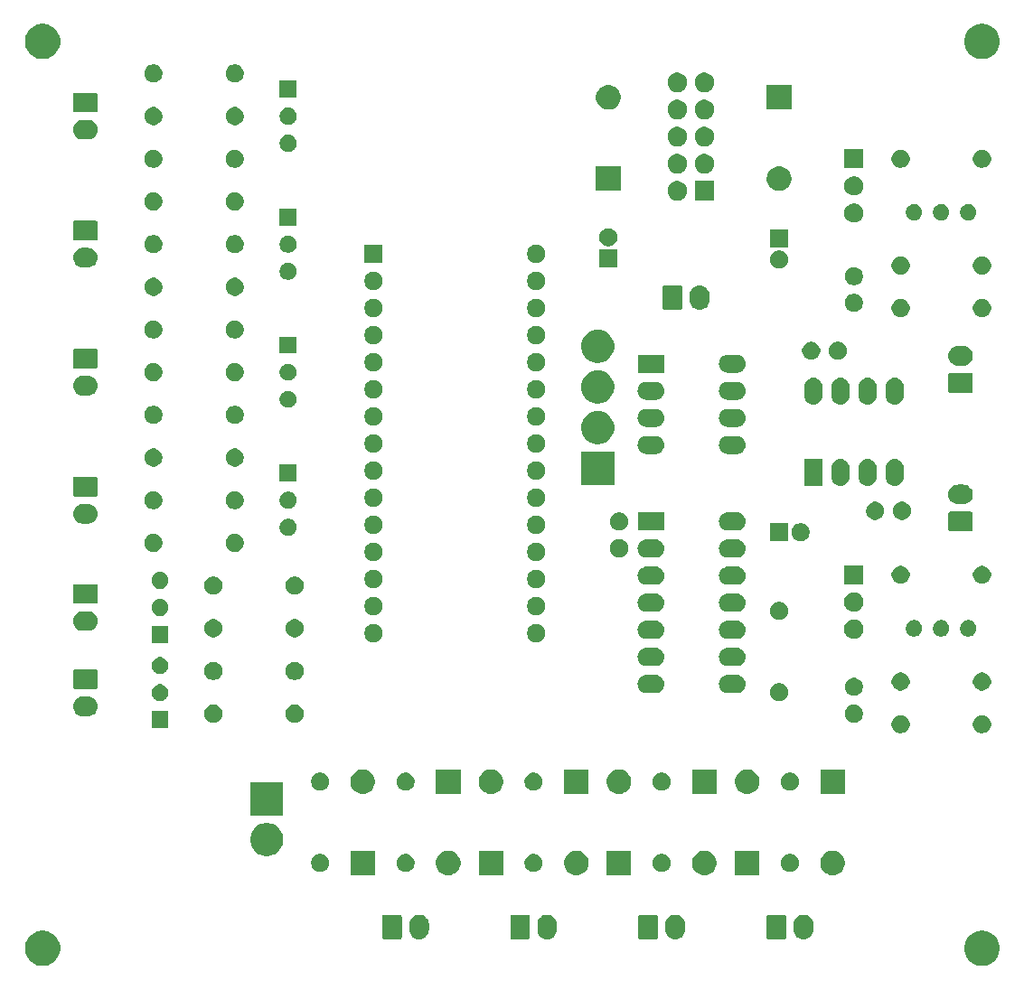
<source format=gbr>
G04 #@! TF.GenerationSoftware,KiCad,Pcbnew,5.1.5-52549c5~84~ubuntu18.04.1*
G04 #@! TF.CreationDate,2020-05-09T11:54:48-04:00*
G04 #@! TF.ProjectId,dac_ino,6461635f-696e-46f2-9e6b-696361645f70,rev?*
G04 #@! TF.SameCoordinates,Original*
G04 #@! TF.FileFunction,Soldermask,Top*
G04 #@! TF.FilePolarity,Negative*
%FSLAX46Y46*%
G04 Gerber Fmt 4.6, Leading zero omitted, Abs format (unit mm)*
G04 Created by KiCad (PCBNEW 5.1.5-52549c5~84~ubuntu18.04.1) date 2020-05-09 11:54:48*
%MOMM*%
%LPD*%
G04 APERTURE LIST*
%ADD10C,0.100000*%
G04 APERTURE END LIST*
D10*
G36*
X231375256Y-136391298D02*
G01*
X231481579Y-136412447D01*
X231782042Y-136536903D01*
X232052451Y-136717585D01*
X232282415Y-136947549D01*
X232463097Y-137217958D01*
X232587553Y-137518421D01*
X232651000Y-137837391D01*
X232651000Y-138162609D01*
X232587553Y-138481579D01*
X232463097Y-138782042D01*
X232282415Y-139052451D01*
X232052451Y-139282415D01*
X231782042Y-139463097D01*
X231481579Y-139587553D01*
X231375256Y-139608702D01*
X231162611Y-139651000D01*
X230837389Y-139651000D01*
X230624744Y-139608702D01*
X230518421Y-139587553D01*
X230217958Y-139463097D01*
X229947549Y-139282415D01*
X229717585Y-139052451D01*
X229536903Y-138782042D01*
X229412447Y-138481579D01*
X229349000Y-138162609D01*
X229349000Y-137837391D01*
X229412447Y-137518421D01*
X229536903Y-137217958D01*
X229717585Y-136947549D01*
X229947549Y-136717585D01*
X230217958Y-136536903D01*
X230518421Y-136412447D01*
X230624744Y-136391298D01*
X230837389Y-136349000D01*
X231162611Y-136349000D01*
X231375256Y-136391298D01*
G37*
G36*
X143375256Y-136391298D02*
G01*
X143481579Y-136412447D01*
X143782042Y-136536903D01*
X144052451Y-136717585D01*
X144282415Y-136947549D01*
X144463097Y-137217958D01*
X144587553Y-137518421D01*
X144651000Y-137837391D01*
X144651000Y-138162609D01*
X144587553Y-138481579D01*
X144463097Y-138782042D01*
X144282415Y-139052451D01*
X144052451Y-139282415D01*
X143782042Y-139463097D01*
X143481579Y-139587553D01*
X143375256Y-139608702D01*
X143162611Y-139651000D01*
X142837389Y-139651000D01*
X142624744Y-139608702D01*
X142518421Y-139587553D01*
X142217958Y-139463097D01*
X141947549Y-139282415D01*
X141717585Y-139052451D01*
X141536903Y-138782042D01*
X141412447Y-138481579D01*
X141349000Y-138162609D01*
X141349000Y-137837391D01*
X141412447Y-137518421D01*
X141536903Y-137217958D01*
X141717585Y-136947549D01*
X141947549Y-136717585D01*
X142217958Y-136536903D01*
X142518421Y-136412447D01*
X142624744Y-136391298D01*
X142837389Y-136349000D01*
X143162611Y-136349000D01*
X143375256Y-136391298D01*
G37*
G36*
X202450547Y-134862326D02*
G01*
X202624156Y-134914990D01*
X202624158Y-134914991D01*
X202784155Y-135000511D01*
X202924397Y-135115603D01*
X203003729Y-135212271D01*
X203039489Y-135255844D01*
X203125010Y-135415843D01*
X203177674Y-135589452D01*
X203191000Y-135724756D01*
X203191000Y-136275243D01*
X203177674Y-136410548D01*
X203125010Y-136584157D01*
X203039489Y-136744156D01*
X203003729Y-136787729D01*
X202924397Y-136884397D01*
X202827729Y-136963729D01*
X202784156Y-136999489D01*
X202624157Y-137085010D01*
X202450548Y-137137674D01*
X202270000Y-137155456D01*
X202089453Y-137137674D01*
X201915844Y-137085010D01*
X201755845Y-136999489D01*
X201712272Y-136963729D01*
X201615604Y-136884397D01*
X201500513Y-136744157D01*
X201500512Y-136744155D01*
X201414990Y-136584157D01*
X201362326Y-136410548D01*
X201349000Y-136275244D01*
X201349000Y-135724757D01*
X201362326Y-135589453D01*
X201414990Y-135415844D01*
X201500511Y-135255845D01*
X201500512Y-135255844D01*
X201615603Y-135115603D01*
X201741388Y-135012375D01*
X201755844Y-135000511D01*
X201915843Y-134914990D01*
X202089452Y-134862326D01*
X202270000Y-134844544D01*
X202450547Y-134862326D01*
G37*
G36*
X190450547Y-134862326D02*
G01*
X190624156Y-134914990D01*
X190624158Y-134914991D01*
X190784155Y-135000511D01*
X190924397Y-135115603D01*
X191003729Y-135212271D01*
X191039489Y-135255844D01*
X191125010Y-135415843D01*
X191177674Y-135589452D01*
X191191000Y-135724756D01*
X191191000Y-136275243D01*
X191177674Y-136410548D01*
X191125010Y-136584157D01*
X191039489Y-136744156D01*
X191003729Y-136787729D01*
X190924397Y-136884397D01*
X190827729Y-136963729D01*
X190784156Y-136999489D01*
X190624157Y-137085010D01*
X190450548Y-137137674D01*
X190270000Y-137155456D01*
X190089453Y-137137674D01*
X189915844Y-137085010D01*
X189755845Y-136999489D01*
X189712272Y-136963729D01*
X189615604Y-136884397D01*
X189500513Y-136744157D01*
X189500512Y-136744155D01*
X189414990Y-136584157D01*
X189362326Y-136410548D01*
X189349000Y-136275244D01*
X189349000Y-135724757D01*
X189362326Y-135589453D01*
X189414990Y-135415844D01*
X189500511Y-135255845D01*
X189500512Y-135255844D01*
X189615603Y-135115603D01*
X189741388Y-135012375D01*
X189755844Y-135000511D01*
X189915843Y-134914990D01*
X190089452Y-134862326D01*
X190270000Y-134844544D01*
X190450547Y-134862326D01*
G37*
G36*
X178450547Y-134862326D02*
G01*
X178624156Y-134914990D01*
X178624158Y-134914991D01*
X178784155Y-135000511D01*
X178924397Y-135115603D01*
X179003729Y-135212271D01*
X179039489Y-135255844D01*
X179125010Y-135415843D01*
X179177674Y-135589452D01*
X179191000Y-135724756D01*
X179191000Y-136275243D01*
X179177674Y-136410548D01*
X179125010Y-136584157D01*
X179039489Y-136744156D01*
X179003729Y-136787729D01*
X178924397Y-136884397D01*
X178827729Y-136963729D01*
X178784156Y-136999489D01*
X178624157Y-137085010D01*
X178450548Y-137137674D01*
X178270000Y-137155456D01*
X178089453Y-137137674D01*
X177915844Y-137085010D01*
X177755845Y-136999489D01*
X177712272Y-136963729D01*
X177615604Y-136884397D01*
X177500513Y-136744157D01*
X177500512Y-136744155D01*
X177414990Y-136584157D01*
X177362326Y-136410548D01*
X177349000Y-136275244D01*
X177349000Y-135724757D01*
X177362326Y-135589453D01*
X177414990Y-135415844D01*
X177500511Y-135255845D01*
X177500512Y-135255844D01*
X177615603Y-135115603D01*
X177741388Y-135012375D01*
X177755844Y-135000511D01*
X177915843Y-134914990D01*
X178089452Y-134862326D01*
X178270000Y-134844544D01*
X178450547Y-134862326D01*
G37*
G36*
X214450547Y-134862326D02*
G01*
X214624156Y-134914990D01*
X214624158Y-134914991D01*
X214784155Y-135000511D01*
X214924397Y-135115603D01*
X215003729Y-135212271D01*
X215039489Y-135255844D01*
X215125010Y-135415843D01*
X215177674Y-135589452D01*
X215191000Y-135724756D01*
X215191000Y-136275243D01*
X215177674Y-136410548D01*
X215125010Y-136584157D01*
X215039489Y-136744156D01*
X215003729Y-136787729D01*
X214924397Y-136884397D01*
X214827729Y-136963729D01*
X214784156Y-136999489D01*
X214624157Y-137085010D01*
X214450548Y-137137674D01*
X214270000Y-137155456D01*
X214089453Y-137137674D01*
X213915844Y-137085010D01*
X213755845Y-136999489D01*
X213712272Y-136963729D01*
X213615604Y-136884397D01*
X213500513Y-136744157D01*
X213500512Y-136744155D01*
X213414990Y-136584157D01*
X213362326Y-136410548D01*
X213349000Y-136275244D01*
X213349000Y-135724757D01*
X213362326Y-135589453D01*
X213414990Y-135415844D01*
X213500511Y-135255845D01*
X213500512Y-135255844D01*
X213615603Y-135115603D01*
X213741388Y-135012375D01*
X213755844Y-135000511D01*
X213915843Y-134914990D01*
X214089452Y-134862326D01*
X214270000Y-134844544D01*
X214450547Y-134862326D01*
G37*
G36*
X176509561Y-134852966D02*
G01*
X176542383Y-134862923D01*
X176572632Y-134879092D01*
X176599148Y-134900852D01*
X176620908Y-134927368D01*
X176637077Y-134957617D01*
X176647034Y-134990439D01*
X176651000Y-135030713D01*
X176651000Y-136969287D01*
X176647034Y-137009561D01*
X176637077Y-137042383D01*
X176620908Y-137072632D01*
X176599148Y-137099148D01*
X176572632Y-137120908D01*
X176542383Y-137137077D01*
X176509561Y-137147034D01*
X176469287Y-137151000D01*
X174990713Y-137151000D01*
X174950439Y-137147034D01*
X174917617Y-137137077D01*
X174887368Y-137120908D01*
X174860852Y-137099148D01*
X174839092Y-137072632D01*
X174822923Y-137042383D01*
X174812966Y-137009561D01*
X174809000Y-136969287D01*
X174809000Y-135030713D01*
X174812966Y-134990439D01*
X174822923Y-134957617D01*
X174839092Y-134927368D01*
X174860852Y-134900852D01*
X174887368Y-134879092D01*
X174917617Y-134862923D01*
X174950439Y-134852966D01*
X174990713Y-134849000D01*
X176469287Y-134849000D01*
X176509561Y-134852966D01*
G37*
G36*
X200509561Y-134852966D02*
G01*
X200542383Y-134862923D01*
X200572632Y-134879092D01*
X200599148Y-134900852D01*
X200620908Y-134927368D01*
X200637077Y-134957617D01*
X200647034Y-134990439D01*
X200651000Y-135030713D01*
X200651000Y-136969287D01*
X200647034Y-137009561D01*
X200637077Y-137042383D01*
X200620908Y-137072632D01*
X200599148Y-137099148D01*
X200572632Y-137120908D01*
X200542383Y-137137077D01*
X200509561Y-137147034D01*
X200469287Y-137151000D01*
X198990713Y-137151000D01*
X198950439Y-137147034D01*
X198917617Y-137137077D01*
X198887368Y-137120908D01*
X198860852Y-137099148D01*
X198839092Y-137072632D01*
X198822923Y-137042383D01*
X198812966Y-137009561D01*
X198809000Y-136969287D01*
X198809000Y-135030713D01*
X198812966Y-134990439D01*
X198822923Y-134957617D01*
X198839092Y-134927368D01*
X198860852Y-134900852D01*
X198887368Y-134879092D01*
X198917617Y-134862923D01*
X198950439Y-134852966D01*
X198990713Y-134849000D01*
X200469287Y-134849000D01*
X200509561Y-134852966D01*
G37*
G36*
X212509561Y-134852966D02*
G01*
X212542383Y-134862923D01*
X212572632Y-134879092D01*
X212599148Y-134900852D01*
X212620908Y-134927368D01*
X212637077Y-134957617D01*
X212647034Y-134990439D01*
X212651000Y-135030713D01*
X212651000Y-136969287D01*
X212647034Y-137009561D01*
X212637077Y-137042383D01*
X212620908Y-137072632D01*
X212599148Y-137099148D01*
X212572632Y-137120908D01*
X212542383Y-137137077D01*
X212509561Y-137147034D01*
X212469287Y-137151000D01*
X210990713Y-137151000D01*
X210950439Y-137147034D01*
X210917617Y-137137077D01*
X210887368Y-137120908D01*
X210860852Y-137099148D01*
X210839092Y-137072632D01*
X210822923Y-137042383D01*
X210812966Y-137009561D01*
X210809000Y-136969287D01*
X210809000Y-135030713D01*
X210812966Y-134990439D01*
X210822923Y-134957617D01*
X210839092Y-134927368D01*
X210860852Y-134900852D01*
X210887368Y-134879092D01*
X210917617Y-134862923D01*
X210950439Y-134852966D01*
X210990713Y-134849000D01*
X212469287Y-134849000D01*
X212509561Y-134852966D01*
G37*
G36*
X188509561Y-134852966D02*
G01*
X188542383Y-134862923D01*
X188572632Y-134879092D01*
X188599148Y-134900852D01*
X188620908Y-134927368D01*
X188637077Y-134957617D01*
X188647034Y-134990439D01*
X188651000Y-135030713D01*
X188651000Y-136969287D01*
X188647034Y-137009561D01*
X188637077Y-137042383D01*
X188620908Y-137072632D01*
X188599148Y-137099148D01*
X188572632Y-137120908D01*
X188542383Y-137137077D01*
X188509561Y-137147034D01*
X188469287Y-137151000D01*
X186990713Y-137151000D01*
X186950439Y-137147034D01*
X186917617Y-137137077D01*
X186887368Y-137120908D01*
X186860852Y-137099148D01*
X186839092Y-137072632D01*
X186822923Y-137042383D01*
X186812966Y-137009561D01*
X186809000Y-136969287D01*
X186809000Y-135030713D01*
X186812966Y-134990439D01*
X186822923Y-134957617D01*
X186839092Y-134927368D01*
X186860852Y-134900852D01*
X186887368Y-134879092D01*
X186917617Y-134862923D01*
X186950439Y-134852966D01*
X186990713Y-134849000D01*
X188469287Y-134849000D01*
X188509561Y-134852966D01*
G37*
G36*
X181224549Y-128871116D02*
G01*
X181335734Y-128893232D01*
X181545203Y-128979997D01*
X181733720Y-129105960D01*
X181894040Y-129266280D01*
X182020003Y-129454797D01*
X182020004Y-129454799D01*
X182106768Y-129664267D01*
X182151000Y-129886635D01*
X182151000Y-130113365D01*
X182106768Y-130335733D01*
X182021131Y-130542481D01*
X182020003Y-130545203D01*
X181894040Y-130733720D01*
X181733720Y-130894040D01*
X181545203Y-131020003D01*
X181335734Y-131106768D01*
X181224549Y-131128884D01*
X181113365Y-131151000D01*
X180886635Y-131151000D01*
X180775451Y-131128884D01*
X180664266Y-131106768D01*
X180454797Y-131020003D01*
X180266280Y-130894040D01*
X180105960Y-130733720D01*
X179979997Y-130545203D01*
X179978870Y-130542481D01*
X179893232Y-130335733D01*
X179849000Y-130113365D01*
X179849000Y-129886635D01*
X179893232Y-129664267D01*
X179979996Y-129454799D01*
X179979997Y-129454797D01*
X180105960Y-129266280D01*
X180266280Y-129105960D01*
X180454797Y-128979997D01*
X180664266Y-128893232D01*
X180775451Y-128871116D01*
X180886635Y-128849000D01*
X181113365Y-128849000D01*
X181224549Y-128871116D01*
G37*
G36*
X186151000Y-131151000D02*
G01*
X183849000Y-131151000D01*
X183849000Y-128849000D01*
X186151000Y-128849000D01*
X186151000Y-131151000D01*
G37*
G36*
X193224549Y-128871116D02*
G01*
X193335734Y-128893232D01*
X193545203Y-128979997D01*
X193733720Y-129105960D01*
X193894040Y-129266280D01*
X194020003Y-129454797D01*
X194020004Y-129454799D01*
X194106768Y-129664267D01*
X194151000Y-129886635D01*
X194151000Y-130113365D01*
X194106768Y-130335733D01*
X194021131Y-130542481D01*
X194020003Y-130545203D01*
X193894040Y-130733720D01*
X193733720Y-130894040D01*
X193545203Y-131020003D01*
X193335734Y-131106768D01*
X193224549Y-131128884D01*
X193113365Y-131151000D01*
X192886635Y-131151000D01*
X192775451Y-131128884D01*
X192664266Y-131106768D01*
X192454797Y-131020003D01*
X192266280Y-130894040D01*
X192105960Y-130733720D01*
X191979997Y-130545203D01*
X191978870Y-130542481D01*
X191893232Y-130335733D01*
X191849000Y-130113365D01*
X191849000Y-129886635D01*
X191893232Y-129664267D01*
X191979996Y-129454799D01*
X191979997Y-129454797D01*
X192105960Y-129266280D01*
X192266280Y-129105960D01*
X192454797Y-128979997D01*
X192664266Y-128893232D01*
X192775451Y-128871116D01*
X192886635Y-128849000D01*
X193113365Y-128849000D01*
X193224549Y-128871116D01*
G37*
G36*
X217224549Y-128871116D02*
G01*
X217335734Y-128893232D01*
X217545203Y-128979997D01*
X217733720Y-129105960D01*
X217894040Y-129266280D01*
X218020003Y-129454797D01*
X218020004Y-129454799D01*
X218106768Y-129664267D01*
X218151000Y-129886635D01*
X218151000Y-130113365D01*
X218106768Y-130335733D01*
X218021131Y-130542481D01*
X218020003Y-130545203D01*
X217894040Y-130733720D01*
X217733720Y-130894040D01*
X217545203Y-131020003D01*
X217335734Y-131106768D01*
X217224549Y-131128884D01*
X217113365Y-131151000D01*
X216886635Y-131151000D01*
X216775451Y-131128884D01*
X216664266Y-131106768D01*
X216454797Y-131020003D01*
X216266280Y-130894040D01*
X216105960Y-130733720D01*
X215979997Y-130545203D01*
X215978870Y-130542481D01*
X215893232Y-130335733D01*
X215849000Y-130113365D01*
X215849000Y-129886635D01*
X215893232Y-129664267D01*
X215979996Y-129454799D01*
X215979997Y-129454797D01*
X216105960Y-129266280D01*
X216266280Y-129105960D01*
X216454797Y-128979997D01*
X216664266Y-128893232D01*
X216775451Y-128871116D01*
X216886635Y-128849000D01*
X217113365Y-128849000D01*
X217224549Y-128871116D01*
G37*
G36*
X210151000Y-131151000D02*
G01*
X207849000Y-131151000D01*
X207849000Y-128849000D01*
X210151000Y-128849000D01*
X210151000Y-131151000D01*
G37*
G36*
X205224549Y-128871116D02*
G01*
X205335734Y-128893232D01*
X205545203Y-128979997D01*
X205733720Y-129105960D01*
X205894040Y-129266280D01*
X206020003Y-129454797D01*
X206020004Y-129454799D01*
X206106768Y-129664267D01*
X206151000Y-129886635D01*
X206151000Y-130113365D01*
X206106768Y-130335733D01*
X206021131Y-130542481D01*
X206020003Y-130545203D01*
X205894040Y-130733720D01*
X205733720Y-130894040D01*
X205545203Y-131020003D01*
X205335734Y-131106768D01*
X205224549Y-131128884D01*
X205113365Y-131151000D01*
X204886635Y-131151000D01*
X204775451Y-131128884D01*
X204664266Y-131106768D01*
X204454797Y-131020003D01*
X204266280Y-130894040D01*
X204105960Y-130733720D01*
X203979997Y-130545203D01*
X203978870Y-130542481D01*
X203893232Y-130335733D01*
X203849000Y-130113365D01*
X203849000Y-129886635D01*
X203893232Y-129664267D01*
X203979996Y-129454799D01*
X203979997Y-129454797D01*
X204105960Y-129266280D01*
X204266280Y-129105960D01*
X204454797Y-128979997D01*
X204664266Y-128893232D01*
X204775451Y-128871116D01*
X204886635Y-128849000D01*
X205113365Y-128849000D01*
X205224549Y-128871116D01*
G37*
G36*
X198151000Y-131151000D02*
G01*
X195849000Y-131151000D01*
X195849000Y-128849000D01*
X198151000Y-128849000D01*
X198151000Y-131151000D01*
G37*
G36*
X174151000Y-131151000D02*
G01*
X171849000Y-131151000D01*
X171849000Y-128849000D01*
X174151000Y-128849000D01*
X174151000Y-131151000D01*
G37*
G36*
X201248228Y-129181703D02*
G01*
X201403100Y-129245853D01*
X201542481Y-129338985D01*
X201661015Y-129457519D01*
X201754147Y-129596900D01*
X201818297Y-129751772D01*
X201851000Y-129916184D01*
X201851000Y-130083816D01*
X201818297Y-130248228D01*
X201754147Y-130403100D01*
X201661015Y-130542481D01*
X201542481Y-130661015D01*
X201403100Y-130754147D01*
X201248228Y-130818297D01*
X201083816Y-130851000D01*
X200916184Y-130851000D01*
X200751772Y-130818297D01*
X200596900Y-130754147D01*
X200457519Y-130661015D01*
X200338985Y-130542481D01*
X200245853Y-130403100D01*
X200181703Y-130248228D01*
X200149000Y-130083816D01*
X200149000Y-129916184D01*
X200181703Y-129751772D01*
X200245853Y-129596900D01*
X200338985Y-129457519D01*
X200457519Y-129338985D01*
X200596900Y-129245853D01*
X200751772Y-129181703D01*
X200916184Y-129149000D01*
X201083816Y-129149000D01*
X201248228Y-129181703D01*
G37*
G36*
X213248228Y-129181703D02*
G01*
X213403100Y-129245853D01*
X213542481Y-129338985D01*
X213661015Y-129457519D01*
X213754147Y-129596900D01*
X213818297Y-129751772D01*
X213851000Y-129916184D01*
X213851000Y-130083816D01*
X213818297Y-130248228D01*
X213754147Y-130403100D01*
X213661015Y-130542481D01*
X213542481Y-130661015D01*
X213403100Y-130754147D01*
X213248228Y-130818297D01*
X213083816Y-130851000D01*
X212916184Y-130851000D01*
X212751772Y-130818297D01*
X212596900Y-130754147D01*
X212457519Y-130661015D01*
X212338985Y-130542481D01*
X212245853Y-130403100D01*
X212181703Y-130248228D01*
X212149000Y-130083816D01*
X212149000Y-129916184D01*
X212181703Y-129751772D01*
X212245853Y-129596900D01*
X212338985Y-129457519D01*
X212457519Y-129338985D01*
X212596900Y-129245853D01*
X212751772Y-129181703D01*
X212916184Y-129149000D01*
X213083816Y-129149000D01*
X213248228Y-129181703D01*
G37*
G36*
X189248228Y-129181703D02*
G01*
X189403100Y-129245853D01*
X189542481Y-129338985D01*
X189661015Y-129457519D01*
X189754147Y-129596900D01*
X189818297Y-129751772D01*
X189851000Y-129916184D01*
X189851000Y-130083816D01*
X189818297Y-130248228D01*
X189754147Y-130403100D01*
X189661015Y-130542481D01*
X189542481Y-130661015D01*
X189403100Y-130754147D01*
X189248228Y-130818297D01*
X189083816Y-130851000D01*
X188916184Y-130851000D01*
X188751772Y-130818297D01*
X188596900Y-130754147D01*
X188457519Y-130661015D01*
X188338985Y-130542481D01*
X188245853Y-130403100D01*
X188181703Y-130248228D01*
X188149000Y-130083816D01*
X188149000Y-129916184D01*
X188181703Y-129751772D01*
X188245853Y-129596900D01*
X188338985Y-129457519D01*
X188457519Y-129338985D01*
X188596900Y-129245853D01*
X188751772Y-129181703D01*
X188916184Y-129149000D01*
X189083816Y-129149000D01*
X189248228Y-129181703D01*
G37*
G36*
X177248228Y-129181703D02*
G01*
X177403100Y-129245853D01*
X177542481Y-129338985D01*
X177661015Y-129457519D01*
X177754147Y-129596900D01*
X177818297Y-129751772D01*
X177851000Y-129916184D01*
X177851000Y-130083816D01*
X177818297Y-130248228D01*
X177754147Y-130403100D01*
X177661015Y-130542481D01*
X177542481Y-130661015D01*
X177403100Y-130754147D01*
X177248228Y-130818297D01*
X177083816Y-130851000D01*
X176916184Y-130851000D01*
X176751772Y-130818297D01*
X176596900Y-130754147D01*
X176457519Y-130661015D01*
X176338985Y-130542481D01*
X176245853Y-130403100D01*
X176181703Y-130248228D01*
X176149000Y-130083816D01*
X176149000Y-129916184D01*
X176181703Y-129751772D01*
X176245853Y-129596900D01*
X176338985Y-129457519D01*
X176457519Y-129338985D01*
X176596900Y-129245853D01*
X176751772Y-129181703D01*
X176916184Y-129149000D01*
X177083816Y-129149000D01*
X177248228Y-129181703D01*
G37*
G36*
X169248228Y-129181703D02*
G01*
X169403100Y-129245853D01*
X169542481Y-129338985D01*
X169661015Y-129457519D01*
X169754147Y-129596900D01*
X169818297Y-129751772D01*
X169851000Y-129916184D01*
X169851000Y-130083816D01*
X169818297Y-130248228D01*
X169754147Y-130403100D01*
X169661015Y-130542481D01*
X169542481Y-130661015D01*
X169403100Y-130754147D01*
X169248228Y-130818297D01*
X169083816Y-130851000D01*
X168916184Y-130851000D01*
X168751772Y-130818297D01*
X168596900Y-130754147D01*
X168457519Y-130661015D01*
X168338985Y-130542481D01*
X168245853Y-130403100D01*
X168181703Y-130248228D01*
X168149000Y-130083816D01*
X168149000Y-129916184D01*
X168181703Y-129751772D01*
X168245853Y-129596900D01*
X168338985Y-129457519D01*
X168457519Y-129338985D01*
X168596900Y-129245853D01*
X168751772Y-129181703D01*
X168916184Y-129149000D01*
X169083816Y-129149000D01*
X169248228Y-129181703D01*
G37*
G36*
X164352497Y-126298863D02*
G01*
X164452372Y-126318729D01*
X164569279Y-126367154D01*
X164734611Y-126435636D01*
X164988621Y-126605360D01*
X165204640Y-126821379D01*
X165374364Y-127075389D01*
X165491271Y-127357629D01*
X165550870Y-127657251D01*
X165550870Y-127962749D01*
X165491271Y-128262371D01*
X165374364Y-128544611D01*
X165204640Y-128798621D01*
X164988621Y-129014640D01*
X164734611Y-129184364D01*
X164569279Y-129252846D01*
X164452372Y-129301271D01*
X164352497Y-129321137D01*
X164152749Y-129360870D01*
X163847251Y-129360870D01*
X163647503Y-129321137D01*
X163547628Y-129301271D01*
X163430721Y-129252846D01*
X163265389Y-129184364D01*
X163011379Y-129014640D01*
X162795360Y-128798621D01*
X162625636Y-128544611D01*
X162508729Y-128262371D01*
X162449130Y-127962749D01*
X162449130Y-127657251D01*
X162508729Y-127357629D01*
X162625636Y-127075389D01*
X162795360Y-126821379D01*
X163011379Y-126605360D01*
X163265389Y-126435636D01*
X163430721Y-126367154D01*
X163547628Y-126318729D01*
X163647503Y-126298863D01*
X163847251Y-126259130D01*
X164152749Y-126259130D01*
X164352497Y-126298863D01*
G37*
G36*
X165550870Y-125550870D02*
G01*
X162449130Y-125550870D01*
X162449130Y-122449130D01*
X165550870Y-122449130D01*
X165550870Y-125550870D01*
G37*
G36*
X182151000Y-123531000D02*
G01*
X179849000Y-123531000D01*
X179849000Y-121229000D01*
X182151000Y-121229000D01*
X182151000Y-123531000D01*
G37*
G36*
X197224549Y-121251116D02*
G01*
X197335734Y-121273232D01*
X197545203Y-121359997D01*
X197733720Y-121485960D01*
X197894040Y-121646280D01*
X198020003Y-121834797D01*
X198020004Y-121834799D01*
X198106768Y-122044267D01*
X198151000Y-122266635D01*
X198151000Y-122493365D01*
X198106768Y-122715733D01*
X198021131Y-122922481D01*
X198020003Y-122925203D01*
X197894040Y-123113720D01*
X197733720Y-123274040D01*
X197545203Y-123400003D01*
X197335734Y-123486768D01*
X197224549Y-123508884D01*
X197113365Y-123531000D01*
X196886635Y-123531000D01*
X196775451Y-123508884D01*
X196664266Y-123486768D01*
X196454797Y-123400003D01*
X196266280Y-123274040D01*
X196105960Y-123113720D01*
X195979997Y-122925203D01*
X195978870Y-122922481D01*
X195893232Y-122715733D01*
X195849000Y-122493365D01*
X195849000Y-122266635D01*
X195893232Y-122044267D01*
X195979996Y-121834799D01*
X195979997Y-121834797D01*
X196105960Y-121646280D01*
X196266280Y-121485960D01*
X196454797Y-121359997D01*
X196664266Y-121273232D01*
X196775451Y-121251116D01*
X196886635Y-121229000D01*
X197113365Y-121229000D01*
X197224549Y-121251116D01*
G37*
G36*
X206151000Y-123531000D02*
G01*
X203849000Y-123531000D01*
X203849000Y-121229000D01*
X206151000Y-121229000D01*
X206151000Y-123531000D01*
G37*
G36*
X173224549Y-121251116D02*
G01*
X173335734Y-121273232D01*
X173545203Y-121359997D01*
X173733720Y-121485960D01*
X173894040Y-121646280D01*
X174020003Y-121834797D01*
X174020004Y-121834799D01*
X174106768Y-122044267D01*
X174151000Y-122266635D01*
X174151000Y-122493365D01*
X174106768Y-122715733D01*
X174021131Y-122922481D01*
X174020003Y-122925203D01*
X173894040Y-123113720D01*
X173733720Y-123274040D01*
X173545203Y-123400003D01*
X173335734Y-123486768D01*
X173224549Y-123508884D01*
X173113365Y-123531000D01*
X172886635Y-123531000D01*
X172775451Y-123508884D01*
X172664266Y-123486768D01*
X172454797Y-123400003D01*
X172266280Y-123274040D01*
X172105960Y-123113720D01*
X171979997Y-122925203D01*
X171978870Y-122922481D01*
X171893232Y-122715733D01*
X171849000Y-122493365D01*
X171849000Y-122266635D01*
X171893232Y-122044267D01*
X171979996Y-121834799D01*
X171979997Y-121834797D01*
X172105960Y-121646280D01*
X172266280Y-121485960D01*
X172454797Y-121359997D01*
X172664266Y-121273232D01*
X172775451Y-121251116D01*
X172886635Y-121229000D01*
X173113365Y-121229000D01*
X173224549Y-121251116D01*
G37*
G36*
X218151000Y-123531000D02*
G01*
X215849000Y-123531000D01*
X215849000Y-121229000D01*
X218151000Y-121229000D01*
X218151000Y-123531000D01*
G37*
G36*
X194151000Y-123531000D02*
G01*
X191849000Y-123531000D01*
X191849000Y-121229000D01*
X194151000Y-121229000D01*
X194151000Y-123531000D01*
G37*
G36*
X185224549Y-121251116D02*
G01*
X185335734Y-121273232D01*
X185545203Y-121359997D01*
X185733720Y-121485960D01*
X185894040Y-121646280D01*
X186020003Y-121834797D01*
X186020004Y-121834799D01*
X186106768Y-122044267D01*
X186151000Y-122266635D01*
X186151000Y-122493365D01*
X186106768Y-122715733D01*
X186021131Y-122922481D01*
X186020003Y-122925203D01*
X185894040Y-123113720D01*
X185733720Y-123274040D01*
X185545203Y-123400003D01*
X185335734Y-123486768D01*
X185224549Y-123508884D01*
X185113365Y-123531000D01*
X184886635Y-123531000D01*
X184775451Y-123508884D01*
X184664266Y-123486768D01*
X184454797Y-123400003D01*
X184266280Y-123274040D01*
X184105960Y-123113720D01*
X183979997Y-122925203D01*
X183978870Y-122922481D01*
X183893232Y-122715733D01*
X183849000Y-122493365D01*
X183849000Y-122266635D01*
X183893232Y-122044267D01*
X183979996Y-121834799D01*
X183979997Y-121834797D01*
X184105960Y-121646280D01*
X184266280Y-121485960D01*
X184454797Y-121359997D01*
X184664266Y-121273232D01*
X184775451Y-121251116D01*
X184886635Y-121229000D01*
X185113365Y-121229000D01*
X185224549Y-121251116D01*
G37*
G36*
X209224549Y-121251116D02*
G01*
X209335734Y-121273232D01*
X209545203Y-121359997D01*
X209733720Y-121485960D01*
X209894040Y-121646280D01*
X210020003Y-121834797D01*
X210020004Y-121834799D01*
X210106768Y-122044267D01*
X210151000Y-122266635D01*
X210151000Y-122493365D01*
X210106768Y-122715733D01*
X210021131Y-122922481D01*
X210020003Y-122925203D01*
X209894040Y-123113720D01*
X209733720Y-123274040D01*
X209545203Y-123400003D01*
X209335734Y-123486768D01*
X209224549Y-123508884D01*
X209113365Y-123531000D01*
X208886635Y-123531000D01*
X208775451Y-123508884D01*
X208664266Y-123486768D01*
X208454797Y-123400003D01*
X208266280Y-123274040D01*
X208105960Y-123113720D01*
X207979997Y-122925203D01*
X207978870Y-122922481D01*
X207893232Y-122715733D01*
X207849000Y-122493365D01*
X207849000Y-122266635D01*
X207893232Y-122044267D01*
X207979996Y-121834799D01*
X207979997Y-121834797D01*
X208105960Y-121646280D01*
X208266280Y-121485960D01*
X208454797Y-121359997D01*
X208664266Y-121273232D01*
X208775451Y-121251116D01*
X208886635Y-121229000D01*
X209113365Y-121229000D01*
X209224549Y-121251116D01*
G37*
G36*
X169248228Y-121561703D02*
G01*
X169403100Y-121625853D01*
X169542481Y-121718985D01*
X169661015Y-121837519D01*
X169754147Y-121976900D01*
X169818297Y-122131772D01*
X169851000Y-122296184D01*
X169851000Y-122463816D01*
X169818297Y-122628228D01*
X169754147Y-122783100D01*
X169661015Y-122922481D01*
X169542481Y-123041015D01*
X169403100Y-123134147D01*
X169248228Y-123198297D01*
X169083816Y-123231000D01*
X168916184Y-123231000D01*
X168751772Y-123198297D01*
X168596900Y-123134147D01*
X168457519Y-123041015D01*
X168338985Y-122922481D01*
X168245853Y-122783100D01*
X168181703Y-122628228D01*
X168149000Y-122463816D01*
X168149000Y-122296184D01*
X168181703Y-122131772D01*
X168245853Y-121976900D01*
X168338985Y-121837519D01*
X168457519Y-121718985D01*
X168596900Y-121625853D01*
X168751772Y-121561703D01*
X168916184Y-121529000D01*
X169083816Y-121529000D01*
X169248228Y-121561703D01*
G37*
G36*
X177248228Y-121561703D02*
G01*
X177403100Y-121625853D01*
X177542481Y-121718985D01*
X177661015Y-121837519D01*
X177754147Y-121976900D01*
X177818297Y-122131772D01*
X177851000Y-122296184D01*
X177851000Y-122463816D01*
X177818297Y-122628228D01*
X177754147Y-122783100D01*
X177661015Y-122922481D01*
X177542481Y-123041015D01*
X177403100Y-123134147D01*
X177248228Y-123198297D01*
X177083816Y-123231000D01*
X176916184Y-123231000D01*
X176751772Y-123198297D01*
X176596900Y-123134147D01*
X176457519Y-123041015D01*
X176338985Y-122922481D01*
X176245853Y-122783100D01*
X176181703Y-122628228D01*
X176149000Y-122463816D01*
X176149000Y-122296184D01*
X176181703Y-122131772D01*
X176245853Y-121976900D01*
X176338985Y-121837519D01*
X176457519Y-121718985D01*
X176596900Y-121625853D01*
X176751772Y-121561703D01*
X176916184Y-121529000D01*
X177083816Y-121529000D01*
X177248228Y-121561703D01*
G37*
G36*
X189248228Y-121561703D02*
G01*
X189403100Y-121625853D01*
X189542481Y-121718985D01*
X189661015Y-121837519D01*
X189754147Y-121976900D01*
X189818297Y-122131772D01*
X189851000Y-122296184D01*
X189851000Y-122463816D01*
X189818297Y-122628228D01*
X189754147Y-122783100D01*
X189661015Y-122922481D01*
X189542481Y-123041015D01*
X189403100Y-123134147D01*
X189248228Y-123198297D01*
X189083816Y-123231000D01*
X188916184Y-123231000D01*
X188751772Y-123198297D01*
X188596900Y-123134147D01*
X188457519Y-123041015D01*
X188338985Y-122922481D01*
X188245853Y-122783100D01*
X188181703Y-122628228D01*
X188149000Y-122463816D01*
X188149000Y-122296184D01*
X188181703Y-122131772D01*
X188245853Y-121976900D01*
X188338985Y-121837519D01*
X188457519Y-121718985D01*
X188596900Y-121625853D01*
X188751772Y-121561703D01*
X188916184Y-121529000D01*
X189083816Y-121529000D01*
X189248228Y-121561703D01*
G37*
G36*
X201248228Y-121561703D02*
G01*
X201403100Y-121625853D01*
X201542481Y-121718985D01*
X201661015Y-121837519D01*
X201754147Y-121976900D01*
X201818297Y-122131772D01*
X201851000Y-122296184D01*
X201851000Y-122463816D01*
X201818297Y-122628228D01*
X201754147Y-122783100D01*
X201661015Y-122922481D01*
X201542481Y-123041015D01*
X201403100Y-123134147D01*
X201248228Y-123198297D01*
X201083816Y-123231000D01*
X200916184Y-123231000D01*
X200751772Y-123198297D01*
X200596900Y-123134147D01*
X200457519Y-123041015D01*
X200338985Y-122922481D01*
X200245853Y-122783100D01*
X200181703Y-122628228D01*
X200149000Y-122463816D01*
X200149000Y-122296184D01*
X200181703Y-122131772D01*
X200245853Y-121976900D01*
X200338985Y-121837519D01*
X200457519Y-121718985D01*
X200596900Y-121625853D01*
X200751772Y-121561703D01*
X200916184Y-121529000D01*
X201083816Y-121529000D01*
X201248228Y-121561703D01*
G37*
G36*
X213248228Y-121561703D02*
G01*
X213403100Y-121625853D01*
X213542481Y-121718985D01*
X213661015Y-121837519D01*
X213754147Y-121976900D01*
X213818297Y-122131772D01*
X213851000Y-122296184D01*
X213851000Y-122463816D01*
X213818297Y-122628228D01*
X213754147Y-122783100D01*
X213661015Y-122922481D01*
X213542481Y-123041015D01*
X213403100Y-123134147D01*
X213248228Y-123198297D01*
X213083816Y-123231000D01*
X212916184Y-123231000D01*
X212751772Y-123198297D01*
X212596900Y-123134147D01*
X212457519Y-123041015D01*
X212338985Y-122922481D01*
X212245853Y-122783100D01*
X212181703Y-122628228D01*
X212149000Y-122463816D01*
X212149000Y-122296184D01*
X212181703Y-122131772D01*
X212245853Y-121976900D01*
X212338985Y-121837519D01*
X212457519Y-121718985D01*
X212596900Y-121625853D01*
X212751772Y-121561703D01*
X212916184Y-121529000D01*
X213083816Y-121529000D01*
X213248228Y-121561703D01*
G37*
G36*
X223628228Y-116181703D02*
G01*
X223783100Y-116245853D01*
X223922481Y-116338985D01*
X224041015Y-116457519D01*
X224134147Y-116596900D01*
X224198297Y-116751772D01*
X224231000Y-116916184D01*
X224231000Y-117083816D01*
X224198297Y-117248228D01*
X224134147Y-117403100D01*
X224041015Y-117542481D01*
X223922481Y-117661015D01*
X223783100Y-117754147D01*
X223628228Y-117818297D01*
X223463816Y-117851000D01*
X223296184Y-117851000D01*
X223131772Y-117818297D01*
X222976900Y-117754147D01*
X222837519Y-117661015D01*
X222718985Y-117542481D01*
X222625853Y-117403100D01*
X222561703Y-117248228D01*
X222529000Y-117083816D01*
X222529000Y-116916184D01*
X222561703Y-116751772D01*
X222625853Y-116596900D01*
X222718985Y-116457519D01*
X222837519Y-116338985D01*
X222976900Y-116245853D01*
X223131772Y-116181703D01*
X223296184Y-116149000D01*
X223463816Y-116149000D01*
X223628228Y-116181703D01*
G37*
G36*
X231248228Y-116181703D02*
G01*
X231403100Y-116245853D01*
X231542481Y-116338985D01*
X231661015Y-116457519D01*
X231754147Y-116596900D01*
X231818297Y-116751772D01*
X231851000Y-116916184D01*
X231851000Y-117083816D01*
X231818297Y-117248228D01*
X231754147Y-117403100D01*
X231661015Y-117542481D01*
X231542481Y-117661015D01*
X231403100Y-117754147D01*
X231248228Y-117818297D01*
X231083816Y-117851000D01*
X230916184Y-117851000D01*
X230751772Y-117818297D01*
X230596900Y-117754147D01*
X230457519Y-117661015D01*
X230338985Y-117542481D01*
X230245853Y-117403100D01*
X230181703Y-117248228D01*
X230149000Y-117083816D01*
X230149000Y-116916184D01*
X230181703Y-116751772D01*
X230245853Y-116596900D01*
X230338985Y-116457519D01*
X230457519Y-116338985D01*
X230596900Y-116245853D01*
X230751772Y-116181703D01*
X230916184Y-116149000D01*
X231083816Y-116149000D01*
X231248228Y-116181703D01*
G37*
G36*
X154801000Y-117391000D02*
G01*
X153199000Y-117391000D01*
X153199000Y-115789000D01*
X154801000Y-115789000D01*
X154801000Y-117391000D01*
G37*
G36*
X159248228Y-115181703D02*
G01*
X159403100Y-115245853D01*
X159542481Y-115338985D01*
X159661015Y-115457519D01*
X159754147Y-115596900D01*
X159818297Y-115751772D01*
X159851000Y-115916184D01*
X159851000Y-116083816D01*
X159818297Y-116248228D01*
X159754147Y-116403100D01*
X159661015Y-116542481D01*
X159542481Y-116661015D01*
X159403100Y-116754147D01*
X159248228Y-116818297D01*
X159083816Y-116851000D01*
X158916184Y-116851000D01*
X158751772Y-116818297D01*
X158596900Y-116754147D01*
X158457519Y-116661015D01*
X158338985Y-116542481D01*
X158245853Y-116403100D01*
X158181703Y-116248228D01*
X158149000Y-116083816D01*
X158149000Y-115916184D01*
X158181703Y-115751772D01*
X158245853Y-115596900D01*
X158338985Y-115457519D01*
X158457519Y-115338985D01*
X158596900Y-115245853D01*
X158751772Y-115181703D01*
X158916184Y-115149000D01*
X159083816Y-115149000D01*
X159248228Y-115181703D01*
G37*
G36*
X166868228Y-115181703D02*
G01*
X167023100Y-115245853D01*
X167162481Y-115338985D01*
X167281015Y-115457519D01*
X167374147Y-115596900D01*
X167438297Y-115751772D01*
X167471000Y-115916184D01*
X167471000Y-116083816D01*
X167438297Y-116248228D01*
X167374147Y-116403100D01*
X167281015Y-116542481D01*
X167162481Y-116661015D01*
X167023100Y-116754147D01*
X166868228Y-116818297D01*
X166703816Y-116851000D01*
X166536184Y-116851000D01*
X166371772Y-116818297D01*
X166216900Y-116754147D01*
X166077519Y-116661015D01*
X165958985Y-116542481D01*
X165865853Y-116403100D01*
X165801703Y-116248228D01*
X165769000Y-116083816D01*
X165769000Y-115916184D01*
X165801703Y-115751772D01*
X165865853Y-115596900D01*
X165958985Y-115457519D01*
X166077519Y-115338985D01*
X166216900Y-115245853D01*
X166371772Y-115181703D01*
X166536184Y-115149000D01*
X166703816Y-115149000D01*
X166868228Y-115181703D01*
G37*
G36*
X219248228Y-115181703D02*
G01*
X219403100Y-115245853D01*
X219542481Y-115338985D01*
X219661015Y-115457519D01*
X219754147Y-115596900D01*
X219818297Y-115751772D01*
X219851000Y-115916184D01*
X219851000Y-116083816D01*
X219818297Y-116248228D01*
X219754147Y-116403100D01*
X219661015Y-116542481D01*
X219542481Y-116661015D01*
X219403100Y-116754147D01*
X219248228Y-116818297D01*
X219083816Y-116851000D01*
X218916184Y-116851000D01*
X218751772Y-116818297D01*
X218596900Y-116754147D01*
X218457519Y-116661015D01*
X218338985Y-116542481D01*
X218245853Y-116403100D01*
X218181703Y-116248228D01*
X218149000Y-116083816D01*
X218149000Y-115916184D01*
X218181703Y-115751772D01*
X218245853Y-115596900D01*
X218338985Y-115457519D01*
X218457519Y-115338985D01*
X218596900Y-115245853D01*
X218751772Y-115181703D01*
X218916184Y-115149000D01*
X219083816Y-115149000D01*
X219248228Y-115181703D01*
G37*
G36*
X147316842Y-114403097D02*
G01*
X147410548Y-114412326D01*
X147584157Y-114464990D01*
X147744156Y-114550511D01*
X147787729Y-114586271D01*
X147884397Y-114665603D01*
X147957062Y-114754147D01*
X147999489Y-114805844D01*
X148085010Y-114965843D01*
X148137674Y-115139452D01*
X148155456Y-115320000D01*
X148137674Y-115500548D01*
X148085010Y-115674157D01*
X147999489Y-115834156D01*
X147963729Y-115877729D01*
X147884397Y-115974397D01*
X147787729Y-116053729D01*
X147744156Y-116089489D01*
X147584157Y-116175010D01*
X147410548Y-116227674D01*
X147320345Y-116236558D01*
X147275245Y-116241000D01*
X146724755Y-116241000D01*
X146679655Y-116236558D01*
X146589452Y-116227674D01*
X146415843Y-116175010D01*
X146255844Y-116089489D01*
X146212271Y-116053729D01*
X146115603Y-115974397D01*
X146036271Y-115877729D01*
X146000511Y-115834156D01*
X145914990Y-115674157D01*
X145862326Y-115500548D01*
X145844544Y-115320000D01*
X145862326Y-115139452D01*
X145914990Y-114965843D01*
X146000511Y-114805844D01*
X146042938Y-114754147D01*
X146115603Y-114665603D01*
X146212271Y-114586271D01*
X146255844Y-114550511D01*
X146415843Y-114464990D01*
X146589452Y-114412326D01*
X146683158Y-114403097D01*
X146724755Y-114399000D01*
X147275245Y-114399000D01*
X147316842Y-114403097D01*
G37*
G36*
X154233642Y-113279781D02*
G01*
X154376572Y-113338985D01*
X154379416Y-113340163D01*
X154510608Y-113427822D01*
X154622178Y-113539392D01*
X154695514Y-113649148D01*
X154709838Y-113670586D01*
X154770219Y-113816358D01*
X154801000Y-113971107D01*
X154801000Y-114128893D01*
X154770219Y-114283642D01*
X154716916Y-114412326D01*
X154709837Y-114429416D01*
X154622178Y-114560608D01*
X154510608Y-114672178D01*
X154379416Y-114759837D01*
X154379415Y-114759838D01*
X154379414Y-114759838D01*
X154233642Y-114820219D01*
X154078893Y-114851000D01*
X153921107Y-114851000D01*
X153766358Y-114820219D01*
X153620586Y-114759838D01*
X153620585Y-114759838D01*
X153620584Y-114759837D01*
X153489392Y-114672178D01*
X153377822Y-114560608D01*
X153290163Y-114429416D01*
X153283084Y-114412326D01*
X153229781Y-114283642D01*
X153199000Y-114128893D01*
X153199000Y-113971107D01*
X153229781Y-113816358D01*
X153290162Y-113670586D01*
X153304486Y-113649148D01*
X153377822Y-113539392D01*
X153489392Y-113427822D01*
X153620584Y-113340163D01*
X153623428Y-113338985D01*
X153766358Y-113279781D01*
X153921107Y-113249000D01*
X154078893Y-113249000D01*
X154233642Y-113279781D01*
G37*
G36*
X212248228Y-113181703D02*
G01*
X212403100Y-113245853D01*
X212542481Y-113338985D01*
X212661015Y-113457519D01*
X212754147Y-113596900D01*
X212818297Y-113751772D01*
X212851000Y-113916184D01*
X212851000Y-114083816D01*
X212818297Y-114248228D01*
X212754147Y-114403100D01*
X212661015Y-114542481D01*
X212542481Y-114661015D01*
X212403100Y-114754147D01*
X212248228Y-114818297D01*
X212083816Y-114851000D01*
X211916184Y-114851000D01*
X211751772Y-114818297D01*
X211596900Y-114754147D01*
X211457519Y-114661015D01*
X211338985Y-114542481D01*
X211245853Y-114403100D01*
X211181703Y-114248228D01*
X211149000Y-114083816D01*
X211149000Y-113916184D01*
X211181703Y-113751772D01*
X211245853Y-113596900D01*
X211338985Y-113457519D01*
X211457519Y-113338985D01*
X211596900Y-113245853D01*
X211751772Y-113181703D01*
X211916184Y-113149000D01*
X212083816Y-113149000D01*
X212248228Y-113181703D01*
G37*
G36*
X219248228Y-112681703D02*
G01*
X219403100Y-112745853D01*
X219542481Y-112838985D01*
X219661015Y-112957519D01*
X219754147Y-113096900D01*
X219818297Y-113251772D01*
X219851000Y-113416184D01*
X219851000Y-113583816D01*
X219818297Y-113748228D01*
X219754147Y-113903100D01*
X219661015Y-114042481D01*
X219542481Y-114161015D01*
X219403100Y-114254147D01*
X219248228Y-114318297D01*
X219083816Y-114351000D01*
X218916184Y-114351000D01*
X218751772Y-114318297D01*
X218596900Y-114254147D01*
X218457519Y-114161015D01*
X218338985Y-114042481D01*
X218245853Y-113903100D01*
X218181703Y-113748228D01*
X218149000Y-113583816D01*
X218149000Y-113416184D01*
X218181703Y-113251772D01*
X218245853Y-113096900D01*
X218338985Y-112957519D01*
X218457519Y-112838985D01*
X218596900Y-112745853D01*
X218751772Y-112681703D01*
X218916184Y-112649000D01*
X219083816Y-112649000D01*
X219248228Y-112681703D01*
G37*
G36*
X200566823Y-112401313D02*
G01*
X200727242Y-112449976D01*
X200859906Y-112520886D01*
X200875078Y-112528996D01*
X201004659Y-112635341D01*
X201111004Y-112764922D01*
X201111005Y-112764924D01*
X201190024Y-112912758D01*
X201238687Y-113073177D01*
X201255117Y-113240000D01*
X201238687Y-113406823D01*
X201190024Y-113567242D01*
X201160417Y-113622632D01*
X201111004Y-113715078D01*
X201004659Y-113844659D01*
X200875078Y-113951004D01*
X200875076Y-113951005D01*
X200727242Y-114030024D01*
X200566823Y-114078687D01*
X200441804Y-114091000D01*
X199558196Y-114091000D01*
X199433177Y-114078687D01*
X199272758Y-114030024D01*
X199124924Y-113951005D01*
X199124922Y-113951004D01*
X198995341Y-113844659D01*
X198888996Y-113715078D01*
X198839583Y-113622632D01*
X198809976Y-113567242D01*
X198761313Y-113406823D01*
X198744883Y-113240000D01*
X198761313Y-113073177D01*
X198809976Y-112912758D01*
X198888995Y-112764924D01*
X198888996Y-112764922D01*
X198995341Y-112635341D01*
X199124922Y-112528996D01*
X199140094Y-112520886D01*
X199272758Y-112449976D01*
X199433177Y-112401313D01*
X199558196Y-112389000D01*
X200441804Y-112389000D01*
X200566823Y-112401313D01*
G37*
G36*
X208186823Y-112401313D02*
G01*
X208347242Y-112449976D01*
X208479906Y-112520886D01*
X208495078Y-112528996D01*
X208624659Y-112635341D01*
X208731004Y-112764922D01*
X208731005Y-112764924D01*
X208810024Y-112912758D01*
X208858687Y-113073177D01*
X208875117Y-113240000D01*
X208858687Y-113406823D01*
X208810024Y-113567242D01*
X208780417Y-113622632D01*
X208731004Y-113715078D01*
X208624659Y-113844659D01*
X208495078Y-113951004D01*
X208495076Y-113951005D01*
X208347242Y-114030024D01*
X208186823Y-114078687D01*
X208061804Y-114091000D01*
X207178196Y-114091000D01*
X207053177Y-114078687D01*
X206892758Y-114030024D01*
X206744924Y-113951005D01*
X206744922Y-113951004D01*
X206615341Y-113844659D01*
X206508996Y-113715078D01*
X206459583Y-113622632D01*
X206429976Y-113567242D01*
X206381313Y-113406823D01*
X206364883Y-113240000D01*
X206381313Y-113073177D01*
X206429976Y-112912758D01*
X206508995Y-112764924D01*
X206508996Y-112764922D01*
X206615341Y-112635341D01*
X206744922Y-112528996D01*
X206760094Y-112520886D01*
X206892758Y-112449976D01*
X207053177Y-112401313D01*
X207178196Y-112389000D01*
X208061804Y-112389000D01*
X208186823Y-112401313D01*
G37*
G36*
X223628228Y-112181703D02*
G01*
X223783100Y-112245853D01*
X223922481Y-112338985D01*
X224041015Y-112457519D01*
X224134147Y-112596900D01*
X224198297Y-112751772D01*
X224231000Y-112916184D01*
X224231000Y-113083816D01*
X224198297Y-113248228D01*
X224134147Y-113403100D01*
X224041015Y-113542481D01*
X223922481Y-113661015D01*
X223783100Y-113754147D01*
X223628228Y-113818297D01*
X223463816Y-113851000D01*
X223296184Y-113851000D01*
X223131772Y-113818297D01*
X222976900Y-113754147D01*
X222837519Y-113661015D01*
X222718985Y-113542481D01*
X222625853Y-113403100D01*
X222561703Y-113248228D01*
X222529000Y-113083816D01*
X222529000Y-112916184D01*
X222561703Y-112751772D01*
X222625853Y-112596900D01*
X222718985Y-112457519D01*
X222837519Y-112338985D01*
X222976900Y-112245853D01*
X223131772Y-112181703D01*
X223296184Y-112149000D01*
X223463816Y-112149000D01*
X223628228Y-112181703D01*
G37*
G36*
X231248228Y-112181703D02*
G01*
X231403100Y-112245853D01*
X231542481Y-112338985D01*
X231661015Y-112457519D01*
X231754147Y-112596900D01*
X231818297Y-112751772D01*
X231851000Y-112916184D01*
X231851000Y-113083816D01*
X231818297Y-113248228D01*
X231754147Y-113403100D01*
X231661015Y-113542481D01*
X231542481Y-113661015D01*
X231403100Y-113754147D01*
X231248228Y-113818297D01*
X231083816Y-113851000D01*
X230916184Y-113851000D01*
X230751772Y-113818297D01*
X230596900Y-113754147D01*
X230457519Y-113661015D01*
X230338985Y-113542481D01*
X230245853Y-113403100D01*
X230181703Y-113248228D01*
X230149000Y-113083816D01*
X230149000Y-112916184D01*
X230181703Y-112751772D01*
X230245853Y-112596900D01*
X230338985Y-112457519D01*
X230457519Y-112338985D01*
X230596900Y-112245853D01*
X230751772Y-112181703D01*
X230916184Y-112149000D01*
X231083816Y-112149000D01*
X231248228Y-112181703D01*
G37*
G36*
X148009561Y-111862966D02*
G01*
X148042383Y-111872923D01*
X148072632Y-111889092D01*
X148099148Y-111910852D01*
X148120908Y-111937368D01*
X148137077Y-111967617D01*
X148147034Y-112000439D01*
X148151000Y-112040713D01*
X148151000Y-113519287D01*
X148147034Y-113559561D01*
X148137077Y-113592383D01*
X148120908Y-113622632D01*
X148099148Y-113649148D01*
X148072632Y-113670908D01*
X148042383Y-113687077D01*
X148009561Y-113697034D01*
X147969287Y-113701000D01*
X146030713Y-113701000D01*
X145990439Y-113697034D01*
X145957617Y-113687077D01*
X145927368Y-113670908D01*
X145900852Y-113649148D01*
X145879092Y-113622632D01*
X145862923Y-113592383D01*
X145852966Y-113559561D01*
X145849000Y-113519287D01*
X145849000Y-112040713D01*
X145852966Y-112000439D01*
X145862923Y-111967617D01*
X145879092Y-111937368D01*
X145900852Y-111910852D01*
X145927368Y-111889092D01*
X145957617Y-111872923D01*
X145990439Y-111862966D01*
X146030713Y-111859000D01*
X147969287Y-111859000D01*
X148009561Y-111862966D01*
G37*
G36*
X159248228Y-111181703D02*
G01*
X159403100Y-111245853D01*
X159542481Y-111338985D01*
X159661015Y-111457519D01*
X159754147Y-111596900D01*
X159818297Y-111751772D01*
X159851000Y-111916184D01*
X159851000Y-112083816D01*
X159818297Y-112248228D01*
X159754147Y-112403100D01*
X159661015Y-112542481D01*
X159542481Y-112661015D01*
X159403100Y-112754147D01*
X159248228Y-112818297D01*
X159083816Y-112851000D01*
X158916184Y-112851000D01*
X158751772Y-112818297D01*
X158596900Y-112754147D01*
X158457519Y-112661015D01*
X158338985Y-112542481D01*
X158245853Y-112403100D01*
X158181703Y-112248228D01*
X158149000Y-112083816D01*
X158149000Y-111916184D01*
X158181703Y-111751772D01*
X158245853Y-111596900D01*
X158338985Y-111457519D01*
X158457519Y-111338985D01*
X158596900Y-111245853D01*
X158751772Y-111181703D01*
X158916184Y-111149000D01*
X159083816Y-111149000D01*
X159248228Y-111181703D01*
G37*
G36*
X166868228Y-111181703D02*
G01*
X167023100Y-111245853D01*
X167162481Y-111338985D01*
X167281015Y-111457519D01*
X167374147Y-111596900D01*
X167438297Y-111751772D01*
X167471000Y-111916184D01*
X167471000Y-112083816D01*
X167438297Y-112248228D01*
X167374147Y-112403100D01*
X167281015Y-112542481D01*
X167162481Y-112661015D01*
X167023100Y-112754147D01*
X166868228Y-112818297D01*
X166703816Y-112851000D01*
X166536184Y-112851000D01*
X166371772Y-112818297D01*
X166216900Y-112754147D01*
X166077519Y-112661015D01*
X165958985Y-112542481D01*
X165865853Y-112403100D01*
X165801703Y-112248228D01*
X165769000Y-112083816D01*
X165769000Y-111916184D01*
X165801703Y-111751772D01*
X165865853Y-111596900D01*
X165958985Y-111457519D01*
X166077519Y-111338985D01*
X166216900Y-111245853D01*
X166371772Y-111181703D01*
X166536184Y-111149000D01*
X166703816Y-111149000D01*
X166868228Y-111181703D01*
G37*
G36*
X154233642Y-110739781D02*
G01*
X154379414Y-110800162D01*
X154379416Y-110800163D01*
X154510608Y-110887822D01*
X154622178Y-110999392D01*
X154709837Y-111130584D01*
X154709838Y-111130586D01*
X154770219Y-111276358D01*
X154801000Y-111431107D01*
X154801000Y-111588893D01*
X154770219Y-111743642D01*
X154716669Y-111872923D01*
X154709837Y-111889416D01*
X154622178Y-112020608D01*
X154510608Y-112132178D01*
X154379416Y-112219837D01*
X154379415Y-112219838D01*
X154379414Y-112219838D01*
X154233642Y-112280219D01*
X154078893Y-112311000D01*
X153921107Y-112311000D01*
X153766358Y-112280219D01*
X153620586Y-112219838D01*
X153620585Y-112219838D01*
X153620584Y-112219837D01*
X153489392Y-112132178D01*
X153377822Y-112020608D01*
X153290163Y-111889416D01*
X153283331Y-111872923D01*
X153229781Y-111743642D01*
X153199000Y-111588893D01*
X153199000Y-111431107D01*
X153229781Y-111276358D01*
X153290162Y-111130586D01*
X153290163Y-111130584D01*
X153377822Y-110999392D01*
X153489392Y-110887822D01*
X153620584Y-110800163D01*
X153620586Y-110800162D01*
X153766358Y-110739781D01*
X153921107Y-110709000D01*
X154078893Y-110709000D01*
X154233642Y-110739781D01*
G37*
G36*
X208186823Y-109861313D02*
G01*
X208347242Y-109909976D01*
X208479906Y-109980886D01*
X208495078Y-109988996D01*
X208624659Y-110095341D01*
X208731004Y-110224922D01*
X208731005Y-110224924D01*
X208810024Y-110372758D01*
X208858687Y-110533177D01*
X208875117Y-110700000D01*
X208858687Y-110866823D01*
X208810024Y-111027242D01*
X208754786Y-111130584D01*
X208731004Y-111175078D01*
X208624659Y-111304659D01*
X208495078Y-111411004D01*
X208495076Y-111411005D01*
X208347242Y-111490024D01*
X208186823Y-111538687D01*
X208061804Y-111551000D01*
X207178196Y-111551000D01*
X207053177Y-111538687D01*
X206892758Y-111490024D01*
X206744924Y-111411005D01*
X206744922Y-111411004D01*
X206615341Y-111304659D01*
X206508996Y-111175078D01*
X206485214Y-111130584D01*
X206429976Y-111027242D01*
X206381313Y-110866823D01*
X206364883Y-110700000D01*
X206381313Y-110533177D01*
X206429976Y-110372758D01*
X206508995Y-110224924D01*
X206508996Y-110224922D01*
X206615341Y-110095341D01*
X206744922Y-109988996D01*
X206760094Y-109980886D01*
X206892758Y-109909976D01*
X207053177Y-109861313D01*
X207178196Y-109849000D01*
X208061804Y-109849000D01*
X208186823Y-109861313D01*
G37*
G36*
X200566823Y-109861313D02*
G01*
X200727242Y-109909976D01*
X200859906Y-109980886D01*
X200875078Y-109988996D01*
X201004659Y-110095341D01*
X201111004Y-110224922D01*
X201111005Y-110224924D01*
X201190024Y-110372758D01*
X201238687Y-110533177D01*
X201255117Y-110700000D01*
X201238687Y-110866823D01*
X201190024Y-111027242D01*
X201134786Y-111130584D01*
X201111004Y-111175078D01*
X201004659Y-111304659D01*
X200875078Y-111411004D01*
X200875076Y-111411005D01*
X200727242Y-111490024D01*
X200566823Y-111538687D01*
X200441804Y-111551000D01*
X199558196Y-111551000D01*
X199433177Y-111538687D01*
X199272758Y-111490024D01*
X199124924Y-111411005D01*
X199124922Y-111411004D01*
X198995341Y-111304659D01*
X198888996Y-111175078D01*
X198865214Y-111130584D01*
X198809976Y-111027242D01*
X198761313Y-110866823D01*
X198744883Y-110700000D01*
X198761313Y-110533177D01*
X198809976Y-110372758D01*
X198888995Y-110224924D01*
X198888996Y-110224922D01*
X198995341Y-110095341D01*
X199124922Y-109988996D01*
X199140094Y-109980886D01*
X199272758Y-109909976D01*
X199433177Y-109861313D01*
X199558196Y-109849000D01*
X200441804Y-109849000D01*
X200566823Y-109861313D01*
G37*
G36*
X154801000Y-109391000D02*
G01*
X153199000Y-109391000D01*
X153199000Y-107789000D01*
X154801000Y-107789000D01*
X154801000Y-109391000D01*
G37*
G36*
X189488228Y-107641703D02*
G01*
X189643100Y-107705853D01*
X189782481Y-107798985D01*
X189901015Y-107917519D01*
X189994147Y-108056900D01*
X190058297Y-108211772D01*
X190091000Y-108376184D01*
X190091000Y-108543816D01*
X190058297Y-108708228D01*
X189994147Y-108863100D01*
X189901015Y-109002481D01*
X189782481Y-109121015D01*
X189643100Y-109214147D01*
X189488228Y-109278297D01*
X189323816Y-109311000D01*
X189156184Y-109311000D01*
X188991772Y-109278297D01*
X188836900Y-109214147D01*
X188697519Y-109121015D01*
X188578985Y-109002481D01*
X188485853Y-108863100D01*
X188421703Y-108708228D01*
X188389000Y-108543816D01*
X188389000Y-108376184D01*
X188421703Y-108211772D01*
X188485853Y-108056900D01*
X188578985Y-107917519D01*
X188697519Y-107798985D01*
X188836900Y-107705853D01*
X188991772Y-107641703D01*
X189156184Y-107609000D01*
X189323816Y-107609000D01*
X189488228Y-107641703D01*
G37*
G36*
X174248228Y-107641703D02*
G01*
X174403100Y-107705853D01*
X174542481Y-107798985D01*
X174661015Y-107917519D01*
X174754147Y-108056900D01*
X174818297Y-108211772D01*
X174851000Y-108376184D01*
X174851000Y-108543816D01*
X174818297Y-108708228D01*
X174754147Y-108863100D01*
X174661015Y-109002481D01*
X174542481Y-109121015D01*
X174403100Y-109214147D01*
X174248228Y-109278297D01*
X174083816Y-109311000D01*
X173916184Y-109311000D01*
X173751772Y-109278297D01*
X173596900Y-109214147D01*
X173457519Y-109121015D01*
X173338985Y-109002481D01*
X173245853Y-108863100D01*
X173181703Y-108708228D01*
X173149000Y-108543816D01*
X173149000Y-108376184D01*
X173181703Y-108211772D01*
X173245853Y-108056900D01*
X173338985Y-107917519D01*
X173457519Y-107798985D01*
X173596900Y-107705853D01*
X173751772Y-107641703D01*
X173916184Y-107609000D01*
X174083816Y-107609000D01*
X174248228Y-107641703D01*
G37*
G36*
X208186823Y-107321313D02*
G01*
X208347242Y-107369976D01*
X208479906Y-107440886D01*
X208495078Y-107448996D01*
X208624659Y-107555341D01*
X208731004Y-107684922D01*
X208731005Y-107684924D01*
X208810024Y-107832758D01*
X208858687Y-107993177D01*
X208875117Y-108160000D01*
X208858687Y-108326823D01*
X208810024Y-108487242D01*
X208750355Y-108598875D01*
X208731004Y-108635078D01*
X208624659Y-108764659D01*
X208495078Y-108871004D01*
X208495076Y-108871005D01*
X208347242Y-108950024D01*
X208186823Y-108998687D01*
X208061804Y-109011000D01*
X207178196Y-109011000D01*
X207053177Y-108998687D01*
X206892758Y-108950024D01*
X206744924Y-108871005D01*
X206744922Y-108871004D01*
X206615341Y-108764659D01*
X206508996Y-108635078D01*
X206489645Y-108598875D01*
X206429976Y-108487242D01*
X206381313Y-108326823D01*
X206364883Y-108160000D01*
X206381313Y-107993177D01*
X206429976Y-107832758D01*
X206508995Y-107684924D01*
X206508996Y-107684922D01*
X206615341Y-107555341D01*
X206744922Y-107448996D01*
X206760094Y-107440886D01*
X206892758Y-107369976D01*
X207053177Y-107321313D01*
X207178196Y-107309000D01*
X208061804Y-107309000D01*
X208186823Y-107321313D01*
G37*
G36*
X200566823Y-107321313D02*
G01*
X200727242Y-107369976D01*
X200859906Y-107440886D01*
X200875078Y-107448996D01*
X201004659Y-107555341D01*
X201111004Y-107684922D01*
X201111005Y-107684924D01*
X201190024Y-107832758D01*
X201238687Y-107993177D01*
X201255117Y-108160000D01*
X201238687Y-108326823D01*
X201190024Y-108487242D01*
X201130355Y-108598875D01*
X201111004Y-108635078D01*
X201004659Y-108764659D01*
X200875078Y-108871004D01*
X200875076Y-108871005D01*
X200727242Y-108950024D01*
X200566823Y-108998687D01*
X200441804Y-109011000D01*
X199558196Y-109011000D01*
X199433177Y-108998687D01*
X199272758Y-108950024D01*
X199124924Y-108871005D01*
X199124922Y-108871004D01*
X198995341Y-108764659D01*
X198888996Y-108635078D01*
X198869645Y-108598875D01*
X198809976Y-108487242D01*
X198761313Y-108326823D01*
X198744883Y-108160000D01*
X198761313Y-107993177D01*
X198809976Y-107832758D01*
X198888995Y-107684924D01*
X198888996Y-107684922D01*
X198995341Y-107555341D01*
X199124922Y-107448996D01*
X199140094Y-107440886D01*
X199272758Y-107369976D01*
X199433177Y-107321313D01*
X199558196Y-107309000D01*
X200441804Y-107309000D01*
X200566823Y-107321313D01*
G37*
G36*
X219113512Y-107183927D02*
G01*
X219262812Y-107213624D01*
X219426784Y-107281544D01*
X219574354Y-107380147D01*
X219699853Y-107505646D01*
X219798456Y-107653216D01*
X219866376Y-107817188D01*
X219901000Y-107991259D01*
X219901000Y-108168741D01*
X219866376Y-108342812D01*
X219798456Y-108506784D01*
X219699853Y-108654354D01*
X219574354Y-108779853D01*
X219426784Y-108878456D01*
X219262812Y-108946376D01*
X219113512Y-108976073D01*
X219088742Y-108981000D01*
X218911258Y-108981000D01*
X218886488Y-108976073D01*
X218737188Y-108946376D01*
X218573216Y-108878456D01*
X218425646Y-108779853D01*
X218300147Y-108654354D01*
X218201544Y-108506784D01*
X218133624Y-108342812D01*
X218099000Y-108168741D01*
X218099000Y-107991259D01*
X218133624Y-107817188D01*
X218201544Y-107653216D01*
X218300147Y-107505646D01*
X218425646Y-107380147D01*
X218573216Y-107281544D01*
X218737188Y-107213624D01*
X218886488Y-107183927D01*
X218911258Y-107179000D01*
X219088742Y-107179000D01*
X219113512Y-107183927D01*
G37*
G36*
X166868228Y-107181703D02*
G01*
X167023100Y-107245853D01*
X167162481Y-107338985D01*
X167281015Y-107457519D01*
X167374147Y-107596900D01*
X167438297Y-107751772D01*
X167471000Y-107916184D01*
X167471000Y-108083816D01*
X167438297Y-108248228D01*
X167374147Y-108403100D01*
X167281015Y-108542481D01*
X167162481Y-108661015D01*
X167023100Y-108754147D01*
X166868228Y-108818297D01*
X166703816Y-108851000D01*
X166536184Y-108851000D01*
X166371772Y-108818297D01*
X166216900Y-108754147D01*
X166077519Y-108661015D01*
X165958985Y-108542481D01*
X165865853Y-108403100D01*
X165801703Y-108248228D01*
X165769000Y-108083816D01*
X165769000Y-107916184D01*
X165801703Y-107751772D01*
X165865853Y-107596900D01*
X165958985Y-107457519D01*
X166077519Y-107338985D01*
X166216900Y-107245853D01*
X166371772Y-107181703D01*
X166536184Y-107149000D01*
X166703816Y-107149000D01*
X166868228Y-107181703D01*
G37*
G36*
X159248228Y-107181703D02*
G01*
X159403100Y-107245853D01*
X159542481Y-107338985D01*
X159661015Y-107457519D01*
X159754147Y-107596900D01*
X159818297Y-107751772D01*
X159851000Y-107916184D01*
X159851000Y-108083816D01*
X159818297Y-108248228D01*
X159754147Y-108403100D01*
X159661015Y-108542481D01*
X159542481Y-108661015D01*
X159403100Y-108754147D01*
X159248228Y-108818297D01*
X159083816Y-108851000D01*
X158916184Y-108851000D01*
X158751772Y-108818297D01*
X158596900Y-108754147D01*
X158457519Y-108661015D01*
X158338985Y-108542481D01*
X158245853Y-108403100D01*
X158181703Y-108248228D01*
X158149000Y-108083816D01*
X158149000Y-107916184D01*
X158181703Y-107751772D01*
X158245853Y-107596900D01*
X158338985Y-107457519D01*
X158457519Y-107338985D01*
X158596900Y-107245853D01*
X158751772Y-107181703D01*
X158916184Y-107149000D01*
X159083816Y-107149000D01*
X159248228Y-107181703D01*
G37*
G36*
X229845589Y-107238876D02*
G01*
X229944893Y-107258629D01*
X230085206Y-107316748D01*
X230211484Y-107401125D01*
X230318875Y-107508516D01*
X230403252Y-107634794D01*
X230461371Y-107775107D01*
X230481124Y-107874411D01*
X230491000Y-107924062D01*
X230491000Y-108075938D01*
X230481124Y-108125589D01*
X230461371Y-108224893D01*
X230403252Y-108365206D01*
X230318875Y-108491484D01*
X230211484Y-108598875D01*
X230085206Y-108683252D01*
X229944893Y-108741371D01*
X229880663Y-108754147D01*
X229795938Y-108771000D01*
X229644062Y-108771000D01*
X229559337Y-108754147D01*
X229495107Y-108741371D01*
X229354794Y-108683252D01*
X229228516Y-108598875D01*
X229121125Y-108491484D01*
X229036748Y-108365206D01*
X228978629Y-108224893D01*
X228958876Y-108125589D01*
X228949000Y-108075938D01*
X228949000Y-107924062D01*
X228958876Y-107874411D01*
X228978629Y-107775107D01*
X229036748Y-107634794D01*
X229121125Y-107508516D01*
X229228516Y-107401125D01*
X229354794Y-107316748D01*
X229495107Y-107258629D01*
X229594411Y-107238876D01*
X229644062Y-107229000D01*
X229795938Y-107229000D01*
X229845589Y-107238876D01*
G37*
G36*
X227305589Y-107238876D02*
G01*
X227404893Y-107258629D01*
X227545206Y-107316748D01*
X227671484Y-107401125D01*
X227778875Y-107508516D01*
X227863252Y-107634794D01*
X227921371Y-107775107D01*
X227941124Y-107874411D01*
X227951000Y-107924062D01*
X227951000Y-108075938D01*
X227941124Y-108125589D01*
X227921371Y-108224893D01*
X227863252Y-108365206D01*
X227778875Y-108491484D01*
X227671484Y-108598875D01*
X227545206Y-108683252D01*
X227404893Y-108741371D01*
X227340663Y-108754147D01*
X227255938Y-108771000D01*
X227104062Y-108771000D01*
X227019337Y-108754147D01*
X226955107Y-108741371D01*
X226814794Y-108683252D01*
X226688516Y-108598875D01*
X226581125Y-108491484D01*
X226496748Y-108365206D01*
X226438629Y-108224893D01*
X226418876Y-108125589D01*
X226409000Y-108075938D01*
X226409000Y-107924062D01*
X226418876Y-107874411D01*
X226438629Y-107775107D01*
X226496748Y-107634794D01*
X226581125Y-107508516D01*
X226688516Y-107401125D01*
X226814794Y-107316748D01*
X226955107Y-107258629D01*
X227054411Y-107238876D01*
X227104062Y-107229000D01*
X227255938Y-107229000D01*
X227305589Y-107238876D01*
G37*
G36*
X224765589Y-107238876D02*
G01*
X224864893Y-107258629D01*
X225005206Y-107316748D01*
X225131484Y-107401125D01*
X225238875Y-107508516D01*
X225323252Y-107634794D01*
X225381371Y-107775107D01*
X225401124Y-107874411D01*
X225411000Y-107924062D01*
X225411000Y-108075938D01*
X225401124Y-108125589D01*
X225381371Y-108224893D01*
X225323252Y-108365206D01*
X225238875Y-108491484D01*
X225131484Y-108598875D01*
X225005206Y-108683252D01*
X224864893Y-108741371D01*
X224800663Y-108754147D01*
X224715938Y-108771000D01*
X224564062Y-108771000D01*
X224479337Y-108754147D01*
X224415107Y-108741371D01*
X224274794Y-108683252D01*
X224148516Y-108598875D01*
X224041125Y-108491484D01*
X223956748Y-108365206D01*
X223898629Y-108224893D01*
X223878876Y-108125589D01*
X223869000Y-108075938D01*
X223869000Y-107924062D01*
X223878876Y-107874411D01*
X223898629Y-107775107D01*
X223956748Y-107634794D01*
X224041125Y-107508516D01*
X224148516Y-107401125D01*
X224274794Y-107316748D01*
X224415107Y-107258629D01*
X224514411Y-107238876D01*
X224564062Y-107229000D01*
X224715938Y-107229000D01*
X224765589Y-107238876D01*
G37*
G36*
X147320345Y-106403442D02*
G01*
X147410548Y-106412326D01*
X147584157Y-106464990D01*
X147744156Y-106550511D01*
X147781325Y-106581015D01*
X147884397Y-106665603D01*
X147961732Y-106759837D01*
X147999489Y-106805844D01*
X148085010Y-106965843D01*
X148137674Y-107139452D01*
X148155456Y-107320000D01*
X148137674Y-107500548D01*
X148085010Y-107674157D01*
X147999489Y-107834156D01*
X147963729Y-107877729D01*
X147884397Y-107974397D01*
X147787729Y-108053729D01*
X147744156Y-108089489D01*
X147584157Y-108175010D01*
X147410548Y-108227674D01*
X147320345Y-108236558D01*
X147275245Y-108241000D01*
X146724755Y-108241000D01*
X146679655Y-108236558D01*
X146589452Y-108227674D01*
X146415843Y-108175010D01*
X146255844Y-108089489D01*
X146212271Y-108053729D01*
X146115603Y-107974397D01*
X146036271Y-107877729D01*
X146000511Y-107834156D01*
X145914990Y-107674157D01*
X145862326Y-107500548D01*
X145844544Y-107320000D01*
X145862326Y-107139452D01*
X145914990Y-106965843D01*
X146000511Y-106805844D01*
X146038268Y-106759837D01*
X146115603Y-106665603D01*
X146218675Y-106581015D01*
X146255844Y-106550511D01*
X146415843Y-106464990D01*
X146589452Y-106412326D01*
X146679655Y-106403442D01*
X146724755Y-106399000D01*
X147275245Y-106399000D01*
X147320345Y-106403442D01*
G37*
G36*
X212248228Y-105561703D02*
G01*
X212403100Y-105625853D01*
X212542481Y-105718985D01*
X212661015Y-105837519D01*
X212754147Y-105976900D01*
X212818297Y-106131772D01*
X212851000Y-106296184D01*
X212851000Y-106463816D01*
X212818297Y-106628228D01*
X212754147Y-106783100D01*
X212661015Y-106922481D01*
X212542481Y-107041015D01*
X212403100Y-107134147D01*
X212248228Y-107198297D01*
X212083816Y-107231000D01*
X211916184Y-107231000D01*
X211751772Y-107198297D01*
X211596900Y-107134147D01*
X211457519Y-107041015D01*
X211338985Y-106922481D01*
X211245853Y-106783100D01*
X211181703Y-106628228D01*
X211149000Y-106463816D01*
X211149000Y-106296184D01*
X211181703Y-106131772D01*
X211245853Y-105976900D01*
X211338985Y-105837519D01*
X211457519Y-105718985D01*
X211596900Y-105625853D01*
X211751772Y-105561703D01*
X211916184Y-105529000D01*
X212083816Y-105529000D01*
X212248228Y-105561703D01*
G37*
G36*
X154233642Y-105279781D02*
G01*
X154379414Y-105340162D01*
X154379416Y-105340163D01*
X154510608Y-105427822D01*
X154622178Y-105539392D01*
X154681879Y-105628742D01*
X154709838Y-105670586D01*
X154770219Y-105816358D01*
X154801000Y-105971107D01*
X154801000Y-106128893D01*
X154770219Y-106283642D01*
X154717869Y-106410025D01*
X154709837Y-106429416D01*
X154622178Y-106560608D01*
X154510608Y-106672178D01*
X154379416Y-106759837D01*
X154379415Y-106759838D01*
X154379414Y-106759838D01*
X154233642Y-106820219D01*
X154078893Y-106851000D01*
X153921107Y-106851000D01*
X153766358Y-106820219D01*
X153620586Y-106759838D01*
X153620585Y-106759838D01*
X153620584Y-106759837D01*
X153489392Y-106672178D01*
X153377822Y-106560608D01*
X153290163Y-106429416D01*
X153282131Y-106410025D01*
X153229781Y-106283642D01*
X153199000Y-106128893D01*
X153199000Y-105971107D01*
X153229781Y-105816358D01*
X153290162Y-105670586D01*
X153318121Y-105628742D01*
X153377822Y-105539392D01*
X153489392Y-105427822D01*
X153620584Y-105340163D01*
X153620586Y-105340162D01*
X153766358Y-105279781D01*
X153921107Y-105249000D01*
X154078893Y-105249000D01*
X154233642Y-105279781D01*
G37*
G36*
X189488228Y-105101703D02*
G01*
X189643100Y-105165853D01*
X189782481Y-105258985D01*
X189901015Y-105377519D01*
X189994147Y-105516900D01*
X190058297Y-105671772D01*
X190091000Y-105836184D01*
X190091000Y-106003816D01*
X190058297Y-106168228D01*
X189994147Y-106323100D01*
X189901015Y-106462481D01*
X189782481Y-106581015D01*
X189643100Y-106674147D01*
X189488228Y-106738297D01*
X189323816Y-106771000D01*
X189156184Y-106771000D01*
X188991772Y-106738297D01*
X188836900Y-106674147D01*
X188697519Y-106581015D01*
X188578985Y-106462481D01*
X188485853Y-106323100D01*
X188421703Y-106168228D01*
X188389000Y-106003816D01*
X188389000Y-105836184D01*
X188421703Y-105671772D01*
X188485853Y-105516900D01*
X188578985Y-105377519D01*
X188697519Y-105258985D01*
X188836900Y-105165853D01*
X188991772Y-105101703D01*
X189156184Y-105069000D01*
X189323816Y-105069000D01*
X189488228Y-105101703D01*
G37*
G36*
X174248228Y-105101703D02*
G01*
X174403100Y-105165853D01*
X174542481Y-105258985D01*
X174661015Y-105377519D01*
X174754147Y-105516900D01*
X174818297Y-105671772D01*
X174851000Y-105836184D01*
X174851000Y-106003816D01*
X174818297Y-106168228D01*
X174754147Y-106323100D01*
X174661015Y-106462481D01*
X174542481Y-106581015D01*
X174403100Y-106674147D01*
X174248228Y-106738297D01*
X174083816Y-106771000D01*
X173916184Y-106771000D01*
X173751772Y-106738297D01*
X173596900Y-106674147D01*
X173457519Y-106581015D01*
X173338985Y-106462481D01*
X173245853Y-106323100D01*
X173181703Y-106168228D01*
X173149000Y-106003816D01*
X173149000Y-105836184D01*
X173181703Y-105671772D01*
X173245853Y-105516900D01*
X173338985Y-105377519D01*
X173457519Y-105258985D01*
X173596900Y-105165853D01*
X173751772Y-105101703D01*
X173916184Y-105069000D01*
X174083816Y-105069000D01*
X174248228Y-105101703D01*
G37*
G36*
X200566823Y-104781313D02*
G01*
X200727242Y-104829976D01*
X200859906Y-104900886D01*
X200875078Y-104908996D01*
X201004659Y-105015341D01*
X201111004Y-105144922D01*
X201111005Y-105144924D01*
X201190024Y-105292758D01*
X201238687Y-105453177D01*
X201255117Y-105620000D01*
X201238687Y-105786823D01*
X201190024Y-105947242D01*
X201119114Y-106079906D01*
X201111004Y-106095078D01*
X201004659Y-106224659D01*
X200875078Y-106331004D01*
X200875076Y-106331005D01*
X200727242Y-106410024D01*
X200727239Y-106410025D01*
X200697380Y-106419083D01*
X200566823Y-106458687D01*
X200441804Y-106471000D01*
X199558196Y-106471000D01*
X199433177Y-106458687D01*
X199302620Y-106419083D01*
X199272761Y-106410025D01*
X199272758Y-106410024D01*
X199124924Y-106331005D01*
X199124922Y-106331004D01*
X198995341Y-106224659D01*
X198888996Y-106095078D01*
X198880886Y-106079906D01*
X198809976Y-105947242D01*
X198761313Y-105786823D01*
X198744883Y-105620000D01*
X198761313Y-105453177D01*
X198809976Y-105292758D01*
X198888995Y-105144924D01*
X198888996Y-105144922D01*
X198995341Y-105015341D01*
X199124922Y-104908996D01*
X199140094Y-104900886D01*
X199272758Y-104829976D01*
X199433177Y-104781313D01*
X199558196Y-104769000D01*
X200441804Y-104769000D01*
X200566823Y-104781313D01*
G37*
G36*
X208186823Y-104781313D02*
G01*
X208347242Y-104829976D01*
X208479906Y-104900886D01*
X208495078Y-104908996D01*
X208624659Y-105015341D01*
X208731004Y-105144922D01*
X208731005Y-105144924D01*
X208810024Y-105292758D01*
X208858687Y-105453177D01*
X208875117Y-105620000D01*
X208858687Y-105786823D01*
X208810024Y-105947242D01*
X208739114Y-106079906D01*
X208731004Y-106095078D01*
X208624659Y-106224659D01*
X208495078Y-106331004D01*
X208495076Y-106331005D01*
X208347242Y-106410024D01*
X208347239Y-106410025D01*
X208317380Y-106419083D01*
X208186823Y-106458687D01*
X208061804Y-106471000D01*
X207178196Y-106471000D01*
X207053177Y-106458687D01*
X206922620Y-106419083D01*
X206892761Y-106410025D01*
X206892758Y-106410024D01*
X206744924Y-106331005D01*
X206744922Y-106331004D01*
X206615341Y-106224659D01*
X206508996Y-106095078D01*
X206500886Y-106079906D01*
X206429976Y-105947242D01*
X206381313Y-105786823D01*
X206364883Y-105620000D01*
X206381313Y-105453177D01*
X206429976Y-105292758D01*
X206508995Y-105144924D01*
X206508996Y-105144922D01*
X206615341Y-105015341D01*
X206744922Y-104908996D01*
X206760094Y-104900886D01*
X206892758Y-104829976D01*
X207053177Y-104781313D01*
X207178196Y-104769000D01*
X208061804Y-104769000D01*
X208186823Y-104781313D01*
G37*
G36*
X219113512Y-104643927D02*
G01*
X219262812Y-104673624D01*
X219426784Y-104741544D01*
X219574354Y-104840147D01*
X219699853Y-104965646D01*
X219798456Y-105113216D01*
X219866376Y-105277188D01*
X219901000Y-105451259D01*
X219901000Y-105628741D01*
X219866376Y-105802812D01*
X219798456Y-105966784D01*
X219699853Y-106114354D01*
X219574354Y-106239853D01*
X219426784Y-106338456D01*
X219262812Y-106406376D01*
X219113512Y-106436073D01*
X219088742Y-106441000D01*
X218911258Y-106441000D01*
X218886488Y-106436073D01*
X218737188Y-106406376D01*
X218573216Y-106338456D01*
X218425646Y-106239853D01*
X218300147Y-106114354D01*
X218201544Y-105966784D01*
X218133624Y-105802812D01*
X218099000Y-105628741D01*
X218099000Y-105451259D01*
X218133624Y-105277188D01*
X218201544Y-105113216D01*
X218300147Y-104965646D01*
X218425646Y-104840147D01*
X218573216Y-104741544D01*
X218737188Y-104673624D01*
X218886488Y-104643927D01*
X218911258Y-104639000D01*
X219088742Y-104639000D01*
X219113512Y-104643927D01*
G37*
G36*
X148009561Y-103862966D02*
G01*
X148042383Y-103872923D01*
X148072632Y-103889092D01*
X148099148Y-103910852D01*
X148120908Y-103937368D01*
X148137077Y-103967617D01*
X148147034Y-104000439D01*
X148151000Y-104040713D01*
X148151000Y-105519287D01*
X148147034Y-105559561D01*
X148137077Y-105592383D01*
X148120908Y-105622632D01*
X148099148Y-105649148D01*
X148072632Y-105670908D01*
X148042383Y-105687077D01*
X148009561Y-105697034D01*
X147969287Y-105701000D01*
X146030713Y-105701000D01*
X145990439Y-105697034D01*
X145957617Y-105687077D01*
X145927368Y-105670908D01*
X145900852Y-105649148D01*
X145879092Y-105622632D01*
X145862923Y-105592383D01*
X145852966Y-105559561D01*
X145849000Y-105519287D01*
X145849000Y-104040713D01*
X145852966Y-104000439D01*
X145862923Y-103967617D01*
X145879092Y-103937368D01*
X145900852Y-103910852D01*
X145927368Y-103889092D01*
X145957617Y-103872923D01*
X145990439Y-103862966D01*
X146030713Y-103859000D01*
X147969287Y-103859000D01*
X148009561Y-103862966D01*
G37*
G36*
X166868228Y-103181703D02*
G01*
X167023100Y-103245853D01*
X167162481Y-103338985D01*
X167281015Y-103457519D01*
X167374147Y-103596900D01*
X167438297Y-103751772D01*
X167471000Y-103916184D01*
X167471000Y-104083816D01*
X167438297Y-104248228D01*
X167374147Y-104403100D01*
X167281015Y-104542481D01*
X167162481Y-104661015D01*
X167023100Y-104754147D01*
X166868228Y-104818297D01*
X166703816Y-104851000D01*
X166536184Y-104851000D01*
X166371772Y-104818297D01*
X166216900Y-104754147D01*
X166077519Y-104661015D01*
X165958985Y-104542481D01*
X165865853Y-104403100D01*
X165801703Y-104248228D01*
X165769000Y-104083816D01*
X165769000Y-103916184D01*
X165801703Y-103751772D01*
X165865853Y-103596900D01*
X165958985Y-103457519D01*
X166077519Y-103338985D01*
X166216900Y-103245853D01*
X166371772Y-103181703D01*
X166536184Y-103149000D01*
X166703816Y-103149000D01*
X166868228Y-103181703D01*
G37*
G36*
X159248228Y-103181703D02*
G01*
X159403100Y-103245853D01*
X159542481Y-103338985D01*
X159661015Y-103457519D01*
X159754147Y-103596900D01*
X159818297Y-103751772D01*
X159851000Y-103916184D01*
X159851000Y-104083816D01*
X159818297Y-104248228D01*
X159754147Y-104403100D01*
X159661015Y-104542481D01*
X159542481Y-104661015D01*
X159403100Y-104754147D01*
X159248228Y-104818297D01*
X159083816Y-104851000D01*
X158916184Y-104851000D01*
X158751772Y-104818297D01*
X158596900Y-104754147D01*
X158457519Y-104661015D01*
X158338985Y-104542481D01*
X158245853Y-104403100D01*
X158181703Y-104248228D01*
X158149000Y-104083816D01*
X158149000Y-103916184D01*
X158181703Y-103751772D01*
X158245853Y-103596900D01*
X158338985Y-103457519D01*
X158457519Y-103338985D01*
X158596900Y-103245853D01*
X158751772Y-103181703D01*
X158916184Y-103149000D01*
X159083816Y-103149000D01*
X159248228Y-103181703D01*
G37*
G36*
X154233642Y-102739781D02*
G01*
X154379414Y-102800162D01*
X154379416Y-102800163D01*
X154510608Y-102887822D01*
X154622178Y-102999392D01*
X154709837Y-103130584D01*
X154709838Y-103130586D01*
X154770219Y-103276358D01*
X154801000Y-103431107D01*
X154801000Y-103588893D01*
X154770219Y-103743642D01*
X154717869Y-103870025D01*
X154709837Y-103889416D01*
X154622178Y-104020608D01*
X154510608Y-104132178D01*
X154379416Y-104219837D01*
X154379415Y-104219838D01*
X154379414Y-104219838D01*
X154233642Y-104280219D01*
X154078893Y-104311000D01*
X153921107Y-104311000D01*
X153766358Y-104280219D01*
X153620586Y-104219838D01*
X153620585Y-104219838D01*
X153620584Y-104219837D01*
X153489392Y-104132178D01*
X153377822Y-104020608D01*
X153290163Y-103889416D01*
X153282131Y-103870025D01*
X153229781Y-103743642D01*
X153199000Y-103588893D01*
X153199000Y-103431107D01*
X153229781Y-103276358D01*
X153290162Y-103130586D01*
X153290163Y-103130584D01*
X153377822Y-102999392D01*
X153489392Y-102887822D01*
X153620584Y-102800163D01*
X153620586Y-102800162D01*
X153766358Y-102739781D01*
X153921107Y-102709000D01*
X154078893Y-102709000D01*
X154233642Y-102739781D01*
G37*
G36*
X174248228Y-102561703D02*
G01*
X174403100Y-102625853D01*
X174542481Y-102718985D01*
X174661015Y-102837519D01*
X174754147Y-102976900D01*
X174818297Y-103131772D01*
X174851000Y-103296184D01*
X174851000Y-103463816D01*
X174818297Y-103628228D01*
X174754147Y-103783100D01*
X174661015Y-103922481D01*
X174542481Y-104041015D01*
X174403100Y-104134147D01*
X174248228Y-104198297D01*
X174083816Y-104231000D01*
X173916184Y-104231000D01*
X173751772Y-104198297D01*
X173596900Y-104134147D01*
X173457519Y-104041015D01*
X173338985Y-103922481D01*
X173245853Y-103783100D01*
X173181703Y-103628228D01*
X173149000Y-103463816D01*
X173149000Y-103296184D01*
X173181703Y-103131772D01*
X173245853Y-102976900D01*
X173338985Y-102837519D01*
X173457519Y-102718985D01*
X173596900Y-102625853D01*
X173751772Y-102561703D01*
X173916184Y-102529000D01*
X174083816Y-102529000D01*
X174248228Y-102561703D01*
G37*
G36*
X189488228Y-102561703D02*
G01*
X189643100Y-102625853D01*
X189782481Y-102718985D01*
X189901015Y-102837519D01*
X189994147Y-102976900D01*
X190058297Y-103131772D01*
X190091000Y-103296184D01*
X190091000Y-103463816D01*
X190058297Y-103628228D01*
X189994147Y-103783100D01*
X189901015Y-103922481D01*
X189782481Y-104041015D01*
X189643100Y-104134147D01*
X189488228Y-104198297D01*
X189323816Y-104231000D01*
X189156184Y-104231000D01*
X188991772Y-104198297D01*
X188836900Y-104134147D01*
X188697519Y-104041015D01*
X188578985Y-103922481D01*
X188485853Y-103783100D01*
X188421703Y-103628228D01*
X188389000Y-103463816D01*
X188389000Y-103296184D01*
X188421703Y-103131772D01*
X188485853Y-102976900D01*
X188578985Y-102837519D01*
X188697519Y-102718985D01*
X188836900Y-102625853D01*
X188991772Y-102561703D01*
X189156184Y-102529000D01*
X189323816Y-102529000D01*
X189488228Y-102561703D01*
G37*
G36*
X200566823Y-102241313D02*
G01*
X200727242Y-102289976D01*
X200818931Y-102338985D01*
X200875078Y-102368996D01*
X201004659Y-102475341D01*
X201111004Y-102604922D01*
X201111005Y-102604924D01*
X201190024Y-102752758D01*
X201238687Y-102913177D01*
X201255117Y-103080000D01*
X201238687Y-103246823D01*
X201223713Y-103296184D01*
X201191281Y-103403100D01*
X201190024Y-103407242D01*
X201119114Y-103539906D01*
X201111004Y-103555078D01*
X201004659Y-103684659D01*
X200875078Y-103791004D01*
X200875076Y-103791005D01*
X200727242Y-103870024D01*
X200727239Y-103870025D01*
X200697380Y-103879083D01*
X200566823Y-103918687D01*
X200441804Y-103931000D01*
X199558196Y-103931000D01*
X199433177Y-103918687D01*
X199302620Y-103879083D01*
X199272761Y-103870025D01*
X199272758Y-103870024D01*
X199124924Y-103791005D01*
X199124922Y-103791004D01*
X198995341Y-103684659D01*
X198888996Y-103555078D01*
X198880886Y-103539906D01*
X198809976Y-103407242D01*
X198808720Y-103403100D01*
X198776287Y-103296184D01*
X198761313Y-103246823D01*
X198744883Y-103080000D01*
X198761313Y-102913177D01*
X198809976Y-102752758D01*
X198888995Y-102604924D01*
X198888996Y-102604922D01*
X198995341Y-102475341D01*
X199124922Y-102368996D01*
X199181069Y-102338985D01*
X199272758Y-102289976D01*
X199433177Y-102241313D01*
X199558196Y-102229000D01*
X200441804Y-102229000D01*
X200566823Y-102241313D01*
G37*
G36*
X208186823Y-102241313D02*
G01*
X208347242Y-102289976D01*
X208438931Y-102338985D01*
X208495078Y-102368996D01*
X208624659Y-102475341D01*
X208731004Y-102604922D01*
X208731005Y-102604924D01*
X208810024Y-102752758D01*
X208858687Y-102913177D01*
X208875117Y-103080000D01*
X208858687Y-103246823D01*
X208843713Y-103296184D01*
X208811281Y-103403100D01*
X208810024Y-103407242D01*
X208739114Y-103539906D01*
X208731004Y-103555078D01*
X208624659Y-103684659D01*
X208495078Y-103791004D01*
X208495076Y-103791005D01*
X208347242Y-103870024D01*
X208347239Y-103870025D01*
X208317380Y-103879083D01*
X208186823Y-103918687D01*
X208061804Y-103931000D01*
X207178196Y-103931000D01*
X207053177Y-103918687D01*
X206922620Y-103879083D01*
X206892761Y-103870025D01*
X206892758Y-103870024D01*
X206744924Y-103791005D01*
X206744922Y-103791004D01*
X206615341Y-103684659D01*
X206508996Y-103555078D01*
X206500886Y-103539906D01*
X206429976Y-103407242D01*
X206428720Y-103403100D01*
X206396287Y-103296184D01*
X206381313Y-103246823D01*
X206364883Y-103080000D01*
X206381313Y-102913177D01*
X206429976Y-102752758D01*
X206508995Y-102604924D01*
X206508996Y-102604922D01*
X206615341Y-102475341D01*
X206744922Y-102368996D01*
X206801069Y-102338985D01*
X206892758Y-102289976D01*
X207053177Y-102241313D01*
X207178196Y-102229000D01*
X208061804Y-102229000D01*
X208186823Y-102241313D01*
G37*
G36*
X219901000Y-103901000D02*
G01*
X218099000Y-103901000D01*
X218099000Y-102099000D01*
X219901000Y-102099000D01*
X219901000Y-103901000D01*
G37*
G36*
X231248228Y-102181703D02*
G01*
X231403100Y-102245853D01*
X231542481Y-102338985D01*
X231661015Y-102457519D01*
X231754147Y-102596900D01*
X231818297Y-102751772D01*
X231851000Y-102916184D01*
X231851000Y-103083816D01*
X231818297Y-103248228D01*
X231754147Y-103403100D01*
X231661015Y-103542481D01*
X231542481Y-103661015D01*
X231403100Y-103754147D01*
X231248228Y-103818297D01*
X231083816Y-103851000D01*
X230916184Y-103851000D01*
X230751772Y-103818297D01*
X230596900Y-103754147D01*
X230457519Y-103661015D01*
X230338985Y-103542481D01*
X230245853Y-103403100D01*
X230181703Y-103248228D01*
X230149000Y-103083816D01*
X230149000Y-102916184D01*
X230181703Y-102751772D01*
X230245853Y-102596900D01*
X230338985Y-102457519D01*
X230457519Y-102338985D01*
X230596900Y-102245853D01*
X230751772Y-102181703D01*
X230916184Y-102149000D01*
X231083816Y-102149000D01*
X231248228Y-102181703D01*
G37*
G36*
X223628228Y-102181703D02*
G01*
X223783100Y-102245853D01*
X223922481Y-102338985D01*
X224041015Y-102457519D01*
X224134147Y-102596900D01*
X224198297Y-102751772D01*
X224231000Y-102916184D01*
X224231000Y-103083816D01*
X224198297Y-103248228D01*
X224134147Y-103403100D01*
X224041015Y-103542481D01*
X223922481Y-103661015D01*
X223783100Y-103754147D01*
X223628228Y-103818297D01*
X223463816Y-103851000D01*
X223296184Y-103851000D01*
X223131772Y-103818297D01*
X222976900Y-103754147D01*
X222837519Y-103661015D01*
X222718985Y-103542481D01*
X222625853Y-103403100D01*
X222561703Y-103248228D01*
X222529000Y-103083816D01*
X222529000Y-102916184D01*
X222561703Y-102751772D01*
X222625853Y-102596900D01*
X222718985Y-102457519D01*
X222837519Y-102338985D01*
X222976900Y-102245853D01*
X223131772Y-102181703D01*
X223296184Y-102149000D01*
X223463816Y-102149000D01*
X223628228Y-102181703D01*
G37*
G36*
X174248228Y-100021703D02*
G01*
X174403100Y-100085853D01*
X174542481Y-100178985D01*
X174661015Y-100297519D01*
X174754147Y-100436900D01*
X174818297Y-100591772D01*
X174851000Y-100756184D01*
X174851000Y-100923816D01*
X174818297Y-101088228D01*
X174754147Y-101243100D01*
X174661015Y-101382481D01*
X174542481Y-101501015D01*
X174403100Y-101594147D01*
X174248228Y-101658297D01*
X174083816Y-101691000D01*
X173916184Y-101691000D01*
X173751772Y-101658297D01*
X173596900Y-101594147D01*
X173457519Y-101501015D01*
X173338985Y-101382481D01*
X173245853Y-101243100D01*
X173181703Y-101088228D01*
X173149000Y-100923816D01*
X173149000Y-100756184D01*
X173181703Y-100591772D01*
X173245853Y-100436900D01*
X173338985Y-100297519D01*
X173457519Y-100178985D01*
X173596900Y-100085853D01*
X173751772Y-100021703D01*
X173916184Y-99989000D01*
X174083816Y-99989000D01*
X174248228Y-100021703D01*
G37*
G36*
X189488228Y-100021703D02*
G01*
X189643100Y-100085853D01*
X189782481Y-100178985D01*
X189901015Y-100297519D01*
X189994147Y-100436900D01*
X190058297Y-100591772D01*
X190091000Y-100756184D01*
X190091000Y-100923816D01*
X190058297Y-101088228D01*
X189994147Y-101243100D01*
X189901015Y-101382481D01*
X189782481Y-101501015D01*
X189643100Y-101594147D01*
X189488228Y-101658297D01*
X189323816Y-101691000D01*
X189156184Y-101691000D01*
X188991772Y-101658297D01*
X188836900Y-101594147D01*
X188697519Y-101501015D01*
X188578985Y-101382481D01*
X188485853Y-101243100D01*
X188421703Y-101088228D01*
X188389000Y-100923816D01*
X188389000Y-100756184D01*
X188421703Y-100591772D01*
X188485853Y-100436900D01*
X188578985Y-100297519D01*
X188697519Y-100178985D01*
X188836900Y-100085853D01*
X188991772Y-100021703D01*
X189156184Y-99989000D01*
X189323816Y-99989000D01*
X189488228Y-100021703D01*
G37*
G36*
X200566823Y-99701313D02*
G01*
X200697380Y-99740917D01*
X200713651Y-99745853D01*
X200727242Y-99749976D01*
X200855058Y-99818295D01*
X200875078Y-99828996D01*
X201004659Y-99935341D01*
X201111004Y-100064922D01*
X201111005Y-100064924D01*
X201190024Y-100212758D01*
X201238687Y-100373177D01*
X201255117Y-100540000D01*
X201238687Y-100706823D01*
X201190024Y-100867242D01*
X201119114Y-100999906D01*
X201111004Y-101015078D01*
X201004659Y-101144659D01*
X200875078Y-101251004D01*
X200875076Y-101251005D01*
X200727242Y-101330024D01*
X200566823Y-101378687D01*
X200441804Y-101391000D01*
X199558196Y-101391000D01*
X199433177Y-101378687D01*
X199272758Y-101330024D01*
X199124924Y-101251005D01*
X199124922Y-101251004D01*
X198995341Y-101144659D01*
X198888996Y-101015078D01*
X198880886Y-100999906D01*
X198809976Y-100867242D01*
X198761313Y-100706823D01*
X198744883Y-100540000D01*
X198761313Y-100373177D01*
X198809976Y-100212758D01*
X198888995Y-100064924D01*
X198888996Y-100064922D01*
X198995341Y-99935341D01*
X199124922Y-99828996D01*
X199144942Y-99818295D01*
X199272758Y-99749976D01*
X199286350Y-99745853D01*
X199302620Y-99740917D01*
X199433177Y-99701313D01*
X199558196Y-99689000D01*
X200441804Y-99689000D01*
X200566823Y-99701313D01*
G37*
G36*
X208186823Y-99701313D02*
G01*
X208317380Y-99740917D01*
X208333651Y-99745853D01*
X208347242Y-99749976D01*
X208475058Y-99818295D01*
X208495078Y-99828996D01*
X208624659Y-99935341D01*
X208731004Y-100064922D01*
X208731005Y-100064924D01*
X208810024Y-100212758D01*
X208858687Y-100373177D01*
X208875117Y-100540000D01*
X208858687Y-100706823D01*
X208810024Y-100867242D01*
X208739114Y-100999906D01*
X208731004Y-101015078D01*
X208624659Y-101144659D01*
X208495078Y-101251004D01*
X208495076Y-101251005D01*
X208347242Y-101330024D01*
X208186823Y-101378687D01*
X208061804Y-101391000D01*
X207178196Y-101391000D01*
X207053177Y-101378687D01*
X206892758Y-101330024D01*
X206744924Y-101251005D01*
X206744922Y-101251004D01*
X206615341Y-101144659D01*
X206508996Y-101015078D01*
X206500886Y-100999906D01*
X206429976Y-100867242D01*
X206381313Y-100706823D01*
X206364883Y-100540000D01*
X206381313Y-100373177D01*
X206429976Y-100212758D01*
X206508995Y-100064924D01*
X206508996Y-100064922D01*
X206615341Y-99935341D01*
X206744922Y-99828996D01*
X206764942Y-99818295D01*
X206892758Y-99749976D01*
X206906350Y-99745853D01*
X206922620Y-99740917D01*
X207053177Y-99701313D01*
X207178196Y-99689000D01*
X208061804Y-99689000D01*
X208186823Y-99701313D01*
G37*
G36*
X197248228Y-99681703D02*
G01*
X197403100Y-99745853D01*
X197542481Y-99838985D01*
X197661015Y-99957519D01*
X197754147Y-100096900D01*
X197818297Y-100251772D01*
X197851000Y-100416184D01*
X197851000Y-100583816D01*
X197818297Y-100748228D01*
X197754147Y-100903100D01*
X197661015Y-101042481D01*
X197542481Y-101161015D01*
X197403100Y-101254147D01*
X197248228Y-101318297D01*
X197083816Y-101351000D01*
X196916184Y-101351000D01*
X196751772Y-101318297D01*
X196596900Y-101254147D01*
X196457519Y-101161015D01*
X196338985Y-101042481D01*
X196245853Y-100903100D01*
X196181703Y-100748228D01*
X196149000Y-100583816D01*
X196149000Y-100416184D01*
X196181703Y-100251772D01*
X196245853Y-100096900D01*
X196338985Y-99957519D01*
X196457519Y-99838985D01*
X196596900Y-99745853D01*
X196751772Y-99681703D01*
X196916184Y-99649000D01*
X197083816Y-99649000D01*
X197248228Y-99681703D01*
G37*
G36*
X153628228Y-99181703D02*
G01*
X153783100Y-99245853D01*
X153922481Y-99338985D01*
X154041015Y-99457519D01*
X154134147Y-99596900D01*
X154198297Y-99751772D01*
X154231000Y-99916184D01*
X154231000Y-100083816D01*
X154198297Y-100248228D01*
X154134147Y-100403100D01*
X154041015Y-100542481D01*
X153922481Y-100661015D01*
X153783100Y-100754147D01*
X153628228Y-100818297D01*
X153463816Y-100851000D01*
X153296184Y-100851000D01*
X153131772Y-100818297D01*
X152976900Y-100754147D01*
X152837519Y-100661015D01*
X152718985Y-100542481D01*
X152625853Y-100403100D01*
X152561703Y-100248228D01*
X152529000Y-100083816D01*
X152529000Y-99916184D01*
X152561703Y-99751772D01*
X152625853Y-99596900D01*
X152718985Y-99457519D01*
X152837519Y-99338985D01*
X152976900Y-99245853D01*
X153131772Y-99181703D01*
X153296184Y-99149000D01*
X153463816Y-99149000D01*
X153628228Y-99181703D01*
G37*
G36*
X161248228Y-99181703D02*
G01*
X161403100Y-99245853D01*
X161542481Y-99338985D01*
X161661015Y-99457519D01*
X161754147Y-99596900D01*
X161818297Y-99751772D01*
X161851000Y-99916184D01*
X161851000Y-100083816D01*
X161818297Y-100248228D01*
X161754147Y-100403100D01*
X161661015Y-100542481D01*
X161542481Y-100661015D01*
X161403100Y-100754147D01*
X161248228Y-100818297D01*
X161083816Y-100851000D01*
X160916184Y-100851000D01*
X160751772Y-100818297D01*
X160596900Y-100754147D01*
X160457519Y-100661015D01*
X160338985Y-100542481D01*
X160245853Y-100403100D01*
X160181703Y-100248228D01*
X160149000Y-100083816D01*
X160149000Y-99916184D01*
X160181703Y-99751772D01*
X160245853Y-99596900D01*
X160338985Y-99457519D01*
X160457519Y-99338985D01*
X160596900Y-99245853D01*
X160751772Y-99181703D01*
X160916184Y-99149000D01*
X161083816Y-99149000D01*
X161248228Y-99181703D01*
G37*
G36*
X212851000Y-99851000D02*
G01*
X211149000Y-99851000D01*
X211149000Y-98149000D01*
X212851000Y-98149000D01*
X212851000Y-99851000D01*
G37*
G36*
X214248228Y-98181703D02*
G01*
X214403100Y-98245853D01*
X214542481Y-98338985D01*
X214661015Y-98457519D01*
X214754147Y-98596900D01*
X214818297Y-98751772D01*
X214851000Y-98916184D01*
X214851000Y-99083816D01*
X214818297Y-99248228D01*
X214754147Y-99403100D01*
X214661015Y-99542481D01*
X214542481Y-99661015D01*
X214403100Y-99754147D01*
X214248228Y-99818297D01*
X214083816Y-99851000D01*
X213916184Y-99851000D01*
X213751772Y-99818297D01*
X213596900Y-99754147D01*
X213457519Y-99661015D01*
X213338985Y-99542481D01*
X213245853Y-99403100D01*
X213181703Y-99248228D01*
X213149000Y-99083816D01*
X213149000Y-98916184D01*
X213181703Y-98751772D01*
X213245853Y-98596900D01*
X213338985Y-98457519D01*
X213457519Y-98338985D01*
X213596900Y-98245853D01*
X213751772Y-98181703D01*
X213916184Y-98149000D01*
X214083816Y-98149000D01*
X214248228Y-98181703D01*
G37*
G36*
X166233642Y-97769781D02*
G01*
X166350769Y-97818297D01*
X166379416Y-97830163D01*
X166510608Y-97917822D01*
X166622178Y-98029392D01*
X166686067Y-98125010D01*
X166709838Y-98160586D01*
X166770219Y-98306358D01*
X166801000Y-98461107D01*
X166801000Y-98618893D01*
X166770219Y-98773642D01*
X166710824Y-98917034D01*
X166709837Y-98919416D01*
X166622178Y-99050608D01*
X166510608Y-99162178D01*
X166379416Y-99249837D01*
X166379415Y-99249838D01*
X166379414Y-99249838D01*
X166233642Y-99310219D01*
X166078893Y-99341000D01*
X165921107Y-99341000D01*
X165766358Y-99310219D01*
X165620586Y-99249838D01*
X165620585Y-99249838D01*
X165620584Y-99249837D01*
X165489392Y-99162178D01*
X165377822Y-99050608D01*
X165290163Y-98919416D01*
X165289176Y-98917034D01*
X165229781Y-98773642D01*
X165199000Y-98618893D01*
X165199000Y-98461107D01*
X165229781Y-98306358D01*
X165290162Y-98160586D01*
X165313933Y-98125010D01*
X165377822Y-98029392D01*
X165489392Y-97917822D01*
X165620584Y-97830163D01*
X165649231Y-97818297D01*
X165766358Y-97769781D01*
X165921107Y-97739000D01*
X166078893Y-97739000D01*
X166233642Y-97769781D01*
G37*
G36*
X174248228Y-97481703D02*
G01*
X174403100Y-97545853D01*
X174542481Y-97638985D01*
X174661015Y-97757519D01*
X174754147Y-97896900D01*
X174818297Y-98051772D01*
X174851000Y-98216184D01*
X174851000Y-98383816D01*
X174818297Y-98548228D01*
X174754147Y-98703100D01*
X174661015Y-98842481D01*
X174542481Y-98961015D01*
X174403100Y-99054147D01*
X174248228Y-99118297D01*
X174083816Y-99151000D01*
X173916184Y-99151000D01*
X173751772Y-99118297D01*
X173596900Y-99054147D01*
X173457519Y-98961015D01*
X173338985Y-98842481D01*
X173245853Y-98703100D01*
X173181703Y-98548228D01*
X173149000Y-98383816D01*
X173149000Y-98216184D01*
X173181703Y-98051772D01*
X173245853Y-97896900D01*
X173338985Y-97757519D01*
X173457519Y-97638985D01*
X173596900Y-97545853D01*
X173751772Y-97481703D01*
X173916184Y-97449000D01*
X174083816Y-97449000D01*
X174248228Y-97481703D01*
G37*
G36*
X189488228Y-97481703D02*
G01*
X189643100Y-97545853D01*
X189782481Y-97638985D01*
X189901015Y-97757519D01*
X189994147Y-97896900D01*
X190058297Y-98051772D01*
X190091000Y-98216184D01*
X190091000Y-98383816D01*
X190058297Y-98548228D01*
X189994147Y-98703100D01*
X189901015Y-98842481D01*
X189782481Y-98961015D01*
X189643100Y-99054147D01*
X189488228Y-99118297D01*
X189323816Y-99151000D01*
X189156184Y-99151000D01*
X188991772Y-99118297D01*
X188836900Y-99054147D01*
X188697519Y-98961015D01*
X188578985Y-98842481D01*
X188485853Y-98703100D01*
X188421703Y-98548228D01*
X188389000Y-98383816D01*
X188389000Y-98216184D01*
X188421703Y-98051772D01*
X188485853Y-97896900D01*
X188578985Y-97757519D01*
X188697519Y-97638985D01*
X188836900Y-97545853D01*
X188991772Y-97481703D01*
X189156184Y-97449000D01*
X189323816Y-97449000D01*
X189488228Y-97481703D01*
G37*
G36*
X230009561Y-97082966D02*
G01*
X230042383Y-97092923D01*
X230072632Y-97109092D01*
X230099148Y-97130852D01*
X230120908Y-97157368D01*
X230137077Y-97187617D01*
X230147034Y-97220439D01*
X230151000Y-97260713D01*
X230151000Y-98739287D01*
X230147034Y-98779561D01*
X230137077Y-98812383D01*
X230120908Y-98842632D01*
X230099148Y-98869148D01*
X230072632Y-98890908D01*
X230042383Y-98907077D01*
X230009561Y-98917034D01*
X229969287Y-98921000D01*
X228030713Y-98921000D01*
X227990439Y-98917034D01*
X227957617Y-98907077D01*
X227927368Y-98890908D01*
X227900852Y-98869148D01*
X227879092Y-98842632D01*
X227862923Y-98812383D01*
X227852966Y-98779561D01*
X227849000Y-98739287D01*
X227849000Y-97260713D01*
X227852966Y-97220439D01*
X227862923Y-97187617D01*
X227879092Y-97157368D01*
X227900852Y-97130852D01*
X227927368Y-97109092D01*
X227957617Y-97092923D01*
X227990439Y-97082966D01*
X228030713Y-97079000D01*
X229969287Y-97079000D01*
X230009561Y-97082966D01*
G37*
G36*
X201251000Y-98851000D02*
G01*
X198749000Y-98851000D01*
X198749000Y-97149000D01*
X201251000Y-97149000D01*
X201251000Y-98851000D01*
G37*
G36*
X208186823Y-97161313D02*
G01*
X208347242Y-97209976D01*
X208407856Y-97242375D01*
X208495078Y-97288996D01*
X208624659Y-97395341D01*
X208731004Y-97524922D01*
X208731005Y-97524924D01*
X208810024Y-97672758D01*
X208858687Y-97833177D01*
X208875117Y-98000000D01*
X208858687Y-98166823D01*
X208810024Y-98327242D01*
X208769477Y-98403100D01*
X208731004Y-98475078D01*
X208624659Y-98604659D01*
X208495078Y-98711004D01*
X208495076Y-98711005D01*
X208347242Y-98790024D01*
X208186823Y-98838687D01*
X208061804Y-98851000D01*
X207178196Y-98851000D01*
X207053177Y-98838687D01*
X206892758Y-98790024D01*
X206744924Y-98711005D01*
X206744922Y-98711004D01*
X206615341Y-98604659D01*
X206508996Y-98475078D01*
X206470523Y-98403100D01*
X206429976Y-98327242D01*
X206381313Y-98166823D01*
X206364883Y-98000000D01*
X206381313Y-97833177D01*
X206429976Y-97672758D01*
X206508995Y-97524924D01*
X206508996Y-97524922D01*
X206615341Y-97395341D01*
X206744922Y-97288996D01*
X206832144Y-97242375D01*
X206892758Y-97209976D01*
X207053177Y-97161313D01*
X207178196Y-97149000D01*
X208061804Y-97149000D01*
X208186823Y-97161313D01*
G37*
G36*
X197248228Y-97181703D02*
G01*
X197403100Y-97245853D01*
X197542481Y-97338985D01*
X197661015Y-97457519D01*
X197754147Y-97596900D01*
X197818297Y-97751772D01*
X197851000Y-97916184D01*
X197851000Y-98083816D01*
X197818297Y-98248228D01*
X197754147Y-98403100D01*
X197661015Y-98542481D01*
X197542481Y-98661015D01*
X197403100Y-98754147D01*
X197248228Y-98818297D01*
X197083816Y-98851000D01*
X196916184Y-98851000D01*
X196751772Y-98818297D01*
X196596900Y-98754147D01*
X196457519Y-98661015D01*
X196338985Y-98542481D01*
X196245853Y-98403100D01*
X196181703Y-98248228D01*
X196149000Y-98083816D01*
X196149000Y-97916184D01*
X196181703Y-97751772D01*
X196245853Y-97596900D01*
X196338985Y-97457519D01*
X196457519Y-97338985D01*
X196596900Y-97245853D01*
X196751772Y-97181703D01*
X196916184Y-97149000D01*
X197083816Y-97149000D01*
X197248228Y-97181703D01*
G37*
G36*
X147320345Y-96353442D02*
G01*
X147410548Y-96362326D01*
X147584157Y-96414990D01*
X147744156Y-96500511D01*
X147787729Y-96536271D01*
X147884397Y-96615603D01*
X147961732Y-96709837D01*
X147999489Y-96755844D01*
X148085010Y-96915843D01*
X148137674Y-97089452D01*
X148155456Y-97270000D01*
X148137674Y-97450548D01*
X148085010Y-97624157D01*
X147999489Y-97784156D01*
X147971470Y-97818297D01*
X147884397Y-97924397D01*
X147792273Y-98000000D01*
X147744156Y-98039489D01*
X147584157Y-98125010D01*
X147410548Y-98177674D01*
X147320345Y-98186558D01*
X147275245Y-98191000D01*
X146724755Y-98191000D01*
X146679655Y-98186558D01*
X146589452Y-98177674D01*
X146415843Y-98125010D01*
X146255844Y-98039489D01*
X146207727Y-98000000D01*
X146115603Y-97924397D01*
X146028530Y-97818297D01*
X146000511Y-97784156D01*
X145914990Y-97624157D01*
X145862326Y-97450548D01*
X145844544Y-97270000D01*
X145862326Y-97089452D01*
X145914990Y-96915843D01*
X146000511Y-96755844D01*
X146038268Y-96709837D01*
X146115603Y-96615603D01*
X146212271Y-96536271D01*
X146255844Y-96500511D01*
X146415843Y-96414990D01*
X146589452Y-96362326D01*
X146679655Y-96353442D01*
X146724755Y-96349000D01*
X147275245Y-96349000D01*
X147320345Y-96353442D01*
G37*
G36*
X221248228Y-96181703D02*
G01*
X221403100Y-96245853D01*
X221542481Y-96338985D01*
X221661015Y-96457519D01*
X221754147Y-96596900D01*
X221818297Y-96751772D01*
X221851000Y-96916184D01*
X221851000Y-97083816D01*
X221818297Y-97248228D01*
X221754147Y-97403100D01*
X221661015Y-97542481D01*
X221542481Y-97661015D01*
X221403100Y-97754147D01*
X221248228Y-97818297D01*
X221083816Y-97851000D01*
X220916184Y-97851000D01*
X220751772Y-97818297D01*
X220596900Y-97754147D01*
X220457519Y-97661015D01*
X220338985Y-97542481D01*
X220245853Y-97403100D01*
X220181703Y-97248228D01*
X220149000Y-97083816D01*
X220149000Y-96916184D01*
X220181703Y-96751772D01*
X220245853Y-96596900D01*
X220338985Y-96457519D01*
X220457519Y-96338985D01*
X220596900Y-96245853D01*
X220751772Y-96181703D01*
X220916184Y-96149000D01*
X221083816Y-96149000D01*
X221248228Y-96181703D01*
G37*
G36*
X223748228Y-96181703D02*
G01*
X223903100Y-96245853D01*
X224042481Y-96338985D01*
X224161015Y-96457519D01*
X224254147Y-96596900D01*
X224318297Y-96751772D01*
X224351000Y-96916184D01*
X224351000Y-97083816D01*
X224318297Y-97248228D01*
X224254147Y-97403100D01*
X224161015Y-97542481D01*
X224042481Y-97661015D01*
X223903100Y-97754147D01*
X223748228Y-97818297D01*
X223583816Y-97851000D01*
X223416184Y-97851000D01*
X223251772Y-97818297D01*
X223096900Y-97754147D01*
X222957519Y-97661015D01*
X222838985Y-97542481D01*
X222745853Y-97403100D01*
X222681703Y-97248228D01*
X222649000Y-97083816D01*
X222649000Y-96916184D01*
X222681703Y-96751772D01*
X222745853Y-96596900D01*
X222838985Y-96457519D01*
X222957519Y-96338985D01*
X223096900Y-96245853D01*
X223251772Y-96181703D01*
X223416184Y-96149000D01*
X223583816Y-96149000D01*
X223748228Y-96181703D01*
G37*
G36*
X153628228Y-95181703D02*
G01*
X153783100Y-95245853D01*
X153922481Y-95338985D01*
X154041015Y-95457519D01*
X154134147Y-95596900D01*
X154198297Y-95751772D01*
X154231000Y-95916184D01*
X154231000Y-96083816D01*
X154198297Y-96248228D01*
X154134147Y-96403100D01*
X154041015Y-96542481D01*
X153922481Y-96661015D01*
X153783100Y-96754147D01*
X153628228Y-96818297D01*
X153463816Y-96851000D01*
X153296184Y-96851000D01*
X153131772Y-96818297D01*
X152976900Y-96754147D01*
X152837519Y-96661015D01*
X152718985Y-96542481D01*
X152625853Y-96403100D01*
X152561703Y-96248228D01*
X152529000Y-96083816D01*
X152529000Y-95916184D01*
X152561703Y-95751772D01*
X152625853Y-95596900D01*
X152718985Y-95457519D01*
X152837519Y-95338985D01*
X152976900Y-95245853D01*
X153131772Y-95181703D01*
X153296184Y-95149000D01*
X153463816Y-95149000D01*
X153628228Y-95181703D01*
G37*
G36*
X161248228Y-95181703D02*
G01*
X161403100Y-95245853D01*
X161542481Y-95338985D01*
X161661015Y-95457519D01*
X161754147Y-95596900D01*
X161818297Y-95751772D01*
X161851000Y-95916184D01*
X161851000Y-96083816D01*
X161818297Y-96248228D01*
X161754147Y-96403100D01*
X161661015Y-96542481D01*
X161542481Y-96661015D01*
X161403100Y-96754147D01*
X161248228Y-96818297D01*
X161083816Y-96851000D01*
X160916184Y-96851000D01*
X160751772Y-96818297D01*
X160596900Y-96754147D01*
X160457519Y-96661015D01*
X160338985Y-96542481D01*
X160245853Y-96403100D01*
X160181703Y-96248228D01*
X160149000Y-96083816D01*
X160149000Y-95916184D01*
X160181703Y-95751772D01*
X160245853Y-95596900D01*
X160338985Y-95457519D01*
X160457519Y-95338985D01*
X160596900Y-95245853D01*
X160751772Y-95181703D01*
X160916184Y-95149000D01*
X161083816Y-95149000D01*
X161248228Y-95181703D01*
G37*
G36*
X166233642Y-95229781D02*
G01*
X166379414Y-95290162D01*
X166379416Y-95290163D01*
X166510608Y-95377822D01*
X166622178Y-95489392D01*
X166694012Y-95596900D01*
X166709838Y-95620586D01*
X166770219Y-95766358D01*
X166801000Y-95921107D01*
X166801000Y-96078893D01*
X166770219Y-96233642D01*
X166736515Y-96315010D01*
X166709837Y-96379416D01*
X166622178Y-96510608D01*
X166510608Y-96622178D01*
X166379416Y-96709837D01*
X166379415Y-96709838D01*
X166379414Y-96709838D01*
X166233642Y-96770219D01*
X166078893Y-96801000D01*
X165921107Y-96801000D01*
X165766358Y-96770219D01*
X165620586Y-96709838D01*
X165620585Y-96709838D01*
X165620584Y-96709837D01*
X165489392Y-96622178D01*
X165377822Y-96510608D01*
X165290163Y-96379416D01*
X165263485Y-96315010D01*
X165229781Y-96233642D01*
X165199000Y-96078893D01*
X165199000Y-95921107D01*
X165229781Y-95766358D01*
X165290162Y-95620586D01*
X165305988Y-95596900D01*
X165377822Y-95489392D01*
X165489392Y-95377822D01*
X165620584Y-95290163D01*
X165620586Y-95290162D01*
X165766358Y-95229781D01*
X165921107Y-95199000D01*
X166078893Y-95199000D01*
X166233642Y-95229781D01*
G37*
G36*
X189488228Y-94941703D02*
G01*
X189643100Y-95005853D01*
X189782481Y-95098985D01*
X189901015Y-95217519D01*
X189994147Y-95356900D01*
X190058297Y-95511772D01*
X190091000Y-95676184D01*
X190091000Y-95843816D01*
X190058297Y-96008228D01*
X189994147Y-96163100D01*
X189901015Y-96302481D01*
X189782481Y-96421015D01*
X189643100Y-96514147D01*
X189488228Y-96578297D01*
X189323816Y-96611000D01*
X189156184Y-96611000D01*
X188991772Y-96578297D01*
X188836900Y-96514147D01*
X188697519Y-96421015D01*
X188578985Y-96302481D01*
X188485853Y-96163100D01*
X188421703Y-96008228D01*
X188389000Y-95843816D01*
X188389000Y-95676184D01*
X188421703Y-95511772D01*
X188485853Y-95356900D01*
X188578985Y-95217519D01*
X188697519Y-95098985D01*
X188836900Y-95005853D01*
X188991772Y-94941703D01*
X189156184Y-94909000D01*
X189323816Y-94909000D01*
X189488228Y-94941703D01*
G37*
G36*
X174248228Y-94941703D02*
G01*
X174403100Y-95005853D01*
X174542481Y-95098985D01*
X174661015Y-95217519D01*
X174754147Y-95356900D01*
X174818297Y-95511772D01*
X174851000Y-95676184D01*
X174851000Y-95843816D01*
X174818297Y-96008228D01*
X174754147Y-96163100D01*
X174661015Y-96302481D01*
X174542481Y-96421015D01*
X174403100Y-96514147D01*
X174248228Y-96578297D01*
X174083816Y-96611000D01*
X173916184Y-96611000D01*
X173751772Y-96578297D01*
X173596900Y-96514147D01*
X173457519Y-96421015D01*
X173338985Y-96302481D01*
X173245853Y-96163100D01*
X173181703Y-96008228D01*
X173149000Y-95843816D01*
X173149000Y-95676184D01*
X173181703Y-95511772D01*
X173245853Y-95356900D01*
X173338985Y-95217519D01*
X173457519Y-95098985D01*
X173596900Y-95005853D01*
X173751772Y-94941703D01*
X173916184Y-94909000D01*
X174083816Y-94909000D01*
X174248228Y-94941703D01*
G37*
G36*
X229320345Y-94543442D02*
G01*
X229410548Y-94552326D01*
X229584157Y-94604990D01*
X229744156Y-94690511D01*
X229787729Y-94726271D01*
X229884397Y-94805603D01*
X229963729Y-94902271D01*
X229999489Y-94945844D01*
X230085010Y-95105843D01*
X230137674Y-95279452D01*
X230155456Y-95460000D01*
X230137674Y-95640548D01*
X230085010Y-95814157D01*
X229999489Y-95974156D01*
X229971526Y-96008229D01*
X229884397Y-96114397D01*
X229787729Y-96193729D01*
X229744156Y-96229489D01*
X229584157Y-96315010D01*
X229410548Y-96367674D01*
X229320345Y-96376558D01*
X229275245Y-96381000D01*
X228724755Y-96381000D01*
X228679655Y-96376558D01*
X228589452Y-96367674D01*
X228415843Y-96315010D01*
X228255844Y-96229489D01*
X228212271Y-96193729D01*
X228115603Y-96114397D01*
X228028474Y-96008229D01*
X228000511Y-95974156D01*
X227914990Y-95814157D01*
X227862326Y-95640548D01*
X227844544Y-95460000D01*
X227862326Y-95279452D01*
X227914990Y-95105843D01*
X228000511Y-94945844D01*
X228036271Y-94902271D01*
X228115603Y-94805603D01*
X228212271Y-94726271D01*
X228255844Y-94690511D01*
X228415843Y-94604990D01*
X228589452Y-94552326D01*
X228679655Y-94543442D01*
X228724755Y-94539000D01*
X229275245Y-94539000D01*
X229320345Y-94543442D01*
G37*
G36*
X148009561Y-93812966D02*
G01*
X148042383Y-93822923D01*
X148072632Y-93839092D01*
X148099148Y-93860852D01*
X148120908Y-93887368D01*
X148137077Y-93917617D01*
X148147034Y-93950439D01*
X148151000Y-93990713D01*
X148151000Y-95469287D01*
X148147034Y-95509561D01*
X148137077Y-95542383D01*
X148120908Y-95572632D01*
X148099148Y-95599148D01*
X148072632Y-95620908D01*
X148042383Y-95637077D01*
X148009561Y-95647034D01*
X147969287Y-95651000D01*
X146030713Y-95651000D01*
X145990439Y-95647034D01*
X145957617Y-95637077D01*
X145927368Y-95620908D01*
X145900852Y-95599148D01*
X145879092Y-95572632D01*
X145862923Y-95542383D01*
X145852966Y-95509561D01*
X145849000Y-95469287D01*
X145849000Y-93990713D01*
X145852966Y-93950439D01*
X145862923Y-93917617D01*
X145879092Y-93887368D01*
X145900852Y-93860852D01*
X145927368Y-93839092D01*
X145957617Y-93822923D01*
X145990439Y-93812966D01*
X146030713Y-93809000D01*
X147969287Y-93809000D01*
X148009561Y-93812966D01*
G37*
G36*
X217906822Y-92161313D02*
G01*
X218067241Y-92209976D01*
X218215077Y-92288995D01*
X218344659Y-92395341D01*
X218451004Y-92524922D01*
X218451005Y-92524924D01*
X218530024Y-92672758D01*
X218578687Y-92833177D01*
X218591000Y-92958196D01*
X218591000Y-93841803D01*
X218578687Y-93966822D01*
X218530024Y-94127242D01*
X218459114Y-94259906D01*
X218451004Y-94275078D01*
X218344659Y-94404659D01*
X218215078Y-94511004D01*
X218215076Y-94511005D01*
X218067242Y-94590024D01*
X217906823Y-94638687D01*
X217740000Y-94655117D01*
X217573178Y-94638687D01*
X217412759Y-94590024D01*
X217264925Y-94511005D01*
X217264923Y-94511004D01*
X217135342Y-94404659D01*
X217028997Y-94275078D01*
X217020887Y-94259906D01*
X216949977Y-94127242D01*
X216901314Y-93966823D01*
X216889000Y-93841803D01*
X216889000Y-92958197D01*
X216901313Y-92833178D01*
X216949976Y-92672759D01*
X217028995Y-92524923D01*
X217135341Y-92395341D01*
X217264922Y-92288996D01*
X217341194Y-92248228D01*
X217412758Y-92209976D01*
X217573177Y-92161313D01*
X217740000Y-92144883D01*
X217906822Y-92161313D01*
G37*
G36*
X222986822Y-92161313D02*
G01*
X223147241Y-92209976D01*
X223295077Y-92288995D01*
X223424659Y-92395341D01*
X223531004Y-92524922D01*
X223531005Y-92524924D01*
X223610024Y-92672758D01*
X223658687Y-92833177D01*
X223671000Y-92958196D01*
X223671000Y-93841803D01*
X223658687Y-93966822D01*
X223610024Y-94127242D01*
X223539114Y-94259906D01*
X223531004Y-94275078D01*
X223424659Y-94404659D01*
X223295078Y-94511004D01*
X223295076Y-94511005D01*
X223147242Y-94590024D01*
X222986823Y-94638687D01*
X222820000Y-94655117D01*
X222653178Y-94638687D01*
X222492759Y-94590024D01*
X222344925Y-94511005D01*
X222344923Y-94511004D01*
X222215342Y-94404659D01*
X222108997Y-94275078D01*
X222100887Y-94259906D01*
X222029977Y-94127242D01*
X221981314Y-93966823D01*
X221969000Y-93841803D01*
X221969000Y-92958197D01*
X221981313Y-92833178D01*
X222029976Y-92672759D01*
X222108995Y-92524923D01*
X222215341Y-92395341D01*
X222344922Y-92288996D01*
X222421194Y-92248228D01*
X222492758Y-92209976D01*
X222653177Y-92161313D01*
X222820000Y-92144883D01*
X222986822Y-92161313D01*
G37*
G36*
X220446822Y-92161313D02*
G01*
X220607241Y-92209976D01*
X220755077Y-92288995D01*
X220884659Y-92395341D01*
X220991004Y-92524922D01*
X220991005Y-92524924D01*
X221070024Y-92672758D01*
X221118687Y-92833177D01*
X221131000Y-92958196D01*
X221131000Y-93841803D01*
X221118687Y-93966822D01*
X221070024Y-94127242D01*
X220999114Y-94259906D01*
X220991004Y-94275078D01*
X220884659Y-94404659D01*
X220755078Y-94511004D01*
X220755076Y-94511005D01*
X220607242Y-94590024D01*
X220446823Y-94638687D01*
X220280000Y-94655117D01*
X220113178Y-94638687D01*
X219952759Y-94590024D01*
X219804925Y-94511005D01*
X219804923Y-94511004D01*
X219675342Y-94404659D01*
X219568997Y-94275078D01*
X219560887Y-94259906D01*
X219489977Y-94127242D01*
X219441314Y-93966823D01*
X219429000Y-93841803D01*
X219429000Y-92958197D01*
X219441313Y-92833178D01*
X219489976Y-92672759D01*
X219568995Y-92524923D01*
X219675341Y-92395341D01*
X219804922Y-92288996D01*
X219881194Y-92248228D01*
X219952758Y-92209976D01*
X220113177Y-92161313D01*
X220280000Y-92144883D01*
X220446822Y-92161313D01*
G37*
G36*
X216051000Y-94651000D02*
G01*
X214349000Y-94651000D01*
X214349000Y-92149000D01*
X216051000Y-92149000D01*
X216051000Y-94651000D01*
G37*
G36*
X196550870Y-94550870D02*
G01*
X193449130Y-94550870D01*
X193449130Y-91449130D01*
X196550870Y-91449130D01*
X196550870Y-94550870D01*
G37*
G36*
X166801000Y-94261000D02*
G01*
X165199000Y-94261000D01*
X165199000Y-92659000D01*
X166801000Y-92659000D01*
X166801000Y-94261000D01*
G37*
G36*
X189488228Y-92401703D02*
G01*
X189643100Y-92465853D01*
X189782481Y-92558985D01*
X189901015Y-92677519D01*
X189994147Y-92816900D01*
X190058297Y-92971772D01*
X190091000Y-93136184D01*
X190091000Y-93303816D01*
X190058297Y-93468228D01*
X189994147Y-93623100D01*
X189901015Y-93762481D01*
X189782481Y-93881015D01*
X189643100Y-93974147D01*
X189488228Y-94038297D01*
X189323816Y-94071000D01*
X189156184Y-94071000D01*
X188991772Y-94038297D01*
X188836900Y-93974147D01*
X188697519Y-93881015D01*
X188578985Y-93762481D01*
X188485853Y-93623100D01*
X188421703Y-93468228D01*
X188389000Y-93303816D01*
X188389000Y-93136184D01*
X188421703Y-92971772D01*
X188485853Y-92816900D01*
X188578985Y-92677519D01*
X188697519Y-92558985D01*
X188836900Y-92465853D01*
X188991772Y-92401703D01*
X189156184Y-92369000D01*
X189323816Y-92369000D01*
X189488228Y-92401703D01*
G37*
G36*
X174248228Y-92401703D02*
G01*
X174403100Y-92465853D01*
X174542481Y-92558985D01*
X174661015Y-92677519D01*
X174754147Y-92816900D01*
X174818297Y-92971772D01*
X174851000Y-93136184D01*
X174851000Y-93303816D01*
X174818297Y-93468228D01*
X174754147Y-93623100D01*
X174661015Y-93762481D01*
X174542481Y-93881015D01*
X174403100Y-93974147D01*
X174248228Y-94038297D01*
X174083816Y-94071000D01*
X173916184Y-94071000D01*
X173751772Y-94038297D01*
X173596900Y-93974147D01*
X173457519Y-93881015D01*
X173338985Y-93762481D01*
X173245853Y-93623100D01*
X173181703Y-93468228D01*
X173149000Y-93303816D01*
X173149000Y-93136184D01*
X173181703Y-92971772D01*
X173245853Y-92816900D01*
X173338985Y-92677519D01*
X173457519Y-92558985D01*
X173596900Y-92465853D01*
X173751772Y-92401703D01*
X173916184Y-92369000D01*
X174083816Y-92369000D01*
X174248228Y-92401703D01*
G37*
G36*
X161248228Y-91181703D02*
G01*
X161403100Y-91245853D01*
X161542481Y-91338985D01*
X161661015Y-91457519D01*
X161754147Y-91596900D01*
X161818297Y-91751772D01*
X161851000Y-91916184D01*
X161851000Y-92083816D01*
X161818297Y-92248228D01*
X161754147Y-92403100D01*
X161661015Y-92542481D01*
X161542481Y-92661015D01*
X161403100Y-92754147D01*
X161248228Y-92818297D01*
X161083816Y-92851000D01*
X160916184Y-92851000D01*
X160751772Y-92818297D01*
X160596900Y-92754147D01*
X160457519Y-92661015D01*
X160338985Y-92542481D01*
X160245853Y-92403100D01*
X160181703Y-92248228D01*
X160149000Y-92083816D01*
X160149000Y-91916184D01*
X160181703Y-91751772D01*
X160245853Y-91596900D01*
X160338985Y-91457519D01*
X160457519Y-91338985D01*
X160596900Y-91245853D01*
X160751772Y-91181703D01*
X160916184Y-91149000D01*
X161083816Y-91149000D01*
X161248228Y-91181703D01*
G37*
G36*
X153628228Y-91181703D02*
G01*
X153783100Y-91245853D01*
X153922481Y-91338985D01*
X154041015Y-91457519D01*
X154134147Y-91596900D01*
X154198297Y-91751772D01*
X154231000Y-91916184D01*
X154231000Y-92083816D01*
X154198297Y-92248228D01*
X154134147Y-92403100D01*
X154041015Y-92542481D01*
X153922481Y-92661015D01*
X153783100Y-92754147D01*
X153628228Y-92818297D01*
X153463816Y-92851000D01*
X153296184Y-92851000D01*
X153131772Y-92818297D01*
X152976900Y-92754147D01*
X152837519Y-92661015D01*
X152718985Y-92542481D01*
X152625853Y-92403100D01*
X152561703Y-92248228D01*
X152529000Y-92083816D01*
X152529000Y-91916184D01*
X152561703Y-91751772D01*
X152625853Y-91596900D01*
X152718985Y-91457519D01*
X152837519Y-91338985D01*
X152976900Y-91245853D01*
X153131772Y-91181703D01*
X153296184Y-91149000D01*
X153463816Y-91149000D01*
X153628228Y-91181703D01*
G37*
G36*
X208186823Y-89981313D02*
G01*
X208347242Y-90029976D01*
X208479906Y-90100886D01*
X208495078Y-90108996D01*
X208624659Y-90215341D01*
X208731004Y-90344922D01*
X208731005Y-90344924D01*
X208810024Y-90492758D01*
X208858687Y-90653177D01*
X208875117Y-90820000D01*
X208858687Y-90986823D01*
X208810024Y-91147242D01*
X208809084Y-91149000D01*
X208731004Y-91295078D01*
X208624659Y-91424659D01*
X208495078Y-91531004D01*
X208495076Y-91531005D01*
X208347242Y-91610024D01*
X208186823Y-91658687D01*
X208061804Y-91671000D01*
X207178196Y-91671000D01*
X207053177Y-91658687D01*
X206892758Y-91610024D01*
X206744924Y-91531005D01*
X206744922Y-91531004D01*
X206615341Y-91424659D01*
X206508996Y-91295078D01*
X206430916Y-91149000D01*
X206429976Y-91147242D01*
X206381313Y-90986823D01*
X206364883Y-90820000D01*
X206381313Y-90653177D01*
X206429976Y-90492758D01*
X206508995Y-90344924D01*
X206508996Y-90344922D01*
X206615341Y-90215341D01*
X206744922Y-90108996D01*
X206760094Y-90100886D01*
X206892758Y-90029976D01*
X207053177Y-89981313D01*
X207178196Y-89969000D01*
X208061804Y-89969000D01*
X208186823Y-89981313D01*
G37*
G36*
X200566823Y-89981313D02*
G01*
X200727242Y-90029976D01*
X200859906Y-90100886D01*
X200875078Y-90108996D01*
X201004659Y-90215341D01*
X201111004Y-90344922D01*
X201111005Y-90344924D01*
X201190024Y-90492758D01*
X201238687Y-90653177D01*
X201255117Y-90820000D01*
X201238687Y-90986823D01*
X201190024Y-91147242D01*
X201189084Y-91149000D01*
X201111004Y-91295078D01*
X201004659Y-91424659D01*
X200875078Y-91531004D01*
X200875076Y-91531005D01*
X200727242Y-91610024D01*
X200566823Y-91658687D01*
X200441804Y-91671000D01*
X199558196Y-91671000D01*
X199433177Y-91658687D01*
X199272758Y-91610024D01*
X199124924Y-91531005D01*
X199124922Y-91531004D01*
X198995341Y-91424659D01*
X198888996Y-91295078D01*
X198810916Y-91149000D01*
X198809976Y-91147242D01*
X198761313Y-90986823D01*
X198744883Y-90820000D01*
X198761313Y-90653177D01*
X198809976Y-90492758D01*
X198888995Y-90344924D01*
X198888996Y-90344922D01*
X198995341Y-90215341D01*
X199124922Y-90108996D01*
X199140094Y-90100886D01*
X199272758Y-90029976D01*
X199433177Y-89981313D01*
X199558196Y-89969000D01*
X200441804Y-89969000D01*
X200566823Y-89981313D01*
G37*
G36*
X189488228Y-89861703D02*
G01*
X189643100Y-89925853D01*
X189782481Y-90018985D01*
X189901015Y-90137519D01*
X189994147Y-90276900D01*
X190058297Y-90431772D01*
X190091000Y-90596184D01*
X190091000Y-90763816D01*
X190058297Y-90928228D01*
X189994147Y-91083100D01*
X189901015Y-91222481D01*
X189782481Y-91341015D01*
X189643100Y-91434147D01*
X189488228Y-91498297D01*
X189323816Y-91531000D01*
X189156184Y-91531000D01*
X188991772Y-91498297D01*
X188836900Y-91434147D01*
X188697519Y-91341015D01*
X188578985Y-91222481D01*
X188485853Y-91083100D01*
X188421703Y-90928228D01*
X188389000Y-90763816D01*
X188389000Y-90596184D01*
X188421703Y-90431772D01*
X188485853Y-90276900D01*
X188578985Y-90137519D01*
X188697519Y-90018985D01*
X188836900Y-89925853D01*
X188991772Y-89861703D01*
X189156184Y-89829000D01*
X189323816Y-89829000D01*
X189488228Y-89861703D01*
G37*
G36*
X174248228Y-89861703D02*
G01*
X174403100Y-89925853D01*
X174542481Y-90018985D01*
X174661015Y-90137519D01*
X174754147Y-90276900D01*
X174818297Y-90431772D01*
X174851000Y-90596184D01*
X174851000Y-90763816D01*
X174818297Y-90928228D01*
X174754147Y-91083100D01*
X174661015Y-91222481D01*
X174542481Y-91341015D01*
X174403100Y-91434147D01*
X174248228Y-91498297D01*
X174083816Y-91531000D01*
X173916184Y-91531000D01*
X173751772Y-91498297D01*
X173596900Y-91434147D01*
X173457519Y-91341015D01*
X173338985Y-91222481D01*
X173245853Y-91083100D01*
X173181703Y-90928228D01*
X173149000Y-90763816D01*
X173149000Y-90596184D01*
X173181703Y-90431772D01*
X173245853Y-90276900D01*
X173338985Y-90137519D01*
X173457519Y-90018985D01*
X173596900Y-89925853D01*
X173751772Y-89861703D01*
X173916184Y-89829000D01*
X174083816Y-89829000D01*
X174248228Y-89861703D01*
G37*
G36*
X195352497Y-87678863D02*
G01*
X195452372Y-87698729D01*
X195544532Y-87736903D01*
X195734611Y-87815636D01*
X195988621Y-87985360D01*
X196204640Y-88201379D01*
X196374364Y-88455389D01*
X196410695Y-88543100D01*
X196491271Y-88737628D01*
X196494742Y-88755078D01*
X196550870Y-89037251D01*
X196550870Y-89342749D01*
X196491271Y-89642371D01*
X196374364Y-89924611D01*
X196204640Y-90178621D01*
X195988621Y-90394640D01*
X195734611Y-90564364D01*
X195569279Y-90632846D01*
X195452372Y-90681271D01*
X195352497Y-90701137D01*
X195152749Y-90740870D01*
X194847251Y-90740870D01*
X194647503Y-90701137D01*
X194547628Y-90681271D01*
X194430721Y-90632846D01*
X194265389Y-90564364D01*
X194011379Y-90394640D01*
X193795360Y-90178621D01*
X193625636Y-89924611D01*
X193508729Y-89642371D01*
X193449130Y-89342749D01*
X193449130Y-89037251D01*
X193505258Y-88755078D01*
X193508729Y-88737628D01*
X193589305Y-88543100D01*
X193625636Y-88455389D01*
X193795360Y-88201379D01*
X194011379Y-87985360D01*
X194265389Y-87815636D01*
X194455468Y-87736903D01*
X194547628Y-87698729D01*
X194647503Y-87678863D01*
X194847251Y-87639130D01*
X195152749Y-87639130D01*
X195352497Y-87678863D01*
G37*
G36*
X200566823Y-87441313D02*
G01*
X200727242Y-87489976D01*
X200859906Y-87560886D01*
X200875078Y-87568996D01*
X201004659Y-87675341D01*
X201111004Y-87804922D01*
X201111005Y-87804924D01*
X201190024Y-87952758D01*
X201238687Y-88113177D01*
X201255117Y-88280000D01*
X201238687Y-88446823D01*
X201190024Y-88607242D01*
X201149808Y-88682480D01*
X201111004Y-88755078D01*
X201004659Y-88884659D01*
X200875078Y-88991004D01*
X200875076Y-88991005D01*
X200727242Y-89070024D01*
X200566823Y-89118687D01*
X200441804Y-89131000D01*
X199558196Y-89131000D01*
X199433177Y-89118687D01*
X199272758Y-89070024D01*
X199124924Y-88991005D01*
X199124922Y-88991004D01*
X198995341Y-88884659D01*
X198888996Y-88755078D01*
X198850192Y-88682480D01*
X198809976Y-88607242D01*
X198761313Y-88446823D01*
X198744883Y-88280000D01*
X198761313Y-88113177D01*
X198809976Y-87952758D01*
X198888995Y-87804924D01*
X198888996Y-87804922D01*
X198995341Y-87675341D01*
X199124922Y-87568996D01*
X199140094Y-87560886D01*
X199272758Y-87489976D01*
X199433177Y-87441313D01*
X199558196Y-87429000D01*
X200441804Y-87429000D01*
X200566823Y-87441313D01*
G37*
G36*
X208186823Y-87441313D02*
G01*
X208347242Y-87489976D01*
X208479906Y-87560886D01*
X208495078Y-87568996D01*
X208624659Y-87675341D01*
X208731004Y-87804922D01*
X208731005Y-87804924D01*
X208810024Y-87952758D01*
X208858687Y-88113177D01*
X208875117Y-88280000D01*
X208858687Y-88446823D01*
X208810024Y-88607242D01*
X208769808Y-88682480D01*
X208731004Y-88755078D01*
X208624659Y-88884659D01*
X208495078Y-88991004D01*
X208495076Y-88991005D01*
X208347242Y-89070024D01*
X208186823Y-89118687D01*
X208061804Y-89131000D01*
X207178196Y-89131000D01*
X207053177Y-89118687D01*
X206892758Y-89070024D01*
X206744924Y-88991005D01*
X206744922Y-88991004D01*
X206615341Y-88884659D01*
X206508996Y-88755078D01*
X206470192Y-88682480D01*
X206429976Y-88607242D01*
X206381313Y-88446823D01*
X206364883Y-88280000D01*
X206381313Y-88113177D01*
X206429976Y-87952758D01*
X206508995Y-87804924D01*
X206508996Y-87804922D01*
X206615341Y-87675341D01*
X206744922Y-87568996D01*
X206760094Y-87560886D01*
X206892758Y-87489976D01*
X207053177Y-87441313D01*
X207178196Y-87429000D01*
X208061804Y-87429000D01*
X208186823Y-87441313D01*
G37*
G36*
X174248228Y-87321703D02*
G01*
X174403100Y-87385853D01*
X174542481Y-87478985D01*
X174661015Y-87597519D01*
X174754147Y-87736900D01*
X174818297Y-87891772D01*
X174851000Y-88056184D01*
X174851000Y-88223816D01*
X174818297Y-88388228D01*
X174754147Y-88543100D01*
X174661015Y-88682481D01*
X174542481Y-88801015D01*
X174403100Y-88894147D01*
X174248228Y-88958297D01*
X174083816Y-88991000D01*
X173916184Y-88991000D01*
X173751772Y-88958297D01*
X173596900Y-88894147D01*
X173457519Y-88801015D01*
X173338985Y-88682481D01*
X173245853Y-88543100D01*
X173181703Y-88388228D01*
X173149000Y-88223816D01*
X173149000Y-88056184D01*
X173181703Y-87891772D01*
X173245853Y-87736900D01*
X173338985Y-87597519D01*
X173457519Y-87478985D01*
X173596900Y-87385853D01*
X173751772Y-87321703D01*
X173916184Y-87289000D01*
X174083816Y-87289000D01*
X174248228Y-87321703D01*
G37*
G36*
X189488228Y-87321703D02*
G01*
X189643100Y-87385853D01*
X189782481Y-87478985D01*
X189901015Y-87597519D01*
X189994147Y-87736900D01*
X190058297Y-87891772D01*
X190091000Y-88056184D01*
X190091000Y-88223816D01*
X190058297Y-88388228D01*
X189994147Y-88543100D01*
X189901015Y-88682481D01*
X189782481Y-88801015D01*
X189643100Y-88894147D01*
X189488228Y-88958297D01*
X189323816Y-88991000D01*
X189156184Y-88991000D01*
X188991772Y-88958297D01*
X188836900Y-88894147D01*
X188697519Y-88801015D01*
X188578985Y-88682481D01*
X188485853Y-88543100D01*
X188421703Y-88388228D01*
X188389000Y-88223816D01*
X188389000Y-88056184D01*
X188421703Y-87891772D01*
X188485853Y-87736900D01*
X188578985Y-87597519D01*
X188697519Y-87478985D01*
X188836900Y-87385853D01*
X188991772Y-87321703D01*
X189156184Y-87289000D01*
X189323816Y-87289000D01*
X189488228Y-87321703D01*
G37*
G36*
X153628228Y-87181703D02*
G01*
X153783100Y-87245853D01*
X153922481Y-87338985D01*
X154041015Y-87457519D01*
X154134147Y-87596900D01*
X154198297Y-87751772D01*
X154231000Y-87916184D01*
X154231000Y-88083816D01*
X154198297Y-88248228D01*
X154134147Y-88403100D01*
X154041015Y-88542481D01*
X153922481Y-88661015D01*
X153783100Y-88754147D01*
X153628228Y-88818297D01*
X153463816Y-88851000D01*
X153296184Y-88851000D01*
X153131772Y-88818297D01*
X152976900Y-88754147D01*
X152837519Y-88661015D01*
X152718985Y-88542481D01*
X152625853Y-88403100D01*
X152561703Y-88248228D01*
X152529000Y-88083816D01*
X152529000Y-87916184D01*
X152561703Y-87751772D01*
X152625853Y-87596900D01*
X152718985Y-87457519D01*
X152837519Y-87338985D01*
X152976900Y-87245853D01*
X153131772Y-87181703D01*
X153296184Y-87149000D01*
X153463816Y-87149000D01*
X153628228Y-87181703D01*
G37*
G36*
X161248228Y-87181703D02*
G01*
X161403100Y-87245853D01*
X161542481Y-87338985D01*
X161661015Y-87457519D01*
X161754147Y-87596900D01*
X161818297Y-87751772D01*
X161851000Y-87916184D01*
X161851000Y-88083816D01*
X161818297Y-88248228D01*
X161754147Y-88403100D01*
X161661015Y-88542481D01*
X161542481Y-88661015D01*
X161403100Y-88754147D01*
X161248228Y-88818297D01*
X161083816Y-88851000D01*
X160916184Y-88851000D01*
X160751772Y-88818297D01*
X160596900Y-88754147D01*
X160457519Y-88661015D01*
X160338985Y-88542481D01*
X160245853Y-88403100D01*
X160181703Y-88248228D01*
X160149000Y-88083816D01*
X160149000Y-87916184D01*
X160181703Y-87751772D01*
X160245853Y-87596900D01*
X160338985Y-87457519D01*
X160457519Y-87338985D01*
X160596900Y-87245853D01*
X160751772Y-87181703D01*
X160916184Y-87149000D01*
X161083816Y-87149000D01*
X161248228Y-87181703D01*
G37*
G36*
X166233642Y-85769781D02*
G01*
X166379414Y-85830162D01*
X166379416Y-85830163D01*
X166510608Y-85917822D01*
X166622178Y-86029392D01*
X166686067Y-86125010D01*
X166709838Y-86160586D01*
X166770219Y-86306358D01*
X166801000Y-86461107D01*
X166801000Y-86618893D01*
X166770219Y-86773642D01*
X166721606Y-86891004D01*
X166709837Y-86919416D01*
X166622178Y-87050608D01*
X166510608Y-87162178D01*
X166379416Y-87249837D01*
X166379415Y-87249838D01*
X166379414Y-87249838D01*
X166233642Y-87310219D01*
X166078893Y-87341000D01*
X165921107Y-87341000D01*
X165766358Y-87310219D01*
X165620586Y-87249838D01*
X165620585Y-87249838D01*
X165620584Y-87249837D01*
X165489392Y-87162178D01*
X165377822Y-87050608D01*
X165290163Y-86919416D01*
X165278394Y-86891004D01*
X165229781Y-86773642D01*
X165199000Y-86618893D01*
X165199000Y-86461107D01*
X165229781Y-86306358D01*
X165290162Y-86160586D01*
X165313933Y-86125010D01*
X165377822Y-86029392D01*
X165489392Y-85917822D01*
X165620584Y-85830163D01*
X165620586Y-85830162D01*
X165766358Y-85769781D01*
X165921107Y-85739000D01*
X166078893Y-85739000D01*
X166233642Y-85769781D01*
G37*
G36*
X222986822Y-84541313D02*
G01*
X223147241Y-84589976D01*
X223295077Y-84668995D01*
X223398834Y-84754147D01*
X223424659Y-84775341D01*
X223531004Y-84904922D01*
X223531005Y-84904924D01*
X223610024Y-85052758D01*
X223658687Y-85213177D01*
X223671000Y-85338196D01*
X223671000Y-86221803D01*
X223658687Y-86346822D01*
X223610024Y-86507242D01*
X223597846Y-86530025D01*
X223531004Y-86655078D01*
X223424659Y-86784659D01*
X223295078Y-86891004D01*
X223295076Y-86891005D01*
X223147242Y-86970024D01*
X222986823Y-87018687D01*
X222820000Y-87035117D01*
X222653178Y-87018687D01*
X222492759Y-86970024D01*
X222344925Y-86891005D01*
X222344923Y-86891004D01*
X222215342Y-86784659D01*
X222108997Y-86655078D01*
X222042155Y-86530025D01*
X222029977Y-86507242D01*
X221981314Y-86346823D01*
X221969000Y-86221803D01*
X221969000Y-85338197D01*
X221981313Y-85213178D01*
X222029976Y-85052759D01*
X222108995Y-84904923D01*
X222215341Y-84775341D01*
X222241166Y-84754147D01*
X222344922Y-84668996D01*
X222389090Y-84645388D01*
X222492758Y-84589976D01*
X222653177Y-84541313D01*
X222820000Y-84524883D01*
X222986822Y-84541313D01*
G37*
G36*
X215366822Y-84541313D02*
G01*
X215527241Y-84589976D01*
X215675077Y-84668995D01*
X215778834Y-84754147D01*
X215804659Y-84775341D01*
X215911004Y-84904922D01*
X215911005Y-84904924D01*
X215990024Y-85052758D01*
X216038687Y-85213177D01*
X216051000Y-85338196D01*
X216051000Y-86221803D01*
X216038687Y-86346822D01*
X215990024Y-86507242D01*
X215977846Y-86530025D01*
X215911004Y-86655078D01*
X215804659Y-86784659D01*
X215675078Y-86891004D01*
X215675076Y-86891005D01*
X215527242Y-86970024D01*
X215366823Y-87018687D01*
X215200000Y-87035117D01*
X215033178Y-87018687D01*
X214872759Y-86970024D01*
X214724925Y-86891005D01*
X214724923Y-86891004D01*
X214595342Y-86784659D01*
X214488997Y-86655078D01*
X214422155Y-86530025D01*
X214409977Y-86507242D01*
X214361314Y-86346823D01*
X214349000Y-86221803D01*
X214349000Y-85338197D01*
X214361313Y-85213178D01*
X214409976Y-85052759D01*
X214488995Y-84904923D01*
X214595341Y-84775341D01*
X214621166Y-84754147D01*
X214724922Y-84668996D01*
X214769090Y-84645388D01*
X214872758Y-84589976D01*
X215033177Y-84541313D01*
X215200000Y-84524883D01*
X215366822Y-84541313D01*
G37*
G36*
X220446822Y-84541313D02*
G01*
X220607241Y-84589976D01*
X220755077Y-84668995D01*
X220858834Y-84754147D01*
X220884659Y-84775341D01*
X220991004Y-84904922D01*
X220991005Y-84904924D01*
X221070024Y-85052758D01*
X221118687Y-85213177D01*
X221131000Y-85338196D01*
X221131000Y-86221803D01*
X221118687Y-86346822D01*
X221070024Y-86507242D01*
X221057846Y-86530025D01*
X220991004Y-86655078D01*
X220884659Y-86784659D01*
X220755078Y-86891004D01*
X220755076Y-86891005D01*
X220607242Y-86970024D01*
X220446823Y-87018687D01*
X220280000Y-87035117D01*
X220113178Y-87018687D01*
X219952759Y-86970024D01*
X219804925Y-86891005D01*
X219804923Y-86891004D01*
X219675342Y-86784659D01*
X219568997Y-86655078D01*
X219502155Y-86530025D01*
X219489977Y-86507242D01*
X219441314Y-86346823D01*
X219429000Y-86221803D01*
X219429000Y-85338197D01*
X219441313Y-85213178D01*
X219489976Y-85052759D01*
X219568995Y-84904923D01*
X219675341Y-84775341D01*
X219701166Y-84754147D01*
X219804922Y-84668996D01*
X219849090Y-84645388D01*
X219952758Y-84589976D01*
X220113177Y-84541313D01*
X220280000Y-84524883D01*
X220446822Y-84541313D01*
G37*
G36*
X217906822Y-84541313D02*
G01*
X218067241Y-84589976D01*
X218215077Y-84668995D01*
X218318834Y-84754147D01*
X218344659Y-84775341D01*
X218451004Y-84904922D01*
X218451005Y-84904924D01*
X218530024Y-85052758D01*
X218578687Y-85213177D01*
X218591000Y-85338196D01*
X218591000Y-86221803D01*
X218578687Y-86346822D01*
X218530024Y-86507242D01*
X218517846Y-86530025D01*
X218451004Y-86655078D01*
X218344659Y-86784659D01*
X218215078Y-86891004D01*
X218215076Y-86891005D01*
X218067242Y-86970024D01*
X217906823Y-87018687D01*
X217740000Y-87035117D01*
X217573178Y-87018687D01*
X217412759Y-86970024D01*
X217264925Y-86891005D01*
X217264923Y-86891004D01*
X217135342Y-86784659D01*
X217028997Y-86655078D01*
X216962155Y-86530025D01*
X216949977Y-86507242D01*
X216901314Y-86346823D01*
X216889000Y-86221803D01*
X216889000Y-85338197D01*
X216901313Y-85213178D01*
X216949976Y-85052759D01*
X217028995Y-84904923D01*
X217135341Y-84775341D01*
X217161166Y-84754147D01*
X217264922Y-84668996D01*
X217309090Y-84645388D01*
X217412758Y-84589976D01*
X217573177Y-84541313D01*
X217740000Y-84524883D01*
X217906822Y-84541313D01*
G37*
G36*
X195352497Y-83868863D02*
G01*
X195452372Y-83888729D01*
X195569279Y-83937154D01*
X195734611Y-84005636D01*
X195988621Y-84175360D01*
X196204640Y-84391379D01*
X196374364Y-84645389D01*
X196430827Y-84781703D01*
X196486389Y-84915841D01*
X196491271Y-84927629D01*
X196550870Y-85227251D01*
X196550870Y-85532749D01*
X196532687Y-85624159D01*
X196491271Y-85832372D01*
X196462905Y-85900854D01*
X196374364Y-86114611D01*
X196204640Y-86368621D01*
X195988621Y-86584640D01*
X195734611Y-86754364D01*
X195569279Y-86822846D01*
X195452372Y-86871271D01*
X195353167Y-86891004D01*
X195152749Y-86930870D01*
X194847251Y-86930870D01*
X194646833Y-86891004D01*
X194547628Y-86871271D01*
X194430721Y-86822846D01*
X194265389Y-86754364D01*
X194011379Y-86584640D01*
X193795360Y-86368621D01*
X193625636Y-86114611D01*
X193537095Y-85900854D01*
X193508729Y-85832372D01*
X193467313Y-85624159D01*
X193449130Y-85532749D01*
X193449130Y-85227251D01*
X193508729Y-84927629D01*
X193513612Y-84915841D01*
X193569173Y-84781703D01*
X193625636Y-84645389D01*
X193795360Y-84391379D01*
X194011379Y-84175360D01*
X194265389Y-84005636D01*
X194430721Y-83937154D01*
X194547628Y-83888729D01*
X194647503Y-83868863D01*
X194847251Y-83829130D01*
X195152749Y-83829130D01*
X195352497Y-83868863D01*
G37*
G36*
X200566823Y-84901313D02*
G01*
X200727242Y-84949976D01*
X200859906Y-85020886D01*
X200875078Y-85028996D01*
X201004659Y-85135341D01*
X201111004Y-85264922D01*
X201111005Y-85264924D01*
X201190024Y-85412758D01*
X201238687Y-85573177D01*
X201255117Y-85740000D01*
X201238687Y-85906823D01*
X201190024Y-86067242D01*
X201130997Y-86177674D01*
X201111004Y-86215078D01*
X201004659Y-86344659D01*
X200875078Y-86451004D01*
X200875076Y-86451005D01*
X200727242Y-86530024D01*
X200566823Y-86578687D01*
X200441804Y-86591000D01*
X199558196Y-86591000D01*
X199433177Y-86578687D01*
X199272758Y-86530024D01*
X199124924Y-86451005D01*
X199124922Y-86451004D01*
X198995341Y-86344659D01*
X198888996Y-86215078D01*
X198869003Y-86177674D01*
X198809976Y-86067242D01*
X198761313Y-85906823D01*
X198744883Y-85740000D01*
X198761313Y-85573177D01*
X198809976Y-85412758D01*
X198888995Y-85264924D01*
X198888996Y-85264922D01*
X198995341Y-85135341D01*
X199124922Y-85028996D01*
X199140094Y-85020886D01*
X199272758Y-84949976D01*
X199433177Y-84901313D01*
X199558196Y-84889000D01*
X200441804Y-84889000D01*
X200566823Y-84901313D01*
G37*
G36*
X208186823Y-84901313D02*
G01*
X208347242Y-84949976D01*
X208479906Y-85020886D01*
X208495078Y-85028996D01*
X208624659Y-85135341D01*
X208731004Y-85264922D01*
X208731005Y-85264924D01*
X208810024Y-85412758D01*
X208858687Y-85573177D01*
X208875117Y-85740000D01*
X208858687Y-85906823D01*
X208810024Y-86067242D01*
X208750997Y-86177674D01*
X208731004Y-86215078D01*
X208624659Y-86344659D01*
X208495078Y-86451004D01*
X208495076Y-86451005D01*
X208347242Y-86530024D01*
X208186823Y-86578687D01*
X208061804Y-86591000D01*
X207178196Y-86591000D01*
X207053177Y-86578687D01*
X206892758Y-86530024D01*
X206744924Y-86451005D01*
X206744922Y-86451004D01*
X206615341Y-86344659D01*
X206508996Y-86215078D01*
X206489003Y-86177674D01*
X206429976Y-86067242D01*
X206381313Y-85906823D01*
X206364883Y-85740000D01*
X206381313Y-85573177D01*
X206429976Y-85412758D01*
X206508995Y-85264924D01*
X206508996Y-85264922D01*
X206615341Y-85135341D01*
X206744922Y-85028996D01*
X206760094Y-85020886D01*
X206892758Y-84949976D01*
X207053177Y-84901313D01*
X207178196Y-84889000D01*
X208061804Y-84889000D01*
X208186823Y-84901313D01*
G37*
G36*
X174248228Y-84781703D02*
G01*
X174403100Y-84845853D01*
X174542481Y-84938985D01*
X174661015Y-85057519D01*
X174754147Y-85196900D01*
X174818297Y-85351772D01*
X174851000Y-85516184D01*
X174851000Y-85683816D01*
X174818297Y-85848228D01*
X174754147Y-86003100D01*
X174661015Y-86142481D01*
X174542481Y-86261015D01*
X174403100Y-86354147D01*
X174248228Y-86418297D01*
X174083816Y-86451000D01*
X173916184Y-86451000D01*
X173751772Y-86418297D01*
X173596900Y-86354147D01*
X173457519Y-86261015D01*
X173338985Y-86142481D01*
X173245853Y-86003100D01*
X173181703Y-85848228D01*
X173149000Y-85683816D01*
X173149000Y-85516184D01*
X173181703Y-85351772D01*
X173245853Y-85196900D01*
X173338985Y-85057519D01*
X173457519Y-84938985D01*
X173596900Y-84845853D01*
X173751772Y-84781703D01*
X173916184Y-84749000D01*
X174083816Y-84749000D01*
X174248228Y-84781703D01*
G37*
G36*
X189488228Y-84781703D02*
G01*
X189643100Y-84845853D01*
X189782481Y-84938985D01*
X189901015Y-85057519D01*
X189994147Y-85196900D01*
X190058297Y-85351772D01*
X190091000Y-85516184D01*
X190091000Y-85683816D01*
X190058297Y-85848228D01*
X189994147Y-86003100D01*
X189901015Y-86142481D01*
X189782481Y-86261015D01*
X189643100Y-86354147D01*
X189488228Y-86418297D01*
X189323816Y-86451000D01*
X189156184Y-86451000D01*
X188991772Y-86418297D01*
X188836900Y-86354147D01*
X188697519Y-86261015D01*
X188578985Y-86142481D01*
X188485853Y-86003100D01*
X188421703Y-85848228D01*
X188389000Y-85683816D01*
X188389000Y-85516184D01*
X188421703Y-85351772D01*
X188485853Y-85196900D01*
X188578985Y-85057519D01*
X188697519Y-84938985D01*
X188836900Y-84845853D01*
X188991772Y-84781703D01*
X189156184Y-84749000D01*
X189323816Y-84749000D01*
X189488228Y-84781703D01*
G37*
G36*
X147320345Y-84353442D02*
G01*
X147410548Y-84362326D01*
X147584157Y-84414990D01*
X147744156Y-84500511D01*
X147773853Y-84524883D01*
X147884397Y-84615603D01*
X147961732Y-84709837D01*
X147999489Y-84755844D01*
X148085010Y-84915843D01*
X148137674Y-85089452D01*
X148155456Y-85270000D01*
X148137674Y-85450548D01*
X148085010Y-85624157D01*
X147999489Y-85784156D01*
X147983712Y-85803380D01*
X147884397Y-85924397D01*
X147788499Y-86003097D01*
X147744156Y-86039489D01*
X147584157Y-86125010D01*
X147410548Y-86177674D01*
X147320345Y-86186558D01*
X147275245Y-86191000D01*
X146724755Y-86191000D01*
X146679655Y-86186558D01*
X146589452Y-86177674D01*
X146415843Y-86125010D01*
X146255844Y-86039489D01*
X146211501Y-86003097D01*
X146115603Y-85924397D01*
X146016288Y-85803380D01*
X146000511Y-85784156D01*
X145914990Y-85624157D01*
X145862326Y-85450548D01*
X145844544Y-85270000D01*
X145862326Y-85089452D01*
X145914990Y-84915843D01*
X146000511Y-84755844D01*
X146038268Y-84709837D01*
X146115603Y-84615603D01*
X146226147Y-84524883D01*
X146255844Y-84500511D01*
X146415843Y-84414990D01*
X146589452Y-84362326D01*
X146679655Y-84353442D01*
X146724755Y-84349000D01*
X147275245Y-84349000D01*
X147320345Y-84353442D01*
G37*
G36*
X230009561Y-84082966D02*
G01*
X230042383Y-84092923D01*
X230072632Y-84109092D01*
X230099148Y-84130852D01*
X230120908Y-84157368D01*
X230137077Y-84187617D01*
X230147034Y-84220439D01*
X230151000Y-84260713D01*
X230151000Y-85739287D01*
X230147034Y-85779561D01*
X230137077Y-85812383D01*
X230120908Y-85842632D01*
X230099148Y-85869148D01*
X230072632Y-85890908D01*
X230042383Y-85907077D01*
X230009561Y-85917034D01*
X229969287Y-85921000D01*
X228030713Y-85921000D01*
X227990439Y-85917034D01*
X227957617Y-85907077D01*
X227927368Y-85890908D01*
X227900852Y-85869148D01*
X227879092Y-85842632D01*
X227862923Y-85812383D01*
X227852966Y-85779561D01*
X227849000Y-85739287D01*
X227849000Y-84260713D01*
X227852966Y-84220439D01*
X227862923Y-84187617D01*
X227879092Y-84157368D01*
X227900852Y-84130852D01*
X227927368Y-84109092D01*
X227957617Y-84092923D01*
X227990439Y-84082966D01*
X228030713Y-84079000D01*
X229969287Y-84079000D01*
X230009561Y-84082966D01*
G37*
G36*
X161248228Y-83181703D02*
G01*
X161403100Y-83245853D01*
X161542481Y-83338985D01*
X161661015Y-83457519D01*
X161754147Y-83596900D01*
X161818297Y-83751772D01*
X161851000Y-83916184D01*
X161851000Y-84083816D01*
X161818297Y-84248228D01*
X161754147Y-84403100D01*
X161661015Y-84542481D01*
X161542481Y-84661015D01*
X161403100Y-84754147D01*
X161248228Y-84818297D01*
X161083816Y-84851000D01*
X160916184Y-84851000D01*
X160751772Y-84818297D01*
X160596900Y-84754147D01*
X160457519Y-84661015D01*
X160338985Y-84542481D01*
X160245853Y-84403100D01*
X160181703Y-84248228D01*
X160149000Y-84083816D01*
X160149000Y-83916184D01*
X160181703Y-83751772D01*
X160245853Y-83596900D01*
X160338985Y-83457519D01*
X160457519Y-83338985D01*
X160596900Y-83245853D01*
X160751772Y-83181703D01*
X160916184Y-83149000D01*
X161083816Y-83149000D01*
X161248228Y-83181703D01*
G37*
G36*
X153628228Y-83181703D02*
G01*
X153783100Y-83245853D01*
X153922481Y-83338985D01*
X154041015Y-83457519D01*
X154134147Y-83596900D01*
X154198297Y-83751772D01*
X154231000Y-83916184D01*
X154231000Y-84083816D01*
X154198297Y-84248228D01*
X154134147Y-84403100D01*
X154041015Y-84542481D01*
X153922481Y-84661015D01*
X153783100Y-84754147D01*
X153628228Y-84818297D01*
X153463816Y-84851000D01*
X153296184Y-84851000D01*
X153131772Y-84818297D01*
X152976900Y-84754147D01*
X152837519Y-84661015D01*
X152718985Y-84542481D01*
X152625853Y-84403100D01*
X152561703Y-84248228D01*
X152529000Y-84083816D01*
X152529000Y-83916184D01*
X152561703Y-83751772D01*
X152625853Y-83596900D01*
X152718985Y-83457519D01*
X152837519Y-83338985D01*
X152976900Y-83245853D01*
X153131772Y-83181703D01*
X153296184Y-83149000D01*
X153463816Y-83149000D01*
X153628228Y-83181703D01*
G37*
G36*
X166233642Y-83229781D02*
G01*
X166379414Y-83290162D01*
X166379416Y-83290163D01*
X166510608Y-83377822D01*
X166622178Y-83489392D01*
X166694012Y-83596900D01*
X166709838Y-83620586D01*
X166770219Y-83766358D01*
X166801000Y-83921107D01*
X166801000Y-84078893D01*
X166770219Y-84233642D01*
X166724650Y-84343654D01*
X166709837Y-84379416D01*
X166622178Y-84510608D01*
X166510608Y-84622178D01*
X166379416Y-84709837D01*
X166379415Y-84709838D01*
X166379414Y-84709838D01*
X166233642Y-84770219D01*
X166078893Y-84801000D01*
X165921107Y-84801000D01*
X165766358Y-84770219D01*
X165620586Y-84709838D01*
X165620585Y-84709838D01*
X165620584Y-84709837D01*
X165489392Y-84622178D01*
X165377822Y-84510608D01*
X165290163Y-84379416D01*
X165275350Y-84343654D01*
X165229781Y-84233642D01*
X165199000Y-84078893D01*
X165199000Y-83921107D01*
X165229781Y-83766358D01*
X165290162Y-83620586D01*
X165305988Y-83596900D01*
X165377822Y-83489392D01*
X165489392Y-83377822D01*
X165620584Y-83290163D01*
X165620586Y-83290162D01*
X165766358Y-83229781D01*
X165921107Y-83199000D01*
X166078893Y-83199000D01*
X166233642Y-83229781D01*
G37*
G36*
X201251000Y-84051000D02*
G01*
X198749000Y-84051000D01*
X198749000Y-82349000D01*
X201251000Y-82349000D01*
X201251000Y-84051000D01*
G37*
G36*
X208186823Y-82361313D02*
G01*
X208347242Y-82409976D01*
X208440830Y-82460000D01*
X208495078Y-82488996D01*
X208624659Y-82595341D01*
X208731004Y-82724922D01*
X208731005Y-82724924D01*
X208810024Y-82872758D01*
X208858687Y-83033177D01*
X208875117Y-83200000D01*
X208858687Y-83366823D01*
X208810024Y-83527242D01*
X208759958Y-83620908D01*
X208731004Y-83675078D01*
X208624659Y-83804659D01*
X208495078Y-83911004D01*
X208495076Y-83911005D01*
X208347242Y-83990024D01*
X208186823Y-84038687D01*
X208061804Y-84051000D01*
X207178196Y-84051000D01*
X207053177Y-84038687D01*
X206892758Y-83990024D01*
X206744924Y-83911005D01*
X206744922Y-83911004D01*
X206615341Y-83804659D01*
X206508996Y-83675078D01*
X206480042Y-83620908D01*
X206429976Y-83527242D01*
X206381313Y-83366823D01*
X206364883Y-83200000D01*
X206381313Y-83033177D01*
X206429976Y-82872758D01*
X206508995Y-82724924D01*
X206508996Y-82724922D01*
X206615341Y-82595341D01*
X206744922Y-82488996D01*
X206799170Y-82460000D01*
X206892758Y-82409976D01*
X207053177Y-82361313D01*
X207178196Y-82349000D01*
X208061804Y-82349000D01*
X208186823Y-82361313D01*
G37*
G36*
X174248228Y-82241703D02*
G01*
X174403100Y-82305853D01*
X174542481Y-82398985D01*
X174661015Y-82517519D01*
X174754147Y-82656900D01*
X174818297Y-82811772D01*
X174851000Y-82976184D01*
X174851000Y-83143816D01*
X174818297Y-83308228D01*
X174754147Y-83463100D01*
X174661015Y-83602481D01*
X174542481Y-83721015D01*
X174403100Y-83814147D01*
X174248228Y-83878297D01*
X174083816Y-83911000D01*
X173916184Y-83911000D01*
X173751772Y-83878297D01*
X173596900Y-83814147D01*
X173457519Y-83721015D01*
X173338985Y-83602481D01*
X173245853Y-83463100D01*
X173181703Y-83308228D01*
X173149000Y-83143816D01*
X173149000Y-82976184D01*
X173181703Y-82811772D01*
X173245853Y-82656900D01*
X173338985Y-82517519D01*
X173457519Y-82398985D01*
X173596900Y-82305853D01*
X173751772Y-82241703D01*
X173916184Y-82209000D01*
X174083816Y-82209000D01*
X174248228Y-82241703D01*
G37*
G36*
X189488228Y-82241703D02*
G01*
X189643100Y-82305853D01*
X189782481Y-82398985D01*
X189901015Y-82517519D01*
X189994147Y-82656900D01*
X190058297Y-82811772D01*
X190091000Y-82976184D01*
X190091000Y-83143816D01*
X190058297Y-83308228D01*
X189994147Y-83463100D01*
X189901015Y-83602481D01*
X189782481Y-83721015D01*
X189643100Y-83814147D01*
X189488228Y-83878297D01*
X189323816Y-83911000D01*
X189156184Y-83911000D01*
X188991772Y-83878297D01*
X188836900Y-83814147D01*
X188697519Y-83721015D01*
X188578985Y-83602481D01*
X188485853Y-83463100D01*
X188421703Y-83308228D01*
X188389000Y-83143816D01*
X188389000Y-82976184D01*
X188421703Y-82811772D01*
X188485853Y-82656900D01*
X188578985Y-82517519D01*
X188697519Y-82398985D01*
X188836900Y-82305853D01*
X188991772Y-82241703D01*
X189156184Y-82209000D01*
X189323816Y-82209000D01*
X189488228Y-82241703D01*
G37*
G36*
X148009561Y-81812966D02*
G01*
X148042383Y-81822923D01*
X148072632Y-81839092D01*
X148099148Y-81860852D01*
X148120908Y-81887368D01*
X148137077Y-81917617D01*
X148147034Y-81950439D01*
X148151000Y-81990713D01*
X148151000Y-83469287D01*
X148147034Y-83509561D01*
X148137077Y-83542383D01*
X148120908Y-83572632D01*
X148099148Y-83599148D01*
X148072632Y-83620908D01*
X148042383Y-83637077D01*
X148009561Y-83647034D01*
X147969287Y-83651000D01*
X146030713Y-83651000D01*
X145990439Y-83647034D01*
X145957617Y-83637077D01*
X145927368Y-83620908D01*
X145900852Y-83599148D01*
X145879092Y-83572632D01*
X145862923Y-83542383D01*
X145852966Y-83509561D01*
X145849000Y-83469287D01*
X145849000Y-81990713D01*
X145852966Y-81950439D01*
X145862923Y-81917617D01*
X145879092Y-81887368D01*
X145900852Y-81860852D01*
X145927368Y-81839092D01*
X145957617Y-81822923D01*
X145990439Y-81812966D01*
X146030713Y-81809000D01*
X147969287Y-81809000D01*
X148009561Y-81812966D01*
G37*
G36*
X229320345Y-81543442D02*
G01*
X229410548Y-81552326D01*
X229584157Y-81604990D01*
X229744156Y-81690511D01*
X229783435Y-81722747D01*
X229884397Y-81805603D01*
X229950799Y-81886515D01*
X229999489Y-81945844D01*
X230085010Y-82105843D01*
X230137674Y-82279452D01*
X230155456Y-82460000D01*
X230137674Y-82640548D01*
X230085010Y-82814157D01*
X229999489Y-82974156D01*
X229963729Y-83017729D01*
X229884397Y-83114397D01*
X229787729Y-83193729D01*
X229744156Y-83229489D01*
X229584157Y-83315010D01*
X229410548Y-83367674D01*
X229320345Y-83376558D01*
X229275245Y-83381000D01*
X228724755Y-83381000D01*
X228679655Y-83376558D01*
X228589452Y-83367674D01*
X228415843Y-83315010D01*
X228255844Y-83229489D01*
X228212271Y-83193729D01*
X228115603Y-83114397D01*
X228036271Y-83017729D01*
X228000511Y-82974156D01*
X227914990Y-82814157D01*
X227862326Y-82640548D01*
X227844544Y-82460000D01*
X227862326Y-82279452D01*
X227914990Y-82105843D01*
X228000511Y-81945844D01*
X228049201Y-81886515D01*
X228115603Y-81805603D01*
X228216565Y-81722747D01*
X228255844Y-81690511D01*
X228415843Y-81604990D01*
X228589452Y-81552326D01*
X228679655Y-81543442D01*
X228724755Y-81539000D01*
X229275245Y-81539000D01*
X229320345Y-81543442D01*
G37*
G36*
X195352497Y-80058863D02*
G01*
X195452372Y-80078729D01*
X195544532Y-80116903D01*
X195734611Y-80195636D01*
X195988621Y-80365360D01*
X196204640Y-80581379D01*
X196374364Y-80835389D01*
X196491271Y-81117629D01*
X196550870Y-81417251D01*
X196550870Y-81722749D01*
X196491271Y-82022371D01*
X196374364Y-82304611D01*
X196204640Y-82558621D01*
X195988621Y-82774640D01*
X195734611Y-82944364D01*
X195569279Y-83012846D01*
X195452372Y-83061271D01*
X195352497Y-83081137D01*
X195152749Y-83120870D01*
X194847251Y-83120870D01*
X194647503Y-83081137D01*
X194547628Y-83061271D01*
X194430721Y-83012846D01*
X194265389Y-82944364D01*
X194011379Y-82774640D01*
X193795360Y-82558621D01*
X193625636Y-82304611D01*
X193508729Y-82022371D01*
X193449130Y-81722749D01*
X193449130Y-81417251D01*
X193508729Y-81117629D01*
X193625636Y-80835389D01*
X193795360Y-80581379D01*
X194011379Y-80365360D01*
X194265389Y-80195636D01*
X194455468Y-80116903D01*
X194547628Y-80078729D01*
X194647503Y-80058863D01*
X194847251Y-80019130D01*
X195152749Y-80019130D01*
X195352497Y-80058863D01*
G37*
G36*
X215248228Y-81181703D02*
G01*
X215403100Y-81245853D01*
X215542481Y-81338985D01*
X215661015Y-81457519D01*
X215754147Y-81596900D01*
X215818297Y-81751772D01*
X215851000Y-81916184D01*
X215851000Y-82083816D01*
X215818297Y-82248228D01*
X215754147Y-82403100D01*
X215661015Y-82542481D01*
X215542481Y-82661015D01*
X215403100Y-82754147D01*
X215248228Y-82818297D01*
X215083816Y-82851000D01*
X214916184Y-82851000D01*
X214751772Y-82818297D01*
X214596900Y-82754147D01*
X214457519Y-82661015D01*
X214338985Y-82542481D01*
X214245853Y-82403100D01*
X214181703Y-82248228D01*
X214149000Y-82083816D01*
X214149000Y-81916184D01*
X214181703Y-81751772D01*
X214245853Y-81596900D01*
X214338985Y-81457519D01*
X214457519Y-81338985D01*
X214596900Y-81245853D01*
X214751772Y-81181703D01*
X214916184Y-81149000D01*
X215083816Y-81149000D01*
X215248228Y-81181703D01*
G37*
G36*
X217748228Y-81181703D02*
G01*
X217903100Y-81245853D01*
X218042481Y-81338985D01*
X218161015Y-81457519D01*
X218254147Y-81596900D01*
X218318297Y-81751772D01*
X218351000Y-81916184D01*
X218351000Y-82083816D01*
X218318297Y-82248228D01*
X218254147Y-82403100D01*
X218161015Y-82542481D01*
X218042481Y-82661015D01*
X217903100Y-82754147D01*
X217748228Y-82818297D01*
X217583816Y-82851000D01*
X217416184Y-82851000D01*
X217251772Y-82818297D01*
X217096900Y-82754147D01*
X216957519Y-82661015D01*
X216838985Y-82542481D01*
X216745853Y-82403100D01*
X216681703Y-82248228D01*
X216649000Y-82083816D01*
X216649000Y-81916184D01*
X216681703Y-81751772D01*
X216745853Y-81596900D01*
X216838985Y-81457519D01*
X216957519Y-81338985D01*
X217096900Y-81245853D01*
X217251772Y-81181703D01*
X217416184Y-81149000D01*
X217583816Y-81149000D01*
X217748228Y-81181703D01*
G37*
G36*
X166801000Y-82261000D02*
G01*
X165199000Y-82261000D01*
X165199000Y-80659000D01*
X166801000Y-80659000D01*
X166801000Y-82261000D01*
G37*
G36*
X174248228Y-79701703D02*
G01*
X174403100Y-79765853D01*
X174542481Y-79858985D01*
X174661015Y-79977519D01*
X174754147Y-80116900D01*
X174818297Y-80271772D01*
X174851000Y-80436184D01*
X174851000Y-80603816D01*
X174818297Y-80768228D01*
X174754147Y-80923100D01*
X174661015Y-81062481D01*
X174542481Y-81181015D01*
X174403100Y-81274147D01*
X174248228Y-81338297D01*
X174083816Y-81371000D01*
X173916184Y-81371000D01*
X173751772Y-81338297D01*
X173596900Y-81274147D01*
X173457519Y-81181015D01*
X173338985Y-81062481D01*
X173245853Y-80923100D01*
X173181703Y-80768228D01*
X173149000Y-80603816D01*
X173149000Y-80436184D01*
X173181703Y-80271772D01*
X173245853Y-80116900D01*
X173338985Y-79977519D01*
X173457519Y-79858985D01*
X173596900Y-79765853D01*
X173751772Y-79701703D01*
X173916184Y-79669000D01*
X174083816Y-79669000D01*
X174248228Y-79701703D01*
G37*
G36*
X189488228Y-79701703D02*
G01*
X189643100Y-79765853D01*
X189782481Y-79858985D01*
X189901015Y-79977519D01*
X189994147Y-80116900D01*
X190058297Y-80271772D01*
X190091000Y-80436184D01*
X190091000Y-80603816D01*
X190058297Y-80768228D01*
X189994147Y-80923100D01*
X189901015Y-81062481D01*
X189782481Y-81181015D01*
X189643100Y-81274147D01*
X189488228Y-81338297D01*
X189323816Y-81371000D01*
X189156184Y-81371000D01*
X188991772Y-81338297D01*
X188836900Y-81274147D01*
X188697519Y-81181015D01*
X188578985Y-81062481D01*
X188485853Y-80923100D01*
X188421703Y-80768228D01*
X188389000Y-80603816D01*
X188389000Y-80436184D01*
X188421703Y-80271772D01*
X188485853Y-80116900D01*
X188578985Y-79977519D01*
X188697519Y-79858985D01*
X188836900Y-79765853D01*
X188991772Y-79701703D01*
X189156184Y-79669000D01*
X189323816Y-79669000D01*
X189488228Y-79701703D01*
G37*
G36*
X161248228Y-79181703D02*
G01*
X161403100Y-79245853D01*
X161542481Y-79338985D01*
X161661015Y-79457519D01*
X161754147Y-79596900D01*
X161818297Y-79751772D01*
X161851000Y-79916184D01*
X161851000Y-80083816D01*
X161818297Y-80248228D01*
X161754147Y-80403100D01*
X161661015Y-80542481D01*
X161542481Y-80661015D01*
X161403100Y-80754147D01*
X161248228Y-80818297D01*
X161083816Y-80851000D01*
X160916184Y-80851000D01*
X160751772Y-80818297D01*
X160596900Y-80754147D01*
X160457519Y-80661015D01*
X160338985Y-80542481D01*
X160245853Y-80403100D01*
X160181703Y-80248228D01*
X160149000Y-80083816D01*
X160149000Y-79916184D01*
X160181703Y-79751772D01*
X160245853Y-79596900D01*
X160338985Y-79457519D01*
X160457519Y-79338985D01*
X160596900Y-79245853D01*
X160751772Y-79181703D01*
X160916184Y-79149000D01*
X161083816Y-79149000D01*
X161248228Y-79181703D01*
G37*
G36*
X153628228Y-79181703D02*
G01*
X153783100Y-79245853D01*
X153922481Y-79338985D01*
X154041015Y-79457519D01*
X154134147Y-79596900D01*
X154198297Y-79751772D01*
X154231000Y-79916184D01*
X154231000Y-80083816D01*
X154198297Y-80248228D01*
X154134147Y-80403100D01*
X154041015Y-80542481D01*
X153922481Y-80661015D01*
X153783100Y-80754147D01*
X153628228Y-80818297D01*
X153463816Y-80851000D01*
X153296184Y-80851000D01*
X153131772Y-80818297D01*
X152976900Y-80754147D01*
X152837519Y-80661015D01*
X152718985Y-80542481D01*
X152625853Y-80403100D01*
X152561703Y-80248228D01*
X152529000Y-80083816D01*
X152529000Y-79916184D01*
X152561703Y-79751772D01*
X152625853Y-79596900D01*
X152718985Y-79457519D01*
X152837519Y-79338985D01*
X152976900Y-79245853D01*
X153131772Y-79181703D01*
X153296184Y-79149000D01*
X153463816Y-79149000D01*
X153628228Y-79181703D01*
G37*
G36*
X223628228Y-77181703D02*
G01*
X223783100Y-77245853D01*
X223922481Y-77338985D01*
X224041015Y-77457519D01*
X224134147Y-77596900D01*
X224198297Y-77751772D01*
X224231000Y-77916184D01*
X224231000Y-78083816D01*
X224198297Y-78248228D01*
X224134147Y-78403100D01*
X224041015Y-78542481D01*
X223922481Y-78661015D01*
X223783100Y-78754147D01*
X223628228Y-78818297D01*
X223463816Y-78851000D01*
X223296184Y-78851000D01*
X223131772Y-78818297D01*
X222976900Y-78754147D01*
X222837519Y-78661015D01*
X222718985Y-78542481D01*
X222625853Y-78403100D01*
X222561703Y-78248228D01*
X222529000Y-78083816D01*
X222529000Y-77916184D01*
X222561703Y-77751772D01*
X222625853Y-77596900D01*
X222718985Y-77457519D01*
X222837519Y-77338985D01*
X222976900Y-77245853D01*
X223131772Y-77181703D01*
X223296184Y-77149000D01*
X223463816Y-77149000D01*
X223628228Y-77181703D01*
G37*
G36*
X231248228Y-77181703D02*
G01*
X231403100Y-77245853D01*
X231542481Y-77338985D01*
X231661015Y-77457519D01*
X231754147Y-77596900D01*
X231818297Y-77751772D01*
X231851000Y-77916184D01*
X231851000Y-78083816D01*
X231818297Y-78248228D01*
X231754147Y-78403100D01*
X231661015Y-78542481D01*
X231542481Y-78661015D01*
X231403100Y-78754147D01*
X231248228Y-78818297D01*
X231083816Y-78851000D01*
X230916184Y-78851000D01*
X230751772Y-78818297D01*
X230596900Y-78754147D01*
X230457519Y-78661015D01*
X230338985Y-78542481D01*
X230245853Y-78403100D01*
X230181703Y-78248228D01*
X230149000Y-78083816D01*
X230149000Y-77916184D01*
X230181703Y-77751772D01*
X230245853Y-77596900D01*
X230338985Y-77457519D01*
X230457519Y-77338985D01*
X230596900Y-77245853D01*
X230751772Y-77181703D01*
X230916184Y-77149000D01*
X231083816Y-77149000D01*
X231248228Y-77181703D01*
G37*
G36*
X189488228Y-77161703D02*
G01*
X189643100Y-77225853D01*
X189782481Y-77318985D01*
X189901015Y-77437519D01*
X189994147Y-77576900D01*
X190058297Y-77731772D01*
X190091000Y-77896184D01*
X190091000Y-78063816D01*
X190058297Y-78228228D01*
X189994147Y-78383100D01*
X189901015Y-78522481D01*
X189782481Y-78641015D01*
X189643100Y-78734147D01*
X189488228Y-78798297D01*
X189323816Y-78831000D01*
X189156184Y-78831000D01*
X188991772Y-78798297D01*
X188836900Y-78734147D01*
X188697519Y-78641015D01*
X188578985Y-78522481D01*
X188485853Y-78383100D01*
X188421703Y-78228228D01*
X188389000Y-78063816D01*
X188389000Y-77896184D01*
X188421703Y-77731772D01*
X188485853Y-77576900D01*
X188578985Y-77437519D01*
X188697519Y-77318985D01*
X188836900Y-77225853D01*
X188991772Y-77161703D01*
X189156184Y-77129000D01*
X189323816Y-77129000D01*
X189488228Y-77161703D01*
G37*
G36*
X174248228Y-77161703D02*
G01*
X174403100Y-77225853D01*
X174542481Y-77318985D01*
X174661015Y-77437519D01*
X174754147Y-77576900D01*
X174818297Y-77731772D01*
X174851000Y-77896184D01*
X174851000Y-78063816D01*
X174818297Y-78228228D01*
X174754147Y-78383100D01*
X174661015Y-78522481D01*
X174542481Y-78641015D01*
X174403100Y-78734147D01*
X174248228Y-78798297D01*
X174083816Y-78831000D01*
X173916184Y-78831000D01*
X173751772Y-78798297D01*
X173596900Y-78734147D01*
X173457519Y-78641015D01*
X173338985Y-78522481D01*
X173245853Y-78383100D01*
X173181703Y-78228228D01*
X173149000Y-78063816D01*
X173149000Y-77896184D01*
X173181703Y-77731772D01*
X173245853Y-77576900D01*
X173338985Y-77437519D01*
X173457519Y-77318985D01*
X173596900Y-77225853D01*
X173751772Y-77161703D01*
X173916184Y-77129000D01*
X174083816Y-77129000D01*
X174248228Y-77161703D01*
G37*
G36*
X219248228Y-76681703D02*
G01*
X219403100Y-76745853D01*
X219542481Y-76838985D01*
X219661015Y-76957519D01*
X219754147Y-77096900D01*
X219818297Y-77251772D01*
X219851000Y-77416184D01*
X219851000Y-77583816D01*
X219818297Y-77748228D01*
X219754147Y-77903100D01*
X219661015Y-78042481D01*
X219542481Y-78161015D01*
X219403100Y-78254147D01*
X219248228Y-78318297D01*
X219083816Y-78351000D01*
X218916184Y-78351000D01*
X218751772Y-78318297D01*
X218596900Y-78254147D01*
X218457519Y-78161015D01*
X218338985Y-78042481D01*
X218245853Y-77903100D01*
X218181703Y-77748228D01*
X218149000Y-77583816D01*
X218149000Y-77416184D01*
X218181703Y-77251772D01*
X218245853Y-77096900D01*
X218338985Y-76957519D01*
X218457519Y-76838985D01*
X218596900Y-76745853D01*
X218751772Y-76681703D01*
X218916184Y-76649000D01*
X219083816Y-76649000D01*
X219248228Y-76681703D01*
G37*
G36*
X204720547Y-75862326D02*
G01*
X204894156Y-75914990D01*
X204894158Y-75914991D01*
X205054155Y-76000511D01*
X205194397Y-76115603D01*
X205258855Y-76194147D01*
X205309489Y-76255844D01*
X205395010Y-76415843D01*
X205447674Y-76589452D01*
X205461000Y-76724756D01*
X205461000Y-77275243D01*
X205447674Y-77410548D01*
X205395010Y-77584157D01*
X205309489Y-77744156D01*
X205273729Y-77787729D01*
X205194397Y-77884397D01*
X205097729Y-77963729D01*
X205054156Y-77999489D01*
X204894157Y-78085010D01*
X204720548Y-78137674D01*
X204540000Y-78155456D01*
X204359453Y-78137674D01*
X204185844Y-78085010D01*
X204025845Y-77999489D01*
X203982272Y-77963729D01*
X203885604Y-77884397D01*
X203770513Y-77744157D01*
X203770512Y-77744155D01*
X203684990Y-77584157D01*
X203632326Y-77410548D01*
X203619000Y-77275244D01*
X203619000Y-76724757D01*
X203632326Y-76589453D01*
X203684990Y-76415844D01*
X203770511Y-76255845D01*
X203776762Y-76248228D01*
X203885603Y-76115603D01*
X204011388Y-76012375D01*
X204025844Y-76000511D01*
X204185843Y-75914990D01*
X204359452Y-75862326D01*
X204540000Y-75844544D01*
X204720547Y-75862326D01*
G37*
G36*
X202779561Y-75852966D02*
G01*
X202812383Y-75862923D01*
X202842632Y-75879092D01*
X202869148Y-75900852D01*
X202890908Y-75927368D01*
X202907077Y-75957617D01*
X202917034Y-75990439D01*
X202921000Y-76030713D01*
X202921000Y-77969287D01*
X202917034Y-78009561D01*
X202907077Y-78042383D01*
X202890908Y-78072632D01*
X202869148Y-78099148D01*
X202842632Y-78120908D01*
X202812383Y-78137077D01*
X202779561Y-78147034D01*
X202739287Y-78151000D01*
X201260713Y-78151000D01*
X201220439Y-78147034D01*
X201187617Y-78137077D01*
X201157368Y-78120908D01*
X201130852Y-78099148D01*
X201109092Y-78072632D01*
X201092923Y-78042383D01*
X201082966Y-78009561D01*
X201079000Y-77969287D01*
X201079000Y-76030713D01*
X201082966Y-75990439D01*
X201092923Y-75957617D01*
X201109092Y-75927368D01*
X201130852Y-75900852D01*
X201157368Y-75879092D01*
X201187617Y-75862923D01*
X201220439Y-75852966D01*
X201260713Y-75849000D01*
X202739287Y-75849000D01*
X202779561Y-75852966D01*
G37*
G36*
X153628228Y-75181703D02*
G01*
X153783100Y-75245853D01*
X153922481Y-75338985D01*
X154041015Y-75457519D01*
X154134147Y-75596900D01*
X154198297Y-75751772D01*
X154231000Y-75916184D01*
X154231000Y-76083816D01*
X154198297Y-76248228D01*
X154134147Y-76403100D01*
X154041015Y-76542481D01*
X153922481Y-76661015D01*
X153783100Y-76754147D01*
X153628228Y-76818297D01*
X153463816Y-76851000D01*
X153296184Y-76851000D01*
X153131772Y-76818297D01*
X152976900Y-76754147D01*
X152837519Y-76661015D01*
X152718985Y-76542481D01*
X152625853Y-76403100D01*
X152561703Y-76248228D01*
X152529000Y-76083816D01*
X152529000Y-75916184D01*
X152561703Y-75751772D01*
X152625853Y-75596900D01*
X152718985Y-75457519D01*
X152837519Y-75338985D01*
X152976900Y-75245853D01*
X153131772Y-75181703D01*
X153296184Y-75149000D01*
X153463816Y-75149000D01*
X153628228Y-75181703D01*
G37*
G36*
X161248228Y-75181703D02*
G01*
X161403100Y-75245853D01*
X161542481Y-75338985D01*
X161661015Y-75457519D01*
X161754147Y-75596900D01*
X161818297Y-75751772D01*
X161851000Y-75916184D01*
X161851000Y-76083816D01*
X161818297Y-76248228D01*
X161754147Y-76403100D01*
X161661015Y-76542481D01*
X161542481Y-76661015D01*
X161403100Y-76754147D01*
X161248228Y-76818297D01*
X161083816Y-76851000D01*
X160916184Y-76851000D01*
X160751772Y-76818297D01*
X160596900Y-76754147D01*
X160457519Y-76661015D01*
X160338985Y-76542481D01*
X160245853Y-76403100D01*
X160181703Y-76248228D01*
X160149000Y-76083816D01*
X160149000Y-75916184D01*
X160181703Y-75751772D01*
X160245853Y-75596900D01*
X160338985Y-75457519D01*
X160457519Y-75338985D01*
X160596900Y-75245853D01*
X160751772Y-75181703D01*
X160916184Y-75149000D01*
X161083816Y-75149000D01*
X161248228Y-75181703D01*
G37*
G36*
X189488228Y-74621703D02*
G01*
X189643100Y-74685853D01*
X189782481Y-74778985D01*
X189901015Y-74897519D01*
X189994147Y-75036900D01*
X190058297Y-75191772D01*
X190091000Y-75356184D01*
X190091000Y-75523816D01*
X190058297Y-75688228D01*
X189994147Y-75843100D01*
X189901015Y-75982481D01*
X189782481Y-76101015D01*
X189643100Y-76194147D01*
X189488228Y-76258297D01*
X189323816Y-76291000D01*
X189156184Y-76291000D01*
X188991772Y-76258297D01*
X188836900Y-76194147D01*
X188697519Y-76101015D01*
X188578985Y-75982481D01*
X188485853Y-75843100D01*
X188421703Y-75688228D01*
X188389000Y-75523816D01*
X188389000Y-75356184D01*
X188421703Y-75191772D01*
X188485853Y-75036900D01*
X188578985Y-74897519D01*
X188697519Y-74778985D01*
X188836900Y-74685853D01*
X188991772Y-74621703D01*
X189156184Y-74589000D01*
X189323816Y-74589000D01*
X189488228Y-74621703D01*
G37*
G36*
X174248228Y-74621703D02*
G01*
X174403100Y-74685853D01*
X174542481Y-74778985D01*
X174661015Y-74897519D01*
X174754147Y-75036900D01*
X174818297Y-75191772D01*
X174851000Y-75356184D01*
X174851000Y-75523816D01*
X174818297Y-75688228D01*
X174754147Y-75843100D01*
X174661015Y-75982481D01*
X174542481Y-76101015D01*
X174403100Y-76194147D01*
X174248228Y-76258297D01*
X174083816Y-76291000D01*
X173916184Y-76291000D01*
X173751772Y-76258297D01*
X173596900Y-76194147D01*
X173457519Y-76101015D01*
X173338985Y-75982481D01*
X173245853Y-75843100D01*
X173181703Y-75688228D01*
X173149000Y-75523816D01*
X173149000Y-75356184D01*
X173181703Y-75191772D01*
X173245853Y-75036900D01*
X173338985Y-74897519D01*
X173457519Y-74778985D01*
X173596900Y-74685853D01*
X173751772Y-74621703D01*
X173916184Y-74589000D01*
X174083816Y-74589000D01*
X174248228Y-74621703D01*
G37*
G36*
X219248228Y-74181703D02*
G01*
X219403100Y-74245853D01*
X219542481Y-74338985D01*
X219661015Y-74457519D01*
X219754147Y-74596900D01*
X219818297Y-74751772D01*
X219851000Y-74916184D01*
X219851000Y-75083816D01*
X219818297Y-75248228D01*
X219754147Y-75403100D01*
X219661015Y-75542481D01*
X219542481Y-75661015D01*
X219403100Y-75754147D01*
X219248228Y-75818297D01*
X219083816Y-75851000D01*
X218916184Y-75851000D01*
X218751772Y-75818297D01*
X218596900Y-75754147D01*
X218457519Y-75661015D01*
X218338985Y-75542481D01*
X218245853Y-75403100D01*
X218181703Y-75248228D01*
X218149000Y-75083816D01*
X218149000Y-74916184D01*
X218181703Y-74751772D01*
X218245853Y-74596900D01*
X218338985Y-74457519D01*
X218457519Y-74338985D01*
X218596900Y-74245853D01*
X218751772Y-74181703D01*
X218916184Y-74149000D01*
X219083816Y-74149000D01*
X219248228Y-74181703D01*
G37*
G36*
X166233642Y-73769781D02*
G01*
X166379414Y-73830162D01*
X166379416Y-73830163D01*
X166510608Y-73917822D01*
X166622178Y-74029392D01*
X166686067Y-74125010D01*
X166709838Y-74160586D01*
X166770219Y-74306358D01*
X166801000Y-74461107D01*
X166801000Y-74618893D01*
X166770219Y-74773642D01*
X166709838Y-74919414D01*
X166709837Y-74919416D01*
X166622178Y-75050608D01*
X166510608Y-75162178D01*
X166379416Y-75249837D01*
X166379415Y-75249838D01*
X166379414Y-75249838D01*
X166233642Y-75310219D01*
X166078893Y-75341000D01*
X165921107Y-75341000D01*
X165766358Y-75310219D01*
X165620586Y-75249838D01*
X165620585Y-75249838D01*
X165620584Y-75249837D01*
X165489392Y-75162178D01*
X165377822Y-75050608D01*
X165290163Y-74919416D01*
X165290162Y-74919414D01*
X165229781Y-74773642D01*
X165199000Y-74618893D01*
X165199000Y-74461107D01*
X165229781Y-74306358D01*
X165290162Y-74160586D01*
X165313933Y-74125010D01*
X165377822Y-74029392D01*
X165489392Y-73917822D01*
X165620584Y-73830163D01*
X165620586Y-73830162D01*
X165766358Y-73769781D01*
X165921107Y-73739000D01*
X166078893Y-73739000D01*
X166233642Y-73769781D01*
G37*
G36*
X223628228Y-73181703D02*
G01*
X223783100Y-73245853D01*
X223922481Y-73338985D01*
X224041015Y-73457519D01*
X224134147Y-73596900D01*
X224198297Y-73751772D01*
X224231000Y-73916184D01*
X224231000Y-74083816D01*
X224198297Y-74248228D01*
X224134147Y-74403100D01*
X224041015Y-74542481D01*
X223922481Y-74661015D01*
X223783100Y-74754147D01*
X223628228Y-74818297D01*
X223463816Y-74851000D01*
X223296184Y-74851000D01*
X223131772Y-74818297D01*
X222976900Y-74754147D01*
X222837519Y-74661015D01*
X222718985Y-74542481D01*
X222625853Y-74403100D01*
X222561703Y-74248228D01*
X222529000Y-74083816D01*
X222529000Y-73916184D01*
X222561703Y-73751772D01*
X222625853Y-73596900D01*
X222718985Y-73457519D01*
X222837519Y-73338985D01*
X222976900Y-73245853D01*
X223131772Y-73181703D01*
X223296184Y-73149000D01*
X223463816Y-73149000D01*
X223628228Y-73181703D01*
G37*
G36*
X231248228Y-73181703D02*
G01*
X231403100Y-73245853D01*
X231542481Y-73338985D01*
X231661015Y-73457519D01*
X231754147Y-73596900D01*
X231818297Y-73751772D01*
X231851000Y-73916184D01*
X231851000Y-74083816D01*
X231818297Y-74248228D01*
X231754147Y-74403100D01*
X231661015Y-74542481D01*
X231542481Y-74661015D01*
X231403100Y-74754147D01*
X231248228Y-74818297D01*
X231083816Y-74851000D01*
X230916184Y-74851000D01*
X230751772Y-74818297D01*
X230596900Y-74754147D01*
X230457519Y-74661015D01*
X230338985Y-74542481D01*
X230245853Y-74403100D01*
X230181703Y-74248228D01*
X230149000Y-74083816D01*
X230149000Y-73916184D01*
X230181703Y-73751772D01*
X230245853Y-73596900D01*
X230338985Y-73457519D01*
X230457519Y-73338985D01*
X230596900Y-73245853D01*
X230751772Y-73181703D01*
X230916184Y-73149000D01*
X231083816Y-73149000D01*
X231248228Y-73181703D01*
G37*
G36*
X212248228Y-72621703D02*
G01*
X212403100Y-72685853D01*
X212542481Y-72778985D01*
X212661015Y-72897519D01*
X212754147Y-73036900D01*
X212818297Y-73191772D01*
X212851000Y-73356184D01*
X212851000Y-73523816D01*
X212818297Y-73688228D01*
X212754147Y-73843100D01*
X212661015Y-73982481D01*
X212542481Y-74101015D01*
X212403100Y-74194147D01*
X212248228Y-74258297D01*
X212083816Y-74291000D01*
X211916184Y-74291000D01*
X211751772Y-74258297D01*
X211596900Y-74194147D01*
X211457519Y-74101015D01*
X211338985Y-73982481D01*
X211245853Y-73843100D01*
X211181703Y-73688228D01*
X211149000Y-73523816D01*
X211149000Y-73356184D01*
X211181703Y-73191772D01*
X211245853Y-73036900D01*
X211338985Y-72897519D01*
X211457519Y-72778985D01*
X211596900Y-72685853D01*
X211751772Y-72621703D01*
X211916184Y-72589000D01*
X212083816Y-72589000D01*
X212248228Y-72621703D01*
G37*
G36*
X196851000Y-74201225D02*
G01*
X195149000Y-74201225D01*
X195149000Y-72499225D01*
X196851000Y-72499225D01*
X196851000Y-74201225D01*
G37*
G36*
X147320345Y-72353442D02*
G01*
X147410548Y-72362326D01*
X147584157Y-72414990D01*
X147744156Y-72500511D01*
X147787729Y-72536271D01*
X147884397Y-72615603D01*
X147961732Y-72709837D01*
X147999489Y-72755844D01*
X148085010Y-72915843D01*
X148137674Y-73089452D01*
X148155456Y-73270000D01*
X148137674Y-73450548D01*
X148085010Y-73624157D01*
X147999489Y-73784156D01*
X147963729Y-73827729D01*
X147884397Y-73924397D01*
X147813620Y-73982481D01*
X147744156Y-74039489D01*
X147584157Y-74125010D01*
X147410548Y-74177674D01*
X147320345Y-74186558D01*
X147275245Y-74191000D01*
X146724755Y-74191000D01*
X146679655Y-74186558D01*
X146589452Y-74177674D01*
X146415843Y-74125010D01*
X146255844Y-74039489D01*
X146186380Y-73982481D01*
X146115603Y-73924397D01*
X146036271Y-73827729D01*
X146000511Y-73784156D01*
X145914990Y-73624157D01*
X145862326Y-73450548D01*
X145844544Y-73270000D01*
X145862326Y-73089452D01*
X145914990Y-72915843D01*
X146000511Y-72755844D01*
X146038268Y-72709837D01*
X146115603Y-72615603D01*
X146212271Y-72536271D01*
X146255844Y-72500511D01*
X146415843Y-72414990D01*
X146589452Y-72362326D01*
X146679655Y-72353442D01*
X146724755Y-72349000D01*
X147275245Y-72349000D01*
X147320345Y-72353442D01*
G37*
G36*
X189488228Y-72081703D02*
G01*
X189643100Y-72145853D01*
X189782481Y-72238985D01*
X189901015Y-72357519D01*
X189994147Y-72496900D01*
X190058297Y-72651772D01*
X190091000Y-72816184D01*
X190091000Y-72983816D01*
X190058297Y-73148228D01*
X189994147Y-73303100D01*
X189901015Y-73442481D01*
X189782481Y-73561015D01*
X189643100Y-73654147D01*
X189488228Y-73718297D01*
X189323816Y-73751000D01*
X189156184Y-73751000D01*
X188991772Y-73718297D01*
X188836900Y-73654147D01*
X188697519Y-73561015D01*
X188578985Y-73442481D01*
X188485853Y-73303100D01*
X188421703Y-73148228D01*
X188389000Y-72983816D01*
X188389000Y-72816184D01*
X188421703Y-72651772D01*
X188485853Y-72496900D01*
X188578985Y-72357519D01*
X188697519Y-72238985D01*
X188836900Y-72145853D01*
X188991772Y-72081703D01*
X189156184Y-72049000D01*
X189323816Y-72049000D01*
X189488228Y-72081703D01*
G37*
G36*
X174851000Y-73751000D02*
G01*
X173149000Y-73751000D01*
X173149000Y-72049000D01*
X174851000Y-72049000D01*
X174851000Y-73751000D01*
G37*
G36*
X153628228Y-71181703D02*
G01*
X153783100Y-71245853D01*
X153922481Y-71338985D01*
X154041015Y-71457519D01*
X154134147Y-71596900D01*
X154198297Y-71751772D01*
X154231000Y-71916184D01*
X154231000Y-72083816D01*
X154198297Y-72248228D01*
X154134147Y-72403100D01*
X154041015Y-72542481D01*
X153922481Y-72661015D01*
X153783100Y-72754147D01*
X153628228Y-72818297D01*
X153463816Y-72851000D01*
X153296184Y-72851000D01*
X153131772Y-72818297D01*
X152976900Y-72754147D01*
X152837519Y-72661015D01*
X152718985Y-72542481D01*
X152625853Y-72403100D01*
X152561703Y-72248228D01*
X152529000Y-72083816D01*
X152529000Y-71916184D01*
X152561703Y-71751772D01*
X152625853Y-71596900D01*
X152718985Y-71457519D01*
X152837519Y-71338985D01*
X152976900Y-71245853D01*
X153131772Y-71181703D01*
X153296184Y-71149000D01*
X153463816Y-71149000D01*
X153628228Y-71181703D01*
G37*
G36*
X161248228Y-71181703D02*
G01*
X161403100Y-71245853D01*
X161542481Y-71338985D01*
X161661015Y-71457519D01*
X161754147Y-71596900D01*
X161818297Y-71751772D01*
X161851000Y-71916184D01*
X161851000Y-72083816D01*
X161818297Y-72248228D01*
X161754147Y-72403100D01*
X161661015Y-72542481D01*
X161542481Y-72661015D01*
X161403100Y-72754147D01*
X161248228Y-72818297D01*
X161083816Y-72851000D01*
X160916184Y-72851000D01*
X160751772Y-72818297D01*
X160596900Y-72754147D01*
X160457519Y-72661015D01*
X160338985Y-72542481D01*
X160245853Y-72403100D01*
X160181703Y-72248228D01*
X160149000Y-72083816D01*
X160149000Y-71916184D01*
X160181703Y-71751772D01*
X160245853Y-71596900D01*
X160338985Y-71457519D01*
X160457519Y-71338985D01*
X160596900Y-71245853D01*
X160751772Y-71181703D01*
X160916184Y-71149000D01*
X161083816Y-71149000D01*
X161248228Y-71181703D01*
G37*
G36*
X166233642Y-71229781D02*
G01*
X166379414Y-71290162D01*
X166379416Y-71290163D01*
X166510608Y-71377822D01*
X166622178Y-71489392D01*
X166695050Y-71598454D01*
X166709838Y-71620586D01*
X166770219Y-71766358D01*
X166801000Y-71921107D01*
X166801000Y-72078893D01*
X166770219Y-72233642D01*
X166746460Y-72291000D01*
X166709837Y-72379416D01*
X166622178Y-72510608D01*
X166510608Y-72622178D01*
X166379416Y-72709837D01*
X166379415Y-72709838D01*
X166379414Y-72709838D01*
X166233642Y-72770219D01*
X166078893Y-72801000D01*
X165921107Y-72801000D01*
X165766358Y-72770219D01*
X165620586Y-72709838D01*
X165620585Y-72709838D01*
X165620584Y-72709837D01*
X165489392Y-72622178D01*
X165377822Y-72510608D01*
X165290163Y-72379416D01*
X165253540Y-72291000D01*
X165229781Y-72233642D01*
X165199000Y-72078893D01*
X165199000Y-71921107D01*
X165229781Y-71766358D01*
X165290162Y-71620586D01*
X165304950Y-71598454D01*
X165377822Y-71489392D01*
X165489392Y-71377822D01*
X165620584Y-71290163D01*
X165620586Y-71290162D01*
X165766358Y-71229781D01*
X165921107Y-71199000D01*
X166078893Y-71199000D01*
X166233642Y-71229781D01*
G37*
G36*
X212851000Y-72291000D02*
G01*
X211149000Y-72291000D01*
X211149000Y-70589000D01*
X212851000Y-70589000D01*
X212851000Y-72291000D01*
G37*
G36*
X196248228Y-70531928D02*
G01*
X196403100Y-70596078D01*
X196542481Y-70689210D01*
X196661015Y-70807744D01*
X196754147Y-70947125D01*
X196818297Y-71101997D01*
X196851000Y-71266409D01*
X196851000Y-71434041D01*
X196818297Y-71598453D01*
X196754147Y-71753325D01*
X196661015Y-71892706D01*
X196542481Y-72011240D01*
X196403100Y-72104372D01*
X196248228Y-72168522D01*
X196083816Y-72201225D01*
X195916184Y-72201225D01*
X195751772Y-72168522D01*
X195596900Y-72104372D01*
X195457519Y-72011240D01*
X195338985Y-71892706D01*
X195245853Y-71753325D01*
X195181703Y-71598453D01*
X195149000Y-71434041D01*
X195149000Y-71266409D01*
X195181703Y-71101997D01*
X195245853Y-70947125D01*
X195338985Y-70807744D01*
X195457519Y-70689210D01*
X195596900Y-70596078D01*
X195751772Y-70531928D01*
X195916184Y-70499225D01*
X196083816Y-70499225D01*
X196248228Y-70531928D01*
G37*
G36*
X148009561Y-69812966D02*
G01*
X148042383Y-69822923D01*
X148072632Y-69839092D01*
X148099148Y-69860852D01*
X148120908Y-69887368D01*
X148137077Y-69917617D01*
X148147034Y-69950439D01*
X148151000Y-69990713D01*
X148151000Y-71469287D01*
X148147034Y-71509561D01*
X148137077Y-71542383D01*
X148120908Y-71572632D01*
X148099148Y-71599148D01*
X148072632Y-71620908D01*
X148042383Y-71637077D01*
X148009561Y-71647034D01*
X147969287Y-71651000D01*
X146030713Y-71651000D01*
X145990439Y-71647034D01*
X145957617Y-71637077D01*
X145927368Y-71620908D01*
X145900852Y-71599148D01*
X145879092Y-71572632D01*
X145862923Y-71542383D01*
X145852966Y-71509561D01*
X145849000Y-71469287D01*
X145849000Y-69990713D01*
X145852966Y-69950439D01*
X145862923Y-69917617D01*
X145879092Y-69887368D01*
X145900852Y-69860852D01*
X145927368Y-69839092D01*
X145957617Y-69822923D01*
X145990439Y-69812966D01*
X146030713Y-69809000D01*
X147969287Y-69809000D01*
X148009561Y-69812966D01*
G37*
G36*
X166801000Y-70261000D02*
G01*
X165199000Y-70261000D01*
X165199000Y-68659000D01*
X166801000Y-68659000D01*
X166801000Y-70261000D01*
G37*
G36*
X219113512Y-68183927D02*
G01*
X219262812Y-68213624D01*
X219426784Y-68281544D01*
X219574354Y-68380147D01*
X219699853Y-68505646D01*
X219798456Y-68653216D01*
X219866376Y-68817188D01*
X219901000Y-68991259D01*
X219901000Y-69168741D01*
X219866376Y-69342812D01*
X219798456Y-69506784D01*
X219699853Y-69654354D01*
X219574354Y-69779853D01*
X219426784Y-69878456D01*
X219262812Y-69946376D01*
X219113512Y-69976073D01*
X219088742Y-69981000D01*
X218911258Y-69981000D01*
X218886488Y-69976073D01*
X218737188Y-69946376D01*
X218573216Y-69878456D01*
X218425646Y-69779853D01*
X218300147Y-69654354D01*
X218201544Y-69506784D01*
X218133624Y-69342812D01*
X218099000Y-69168741D01*
X218099000Y-68991259D01*
X218133624Y-68817188D01*
X218201544Y-68653216D01*
X218300147Y-68505646D01*
X218425646Y-68380147D01*
X218573216Y-68281544D01*
X218737188Y-68213624D01*
X218886488Y-68183927D01*
X218911258Y-68179000D01*
X219088742Y-68179000D01*
X219113512Y-68183927D01*
G37*
G36*
X229845589Y-68238876D02*
G01*
X229944893Y-68258629D01*
X230085206Y-68316748D01*
X230211484Y-68401125D01*
X230318875Y-68508516D01*
X230403252Y-68634794D01*
X230461371Y-68775107D01*
X230491000Y-68924063D01*
X230491000Y-69075937D01*
X230461371Y-69224893D01*
X230403252Y-69365206D01*
X230318875Y-69491484D01*
X230211484Y-69598875D01*
X230085206Y-69683252D01*
X229944893Y-69741371D01*
X229845589Y-69761124D01*
X229795938Y-69771000D01*
X229644062Y-69771000D01*
X229594411Y-69761124D01*
X229495107Y-69741371D01*
X229354794Y-69683252D01*
X229228516Y-69598875D01*
X229121125Y-69491484D01*
X229036748Y-69365206D01*
X228978629Y-69224893D01*
X228949000Y-69075937D01*
X228949000Y-68924063D01*
X228978629Y-68775107D01*
X229036748Y-68634794D01*
X229121125Y-68508516D01*
X229228516Y-68401125D01*
X229354794Y-68316748D01*
X229495107Y-68258629D01*
X229594411Y-68238876D01*
X229644062Y-68229000D01*
X229795938Y-68229000D01*
X229845589Y-68238876D01*
G37*
G36*
X227305589Y-68238876D02*
G01*
X227404893Y-68258629D01*
X227545206Y-68316748D01*
X227671484Y-68401125D01*
X227778875Y-68508516D01*
X227863252Y-68634794D01*
X227921371Y-68775107D01*
X227951000Y-68924063D01*
X227951000Y-69075937D01*
X227921371Y-69224893D01*
X227863252Y-69365206D01*
X227778875Y-69491484D01*
X227671484Y-69598875D01*
X227545206Y-69683252D01*
X227404893Y-69741371D01*
X227305589Y-69761124D01*
X227255938Y-69771000D01*
X227104062Y-69771000D01*
X227054411Y-69761124D01*
X226955107Y-69741371D01*
X226814794Y-69683252D01*
X226688516Y-69598875D01*
X226581125Y-69491484D01*
X226496748Y-69365206D01*
X226438629Y-69224893D01*
X226409000Y-69075937D01*
X226409000Y-68924063D01*
X226438629Y-68775107D01*
X226496748Y-68634794D01*
X226581125Y-68508516D01*
X226688516Y-68401125D01*
X226814794Y-68316748D01*
X226955107Y-68258629D01*
X227054411Y-68238876D01*
X227104062Y-68229000D01*
X227255938Y-68229000D01*
X227305589Y-68238876D01*
G37*
G36*
X224765589Y-68238876D02*
G01*
X224864893Y-68258629D01*
X225005206Y-68316748D01*
X225131484Y-68401125D01*
X225238875Y-68508516D01*
X225323252Y-68634794D01*
X225381371Y-68775107D01*
X225411000Y-68924063D01*
X225411000Y-69075937D01*
X225381371Y-69224893D01*
X225323252Y-69365206D01*
X225238875Y-69491484D01*
X225131484Y-69598875D01*
X225005206Y-69683252D01*
X224864893Y-69741371D01*
X224765589Y-69761124D01*
X224715938Y-69771000D01*
X224564062Y-69771000D01*
X224514411Y-69761124D01*
X224415107Y-69741371D01*
X224274794Y-69683252D01*
X224148516Y-69598875D01*
X224041125Y-69491484D01*
X223956748Y-69365206D01*
X223898629Y-69224893D01*
X223869000Y-69075937D01*
X223869000Y-68924063D01*
X223898629Y-68775107D01*
X223956748Y-68634794D01*
X224041125Y-68508516D01*
X224148516Y-68401125D01*
X224274794Y-68316748D01*
X224415107Y-68258629D01*
X224514411Y-68238876D01*
X224564062Y-68229000D01*
X224715938Y-68229000D01*
X224765589Y-68238876D01*
G37*
G36*
X161248228Y-67181703D02*
G01*
X161403100Y-67245853D01*
X161542481Y-67338985D01*
X161661015Y-67457519D01*
X161754147Y-67596900D01*
X161818297Y-67751772D01*
X161851000Y-67916184D01*
X161851000Y-68083816D01*
X161818297Y-68248228D01*
X161754147Y-68403100D01*
X161661015Y-68542481D01*
X161542481Y-68661015D01*
X161403100Y-68754147D01*
X161248228Y-68818297D01*
X161083816Y-68851000D01*
X160916184Y-68851000D01*
X160751772Y-68818297D01*
X160596900Y-68754147D01*
X160457519Y-68661015D01*
X160338985Y-68542481D01*
X160245853Y-68403100D01*
X160181703Y-68248228D01*
X160149000Y-68083816D01*
X160149000Y-67916184D01*
X160181703Y-67751772D01*
X160245853Y-67596900D01*
X160338985Y-67457519D01*
X160457519Y-67338985D01*
X160596900Y-67245853D01*
X160751772Y-67181703D01*
X160916184Y-67149000D01*
X161083816Y-67149000D01*
X161248228Y-67181703D01*
G37*
G36*
X153628228Y-67181703D02*
G01*
X153783100Y-67245853D01*
X153922481Y-67338985D01*
X154041015Y-67457519D01*
X154134147Y-67596900D01*
X154198297Y-67751772D01*
X154231000Y-67916184D01*
X154231000Y-68083816D01*
X154198297Y-68248228D01*
X154134147Y-68403100D01*
X154041015Y-68542481D01*
X153922481Y-68661015D01*
X153783100Y-68754147D01*
X153628228Y-68818297D01*
X153463816Y-68851000D01*
X153296184Y-68851000D01*
X153131772Y-68818297D01*
X152976900Y-68754147D01*
X152837519Y-68661015D01*
X152718985Y-68542481D01*
X152625853Y-68403100D01*
X152561703Y-68248228D01*
X152529000Y-68083816D01*
X152529000Y-67916184D01*
X152561703Y-67751772D01*
X152625853Y-67596900D01*
X152718985Y-67457519D01*
X152837519Y-67338985D01*
X152976900Y-67245853D01*
X153131772Y-67181703D01*
X153296184Y-67149000D01*
X153463816Y-67149000D01*
X153628228Y-67181703D01*
G37*
G36*
X202726778Y-66120547D02*
G01*
X202893224Y-66189491D01*
X203043022Y-66289583D01*
X203170417Y-66416978D01*
X203270509Y-66566776D01*
X203339453Y-66733222D01*
X203374600Y-66909918D01*
X203374600Y-67090082D01*
X203339453Y-67266778D01*
X203270509Y-67433224D01*
X203170417Y-67583022D01*
X203043022Y-67710417D01*
X202893224Y-67810509D01*
X202726778Y-67879453D01*
X202550082Y-67914600D01*
X202369918Y-67914600D01*
X202193222Y-67879453D01*
X202026776Y-67810509D01*
X201876978Y-67710417D01*
X201749583Y-67583022D01*
X201649491Y-67433224D01*
X201580547Y-67266778D01*
X201545400Y-67090082D01*
X201545400Y-66909918D01*
X201580547Y-66733222D01*
X201649491Y-66566776D01*
X201749583Y-66416978D01*
X201876978Y-66289583D01*
X202026776Y-66189491D01*
X202193222Y-66120547D01*
X202369918Y-66085400D01*
X202550082Y-66085400D01*
X202726778Y-66120547D01*
G37*
G36*
X205914600Y-67914600D02*
G01*
X204085400Y-67914600D01*
X204085400Y-66085400D01*
X205914600Y-66085400D01*
X205914600Y-67914600D01*
G37*
G36*
X219113512Y-65643927D02*
G01*
X219262812Y-65673624D01*
X219426784Y-65741544D01*
X219574354Y-65840147D01*
X219699853Y-65965646D01*
X219798456Y-66113216D01*
X219866376Y-66277188D01*
X219901000Y-66451259D01*
X219901000Y-66628741D01*
X219866376Y-66802812D01*
X219798456Y-66966784D01*
X219699853Y-67114354D01*
X219574354Y-67239853D01*
X219426784Y-67338456D01*
X219262812Y-67406376D01*
X219113512Y-67436073D01*
X219088742Y-67441000D01*
X218911258Y-67441000D01*
X218886488Y-67436073D01*
X218737188Y-67406376D01*
X218573216Y-67338456D01*
X218425646Y-67239853D01*
X218300147Y-67114354D01*
X218201544Y-66966784D01*
X218133624Y-66802812D01*
X218099000Y-66628741D01*
X218099000Y-66451259D01*
X218133624Y-66277188D01*
X218201544Y-66113216D01*
X218300147Y-65965646D01*
X218425646Y-65840147D01*
X218573216Y-65741544D01*
X218737188Y-65673624D01*
X218886488Y-65643927D01*
X218911258Y-65639000D01*
X219088742Y-65639000D01*
X219113512Y-65643927D01*
G37*
G36*
X197151000Y-67006000D02*
G01*
X194849000Y-67006000D01*
X194849000Y-64704000D01*
X197151000Y-64704000D01*
X197151000Y-67006000D01*
G37*
G36*
X212224549Y-64726116D02*
G01*
X212335734Y-64748232D01*
X212545203Y-64834997D01*
X212733720Y-64960960D01*
X212894040Y-65121280D01*
X213020003Y-65309797D01*
X213020004Y-65309799D01*
X213106768Y-65519267D01*
X213130585Y-65639000D01*
X213151000Y-65741636D01*
X213151000Y-65968364D01*
X213106768Y-66190734D01*
X213020003Y-66400203D01*
X212894040Y-66588720D01*
X212733720Y-66749040D01*
X212545203Y-66875003D01*
X212335734Y-66961768D01*
X212224549Y-66983884D01*
X212113365Y-67006000D01*
X211886635Y-67006000D01*
X211775451Y-66983884D01*
X211664266Y-66961768D01*
X211454797Y-66875003D01*
X211266280Y-66749040D01*
X211105960Y-66588720D01*
X210979997Y-66400203D01*
X210893232Y-66190734D01*
X210849000Y-65968364D01*
X210849000Y-65741636D01*
X210869416Y-65639000D01*
X210893232Y-65519267D01*
X210979996Y-65309799D01*
X210979997Y-65309797D01*
X211105960Y-65121280D01*
X211266280Y-64960960D01*
X211454797Y-64834997D01*
X211664266Y-64748232D01*
X211775451Y-64726116D01*
X211886635Y-64704000D01*
X212113365Y-64704000D01*
X212224549Y-64726116D01*
G37*
G36*
X202726778Y-63580547D02*
G01*
X202893224Y-63649491D01*
X203043022Y-63749583D01*
X203170417Y-63876978D01*
X203270509Y-64026776D01*
X203339453Y-64193222D01*
X203374600Y-64369918D01*
X203374600Y-64550082D01*
X203339453Y-64726778D01*
X203270509Y-64893224D01*
X203170417Y-65043022D01*
X203043022Y-65170417D01*
X202893224Y-65270509D01*
X202726778Y-65339453D01*
X202550082Y-65374600D01*
X202369918Y-65374600D01*
X202193222Y-65339453D01*
X202026776Y-65270509D01*
X201876978Y-65170417D01*
X201749583Y-65043022D01*
X201649491Y-64893224D01*
X201580547Y-64726778D01*
X201545400Y-64550082D01*
X201545400Y-64369918D01*
X201580547Y-64193222D01*
X201649491Y-64026776D01*
X201749583Y-63876978D01*
X201876978Y-63749583D01*
X202026776Y-63649491D01*
X202193222Y-63580547D01*
X202369918Y-63545400D01*
X202550082Y-63545400D01*
X202726778Y-63580547D01*
G37*
G36*
X205266778Y-63580547D02*
G01*
X205433224Y-63649491D01*
X205583022Y-63749583D01*
X205710417Y-63876978D01*
X205810509Y-64026776D01*
X205879453Y-64193222D01*
X205914600Y-64369918D01*
X205914600Y-64550082D01*
X205879453Y-64726778D01*
X205810509Y-64893224D01*
X205710417Y-65043022D01*
X205583022Y-65170417D01*
X205433224Y-65270509D01*
X205266778Y-65339453D01*
X205090082Y-65374600D01*
X204909918Y-65374600D01*
X204733222Y-65339453D01*
X204566776Y-65270509D01*
X204416978Y-65170417D01*
X204289583Y-65043022D01*
X204189491Y-64893224D01*
X204120547Y-64726778D01*
X204085400Y-64550082D01*
X204085400Y-64369918D01*
X204120547Y-64193222D01*
X204189491Y-64026776D01*
X204289583Y-63876978D01*
X204416978Y-63749583D01*
X204566776Y-63649491D01*
X204733222Y-63580547D01*
X204909918Y-63545400D01*
X205090082Y-63545400D01*
X205266778Y-63580547D01*
G37*
G36*
X219901000Y-64901000D02*
G01*
X218099000Y-64901000D01*
X218099000Y-63099000D01*
X219901000Y-63099000D01*
X219901000Y-64901000D01*
G37*
G36*
X153628228Y-63181703D02*
G01*
X153783100Y-63245853D01*
X153922481Y-63338985D01*
X154041015Y-63457519D01*
X154134147Y-63596900D01*
X154198297Y-63751772D01*
X154231000Y-63916184D01*
X154231000Y-64083816D01*
X154198297Y-64248228D01*
X154134147Y-64403100D01*
X154041015Y-64542481D01*
X153922481Y-64661015D01*
X153783100Y-64754147D01*
X153628228Y-64818297D01*
X153463816Y-64851000D01*
X153296184Y-64851000D01*
X153131772Y-64818297D01*
X152976900Y-64754147D01*
X152837519Y-64661015D01*
X152718985Y-64542481D01*
X152625853Y-64403100D01*
X152561703Y-64248228D01*
X152529000Y-64083816D01*
X152529000Y-63916184D01*
X152561703Y-63751772D01*
X152625853Y-63596900D01*
X152718985Y-63457519D01*
X152837519Y-63338985D01*
X152976900Y-63245853D01*
X153131772Y-63181703D01*
X153296184Y-63149000D01*
X153463816Y-63149000D01*
X153628228Y-63181703D01*
G37*
G36*
X223628228Y-63181703D02*
G01*
X223783100Y-63245853D01*
X223922481Y-63338985D01*
X224041015Y-63457519D01*
X224134147Y-63596900D01*
X224198297Y-63751772D01*
X224231000Y-63916184D01*
X224231000Y-64083816D01*
X224198297Y-64248228D01*
X224134147Y-64403100D01*
X224041015Y-64542481D01*
X223922481Y-64661015D01*
X223783100Y-64754147D01*
X223628228Y-64818297D01*
X223463816Y-64851000D01*
X223296184Y-64851000D01*
X223131772Y-64818297D01*
X222976900Y-64754147D01*
X222837519Y-64661015D01*
X222718985Y-64542481D01*
X222625853Y-64403100D01*
X222561703Y-64248228D01*
X222529000Y-64083816D01*
X222529000Y-63916184D01*
X222561703Y-63751772D01*
X222625853Y-63596900D01*
X222718985Y-63457519D01*
X222837519Y-63338985D01*
X222976900Y-63245853D01*
X223131772Y-63181703D01*
X223296184Y-63149000D01*
X223463816Y-63149000D01*
X223628228Y-63181703D01*
G37*
G36*
X231248228Y-63181703D02*
G01*
X231403100Y-63245853D01*
X231542481Y-63338985D01*
X231661015Y-63457519D01*
X231754147Y-63596900D01*
X231818297Y-63751772D01*
X231851000Y-63916184D01*
X231851000Y-64083816D01*
X231818297Y-64248228D01*
X231754147Y-64403100D01*
X231661015Y-64542481D01*
X231542481Y-64661015D01*
X231403100Y-64754147D01*
X231248228Y-64818297D01*
X231083816Y-64851000D01*
X230916184Y-64851000D01*
X230751772Y-64818297D01*
X230596900Y-64754147D01*
X230457519Y-64661015D01*
X230338985Y-64542481D01*
X230245853Y-64403100D01*
X230181703Y-64248228D01*
X230149000Y-64083816D01*
X230149000Y-63916184D01*
X230181703Y-63751772D01*
X230245853Y-63596900D01*
X230338985Y-63457519D01*
X230457519Y-63338985D01*
X230596900Y-63245853D01*
X230751772Y-63181703D01*
X230916184Y-63149000D01*
X231083816Y-63149000D01*
X231248228Y-63181703D01*
G37*
G36*
X161248228Y-63181703D02*
G01*
X161403100Y-63245853D01*
X161542481Y-63338985D01*
X161661015Y-63457519D01*
X161754147Y-63596900D01*
X161818297Y-63751772D01*
X161851000Y-63916184D01*
X161851000Y-64083816D01*
X161818297Y-64248228D01*
X161754147Y-64403100D01*
X161661015Y-64542481D01*
X161542481Y-64661015D01*
X161403100Y-64754147D01*
X161248228Y-64818297D01*
X161083816Y-64851000D01*
X160916184Y-64851000D01*
X160751772Y-64818297D01*
X160596900Y-64754147D01*
X160457519Y-64661015D01*
X160338985Y-64542481D01*
X160245853Y-64403100D01*
X160181703Y-64248228D01*
X160149000Y-64083816D01*
X160149000Y-63916184D01*
X160181703Y-63751772D01*
X160245853Y-63596900D01*
X160338985Y-63457519D01*
X160457519Y-63338985D01*
X160596900Y-63245853D01*
X160751772Y-63181703D01*
X160916184Y-63149000D01*
X161083816Y-63149000D01*
X161248228Y-63181703D01*
G37*
G36*
X166233642Y-61769781D02*
G01*
X166379414Y-61830162D01*
X166379416Y-61830163D01*
X166510608Y-61917822D01*
X166622178Y-62029392D01*
X166686067Y-62125010D01*
X166709838Y-62160586D01*
X166770219Y-62306358D01*
X166801000Y-62461107D01*
X166801000Y-62618893D01*
X166770219Y-62773642D01*
X166744969Y-62834600D01*
X166709837Y-62919416D01*
X166622178Y-63050608D01*
X166510608Y-63162178D01*
X166379416Y-63249837D01*
X166379415Y-63249838D01*
X166379414Y-63249838D01*
X166233642Y-63310219D01*
X166078893Y-63341000D01*
X165921107Y-63341000D01*
X165766358Y-63310219D01*
X165620586Y-63249838D01*
X165620585Y-63249838D01*
X165620584Y-63249837D01*
X165489392Y-63162178D01*
X165377822Y-63050608D01*
X165290163Y-62919416D01*
X165255031Y-62834600D01*
X165229781Y-62773642D01*
X165199000Y-62618893D01*
X165199000Y-62461107D01*
X165229781Y-62306358D01*
X165290162Y-62160586D01*
X165313933Y-62125010D01*
X165377822Y-62029392D01*
X165489392Y-61917822D01*
X165620584Y-61830163D01*
X165620586Y-61830162D01*
X165766358Y-61769781D01*
X165921107Y-61739000D01*
X166078893Y-61739000D01*
X166233642Y-61769781D01*
G37*
G36*
X205266778Y-61040547D02*
G01*
X205433224Y-61109491D01*
X205583022Y-61209583D01*
X205710417Y-61336978D01*
X205810509Y-61486776D01*
X205879453Y-61653222D01*
X205914600Y-61829918D01*
X205914600Y-62010082D01*
X205879453Y-62186778D01*
X205810509Y-62353224D01*
X205710417Y-62503022D01*
X205583022Y-62630417D01*
X205433224Y-62730509D01*
X205266778Y-62799453D01*
X205090082Y-62834600D01*
X204909918Y-62834600D01*
X204733222Y-62799453D01*
X204566776Y-62730509D01*
X204416978Y-62630417D01*
X204289583Y-62503022D01*
X204189491Y-62353224D01*
X204120547Y-62186778D01*
X204085400Y-62010082D01*
X204085400Y-61829918D01*
X204120547Y-61653222D01*
X204189491Y-61486776D01*
X204289583Y-61336978D01*
X204416978Y-61209583D01*
X204566776Y-61109491D01*
X204733222Y-61040547D01*
X204909918Y-61005400D01*
X205090082Y-61005400D01*
X205266778Y-61040547D01*
G37*
G36*
X202726778Y-61040547D02*
G01*
X202893224Y-61109491D01*
X203043022Y-61209583D01*
X203170417Y-61336978D01*
X203270509Y-61486776D01*
X203339453Y-61653222D01*
X203374600Y-61829918D01*
X203374600Y-62010082D01*
X203339453Y-62186778D01*
X203270509Y-62353224D01*
X203170417Y-62503022D01*
X203043022Y-62630417D01*
X202893224Y-62730509D01*
X202726778Y-62799453D01*
X202550082Y-62834600D01*
X202369918Y-62834600D01*
X202193222Y-62799453D01*
X202026776Y-62730509D01*
X201876978Y-62630417D01*
X201749583Y-62503022D01*
X201649491Y-62353224D01*
X201580547Y-62186778D01*
X201545400Y-62010082D01*
X201545400Y-61829918D01*
X201580547Y-61653222D01*
X201649491Y-61486776D01*
X201749583Y-61336978D01*
X201876978Y-61209583D01*
X202026776Y-61109491D01*
X202193222Y-61040547D01*
X202369918Y-61005400D01*
X202550082Y-61005400D01*
X202726778Y-61040547D01*
G37*
G36*
X147320345Y-60353442D02*
G01*
X147410548Y-60362326D01*
X147584157Y-60414990D01*
X147744156Y-60500511D01*
X147787729Y-60536271D01*
X147884397Y-60615603D01*
X147961732Y-60709837D01*
X147999489Y-60755844D01*
X148085010Y-60915843D01*
X148137674Y-61089452D01*
X148155456Y-61270000D01*
X148137674Y-61450548D01*
X148085010Y-61624157D01*
X147999489Y-61784156D01*
X147963729Y-61827729D01*
X147884397Y-61924397D01*
X147787729Y-62003729D01*
X147744156Y-62039489D01*
X147584157Y-62125010D01*
X147410548Y-62177674D01*
X147320345Y-62186558D01*
X147275245Y-62191000D01*
X146724755Y-62191000D01*
X146679655Y-62186558D01*
X146589452Y-62177674D01*
X146415843Y-62125010D01*
X146255844Y-62039489D01*
X146212271Y-62003729D01*
X146115603Y-61924397D01*
X146036271Y-61827729D01*
X146000511Y-61784156D01*
X145914990Y-61624157D01*
X145862326Y-61450548D01*
X145844544Y-61270000D01*
X145862326Y-61089452D01*
X145914990Y-60915843D01*
X146000511Y-60755844D01*
X146038268Y-60709837D01*
X146115603Y-60615603D01*
X146212271Y-60536271D01*
X146255844Y-60500511D01*
X146415843Y-60414990D01*
X146589452Y-60362326D01*
X146679655Y-60353442D01*
X146724755Y-60349000D01*
X147275245Y-60349000D01*
X147320345Y-60353442D01*
G37*
G36*
X153628228Y-59181703D02*
G01*
X153783100Y-59245853D01*
X153922481Y-59338985D01*
X154041015Y-59457519D01*
X154134147Y-59596900D01*
X154198297Y-59751772D01*
X154231000Y-59916184D01*
X154231000Y-60083816D01*
X154198297Y-60248228D01*
X154134147Y-60403100D01*
X154041015Y-60542481D01*
X153922481Y-60661015D01*
X153783100Y-60754147D01*
X153628228Y-60818297D01*
X153463816Y-60851000D01*
X153296184Y-60851000D01*
X153131772Y-60818297D01*
X152976900Y-60754147D01*
X152837519Y-60661015D01*
X152718985Y-60542481D01*
X152625853Y-60403100D01*
X152561703Y-60248228D01*
X152529000Y-60083816D01*
X152529000Y-59916184D01*
X152561703Y-59751772D01*
X152625853Y-59596900D01*
X152718985Y-59457519D01*
X152837519Y-59338985D01*
X152976900Y-59245853D01*
X153131772Y-59181703D01*
X153296184Y-59149000D01*
X153463816Y-59149000D01*
X153628228Y-59181703D01*
G37*
G36*
X161248228Y-59181703D02*
G01*
X161403100Y-59245853D01*
X161542481Y-59338985D01*
X161661015Y-59457519D01*
X161754147Y-59596900D01*
X161818297Y-59751772D01*
X161851000Y-59916184D01*
X161851000Y-60083816D01*
X161818297Y-60248228D01*
X161754147Y-60403100D01*
X161661015Y-60542481D01*
X161542481Y-60661015D01*
X161403100Y-60754147D01*
X161248228Y-60818297D01*
X161083816Y-60851000D01*
X160916184Y-60851000D01*
X160751772Y-60818297D01*
X160596900Y-60754147D01*
X160457519Y-60661015D01*
X160338985Y-60542481D01*
X160245853Y-60403100D01*
X160181703Y-60248228D01*
X160149000Y-60083816D01*
X160149000Y-59916184D01*
X160181703Y-59751772D01*
X160245853Y-59596900D01*
X160338985Y-59457519D01*
X160457519Y-59338985D01*
X160596900Y-59245853D01*
X160751772Y-59181703D01*
X160916184Y-59149000D01*
X161083816Y-59149000D01*
X161248228Y-59181703D01*
G37*
G36*
X166233642Y-59229781D02*
G01*
X166379414Y-59290162D01*
X166379416Y-59290163D01*
X166510608Y-59377822D01*
X166622178Y-59489392D01*
X166694012Y-59596900D01*
X166709838Y-59620586D01*
X166770219Y-59766358D01*
X166801000Y-59921107D01*
X166801000Y-60078893D01*
X166770219Y-60233642D01*
X166744969Y-60294600D01*
X166709837Y-60379416D01*
X166622178Y-60510608D01*
X166510608Y-60622178D01*
X166379416Y-60709837D01*
X166379415Y-60709838D01*
X166379414Y-60709838D01*
X166233642Y-60770219D01*
X166078893Y-60801000D01*
X165921107Y-60801000D01*
X165766358Y-60770219D01*
X165620586Y-60709838D01*
X165620585Y-60709838D01*
X165620584Y-60709837D01*
X165489392Y-60622178D01*
X165377822Y-60510608D01*
X165290163Y-60379416D01*
X165255031Y-60294600D01*
X165229781Y-60233642D01*
X165199000Y-60078893D01*
X165199000Y-59921107D01*
X165229781Y-59766358D01*
X165290162Y-59620586D01*
X165305988Y-59596900D01*
X165377822Y-59489392D01*
X165489392Y-59377822D01*
X165620584Y-59290163D01*
X165620586Y-59290162D01*
X165766358Y-59229781D01*
X165921107Y-59199000D01*
X166078893Y-59199000D01*
X166233642Y-59229781D01*
G37*
G36*
X202726778Y-58500547D02*
G01*
X202893224Y-58569491D01*
X203043022Y-58669583D01*
X203170417Y-58796978D01*
X203270509Y-58946776D01*
X203339453Y-59113222D01*
X203374600Y-59289918D01*
X203374600Y-59470082D01*
X203339453Y-59646778D01*
X203270509Y-59813224D01*
X203170417Y-59963022D01*
X203043022Y-60090417D01*
X202893224Y-60190509D01*
X202726778Y-60259453D01*
X202550082Y-60294600D01*
X202369918Y-60294600D01*
X202193222Y-60259453D01*
X202026776Y-60190509D01*
X201876978Y-60090417D01*
X201749583Y-59963022D01*
X201649491Y-59813224D01*
X201580547Y-59646778D01*
X201545400Y-59470082D01*
X201545400Y-59289918D01*
X201580547Y-59113222D01*
X201649491Y-58946776D01*
X201749583Y-58796978D01*
X201876978Y-58669583D01*
X202026776Y-58569491D01*
X202193222Y-58500547D01*
X202369918Y-58465400D01*
X202550082Y-58465400D01*
X202726778Y-58500547D01*
G37*
G36*
X205266778Y-58500547D02*
G01*
X205433224Y-58569491D01*
X205583022Y-58669583D01*
X205710417Y-58796978D01*
X205810509Y-58946776D01*
X205879453Y-59113222D01*
X205914600Y-59289918D01*
X205914600Y-59470082D01*
X205879453Y-59646778D01*
X205810509Y-59813224D01*
X205710417Y-59963022D01*
X205583022Y-60090417D01*
X205433224Y-60190509D01*
X205266778Y-60259453D01*
X205090082Y-60294600D01*
X204909918Y-60294600D01*
X204733222Y-60259453D01*
X204566776Y-60190509D01*
X204416978Y-60090417D01*
X204289583Y-59963022D01*
X204189491Y-59813224D01*
X204120547Y-59646778D01*
X204085400Y-59470082D01*
X204085400Y-59289918D01*
X204120547Y-59113222D01*
X204189491Y-58946776D01*
X204289583Y-58796978D01*
X204416978Y-58669583D01*
X204566776Y-58569491D01*
X204733222Y-58500547D01*
X204909918Y-58465400D01*
X205090082Y-58465400D01*
X205266778Y-58500547D01*
G37*
G36*
X148009561Y-57812966D02*
G01*
X148042383Y-57822923D01*
X148072632Y-57839092D01*
X148099148Y-57860852D01*
X148120908Y-57887368D01*
X148137077Y-57917617D01*
X148147034Y-57950439D01*
X148151000Y-57990713D01*
X148151000Y-59469287D01*
X148147034Y-59509561D01*
X148137077Y-59542383D01*
X148120908Y-59572632D01*
X148099148Y-59599148D01*
X148072632Y-59620908D01*
X148042383Y-59637077D01*
X148009561Y-59647034D01*
X147969287Y-59651000D01*
X146030713Y-59651000D01*
X145990439Y-59647034D01*
X145957617Y-59637077D01*
X145927368Y-59620908D01*
X145900852Y-59599148D01*
X145879092Y-59572632D01*
X145862923Y-59542383D01*
X145852966Y-59509561D01*
X145849000Y-59469287D01*
X145849000Y-57990713D01*
X145852966Y-57950439D01*
X145862923Y-57917617D01*
X145879092Y-57887368D01*
X145900852Y-57860852D01*
X145927368Y-57839092D01*
X145957617Y-57822923D01*
X145990439Y-57812966D01*
X146030713Y-57809000D01*
X147969287Y-57809000D01*
X148009561Y-57812966D01*
G37*
G36*
X213151000Y-59386000D02*
G01*
X210849000Y-59386000D01*
X210849000Y-57084000D01*
X213151000Y-57084000D01*
X213151000Y-59386000D01*
G37*
G36*
X196224549Y-57106116D02*
G01*
X196335734Y-57128232D01*
X196545203Y-57214997D01*
X196733720Y-57340960D01*
X196894040Y-57501280D01*
X197020003Y-57689797D01*
X197106768Y-57899266D01*
X197151000Y-58121636D01*
X197151000Y-58348364D01*
X197106768Y-58570734D01*
X197020003Y-58780203D01*
X196894040Y-58968720D01*
X196733720Y-59129040D01*
X196545203Y-59255003D01*
X196335734Y-59341768D01*
X196224549Y-59363884D01*
X196113365Y-59386000D01*
X195886635Y-59386000D01*
X195775451Y-59363884D01*
X195664266Y-59341768D01*
X195454797Y-59255003D01*
X195266280Y-59129040D01*
X195105960Y-58968720D01*
X194979997Y-58780203D01*
X194893232Y-58570734D01*
X194849000Y-58348364D01*
X194849000Y-58121636D01*
X194893232Y-57899266D01*
X194979997Y-57689797D01*
X195105960Y-57501280D01*
X195266280Y-57340960D01*
X195454797Y-57214997D01*
X195664266Y-57128232D01*
X195775451Y-57106116D01*
X195886635Y-57084000D01*
X196113365Y-57084000D01*
X196224549Y-57106116D01*
G37*
G36*
X166801000Y-58261000D02*
G01*
X165199000Y-58261000D01*
X165199000Y-56659000D01*
X166801000Y-56659000D01*
X166801000Y-58261000D01*
G37*
G36*
X202726778Y-55960547D02*
G01*
X202893224Y-56029491D01*
X203043022Y-56129583D01*
X203170417Y-56256978D01*
X203270509Y-56406776D01*
X203339453Y-56573222D01*
X203374600Y-56749918D01*
X203374600Y-56930082D01*
X203339453Y-57106778D01*
X203270509Y-57273224D01*
X203170417Y-57423022D01*
X203043022Y-57550417D01*
X202893224Y-57650509D01*
X202726778Y-57719453D01*
X202550082Y-57754600D01*
X202369918Y-57754600D01*
X202193222Y-57719453D01*
X202026776Y-57650509D01*
X201876978Y-57550417D01*
X201749583Y-57423022D01*
X201649491Y-57273224D01*
X201580547Y-57106778D01*
X201545400Y-56930082D01*
X201545400Y-56749918D01*
X201580547Y-56573222D01*
X201649491Y-56406776D01*
X201749583Y-56256978D01*
X201876978Y-56129583D01*
X202026776Y-56029491D01*
X202193222Y-55960547D01*
X202369918Y-55925400D01*
X202550082Y-55925400D01*
X202726778Y-55960547D01*
G37*
G36*
X205266778Y-55960547D02*
G01*
X205433224Y-56029491D01*
X205583022Y-56129583D01*
X205710417Y-56256978D01*
X205810509Y-56406776D01*
X205879453Y-56573222D01*
X205914600Y-56749918D01*
X205914600Y-56930082D01*
X205879453Y-57106778D01*
X205810509Y-57273224D01*
X205710417Y-57423022D01*
X205583022Y-57550417D01*
X205433224Y-57650509D01*
X205266778Y-57719453D01*
X205090082Y-57754600D01*
X204909918Y-57754600D01*
X204733222Y-57719453D01*
X204566776Y-57650509D01*
X204416978Y-57550417D01*
X204289583Y-57423022D01*
X204189491Y-57273224D01*
X204120547Y-57106778D01*
X204085400Y-56930082D01*
X204085400Y-56749918D01*
X204120547Y-56573222D01*
X204189491Y-56406776D01*
X204289583Y-56256978D01*
X204416978Y-56129583D01*
X204566776Y-56029491D01*
X204733222Y-55960547D01*
X204909918Y-55925400D01*
X205090082Y-55925400D01*
X205266778Y-55960547D01*
G37*
G36*
X161248228Y-55181703D02*
G01*
X161403100Y-55245853D01*
X161542481Y-55338985D01*
X161661015Y-55457519D01*
X161754147Y-55596900D01*
X161818297Y-55751772D01*
X161851000Y-55916184D01*
X161851000Y-56083816D01*
X161818297Y-56248228D01*
X161754147Y-56403100D01*
X161661015Y-56542481D01*
X161542481Y-56661015D01*
X161403100Y-56754147D01*
X161248228Y-56818297D01*
X161083816Y-56851000D01*
X160916184Y-56851000D01*
X160751772Y-56818297D01*
X160596900Y-56754147D01*
X160457519Y-56661015D01*
X160338985Y-56542481D01*
X160245853Y-56403100D01*
X160181703Y-56248228D01*
X160149000Y-56083816D01*
X160149000Y-55916184D01*
X160181703Y-55751772D01*
X160245853Y-55596900D01*
X160338985Y-55457519D01*
X160457519Y-55338985D01*
X160596900Y-55245853D01*
X160751772Y-55181703D01*
X160916184Y-55149000D01*
X161083816Y-55149000D01*
X161248228Y-55181703D01*
G37*
G36*
X153628228Y-55181703D02*
G01*
X153783100Y-55245853D01*
X153922481Y-55338985D01*
X154041015Y-55457519D01*
X154134147Y-55596900D01*
X154198297Y-55751772D01*
X154231000Y-55916184D01*
X154231000Y-56083816D01*
X154198297Y-56248228D01*
X154134147Y-56403100D01*
X154041015Y-56542481D01*
X153922481Y-56661015D01*
X153783100Y-56754147D01*
X153628228Y-56818297D01*
X153463816Y-56851000D01*
X153296184Y-56851000D01*
X153131772Y-56818297D01*
X152976900Y-56754147D01*
X152837519Y-56661015D01*
X152718985Y-56542481D01*
X152625853Y-56403100D01*
X152561703Y-56248228D01*
X152529000Y-56083816D01*
X152529000Y-55916184D01*
X152561703Y-55751772D01*
X152625853Y-55596900D01*
X152718985Y-55457519D01*
X152837519Y-55338985D01*
X152976900Y-55245853D01*
X153131772Y-55181703D01*
X153296184Y-55149000D01*
X153463816Y-55149000D01*
X153628228Y-55181703D01*
G37*
G36*
X231375256Y-51391298D02*
G01*
X231481579Y-51412447D01*
X231782042Y-51536903D01*
X232052451Y-51717585D01*
X232282415Y-51947549D01*
X232463097Y-52217958D01*
X232587553Y-52518421D01*
X232651000Y-52837391D01*
X232651000Y-53162609D01*
X232587553Y-53481579D01*
X232463097Y-53782042D01*
X232282415Y-54052451D01*
X232052451Y-54282415D01*
X231782042Y-54463097D01*
X231481579Y-54587553D01*
X231375256Y-54608702D01*
X231162611Y-54651000D01*
X230837389Y-54651000D01*
X230624744Y-54608702D01*
X230518421Y-54587553D01*
X230217958Y-54463097D01*
X229947549Y-54282415D01*
X229717585Y-54052451D01*
X229536903Y-53782042D01*
X229412447Y-53481579D01*
X229349000Y-53162609D01*
X229349000Y-52837391D01*
X229412447Y-52518421D01*
X229536903Y-52217958D01*
X229717585Y-51947549D01*
X229947549Y-51717585D01*
X230217958Y-51536903D01*
X230518421Y-51412447D01*
X230624744Y-51391298D01*
X230837389Y-51349000D01*
X231162611Y-51349000D01*
X231375256Y-51391298D01*
G37*
G36*
X143375256Y-51391298D02*
G01*
X143481579Y-51412447D01*
X143782042Y-51536903D01*
X144052451Y-51717585D01*
X144282415Y-51947549D01*
X144463097Y-52217958D01*
X144587553Y-52518421D01*
X144651000Y-52837391D01*
X144651000Y-53162609D01*
X144587553Y-53481579D01*
X144463097Y-53782042D01*
X144282415Y-54052451D01*
X144052451Y-54282415D01*
X143782042Y-54463097D01*
X143481579Y-54587553D01*
X143375256Y-54608702D01*
X143162611Y-54651000D01*
X142837389Y-54651000D01*
X142624744Y-54608702D01*
X142518421Y-54587553D01*
X142217958Y-54463097D01*
X141947549Y-54282415D01*
X141717585Y-54052451D01*
X141536903Y-53782042D01*
X141412447Y-53481579D01*
X141349000Y-53162609D01*
X141349000Y-52837391D01*
X141412447Y-52518421D01*
X141536903Y-52217958D01*
X141717585Y-51947549D01*
X141947549Y-51717585D01*
X142217958Y-51536903D01*
X142518421Y-51412447D01*
X142624744Y-51391298D01*
X142837389Y-51349000D01*
X143162611Y-51349000D01*
X143375256Y-51391298D01*
G37*
M02*

</source>
